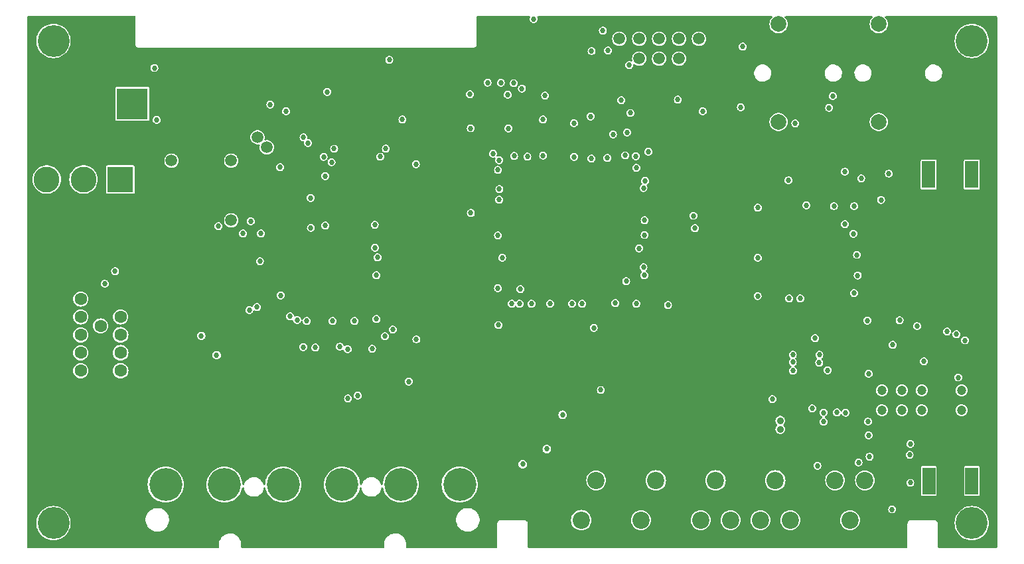
<source format=gbr>
G04 #@! TF.GenerationSoftware,KiCad,Pcbnew,7.0.6+dfsg-1*
G04 #@! TF.CreationDate,2023-08-01T21:26:42+03:00*
G04 #@! TF.ProjectId,ossc_board,6f737363-5f62-46f6-9172-642e6b696361,rev?*
G04 #@! TF.SameCoordinates,Original*
G04 #@! TF.FileFunction,Copper,L2,Inr*
G04 #@! TF.FilePolarity,Positive*
%FSLAX46Y46*%
G04 Gerber Fmt 4.6, Leading zero omitted, Abs format (unit mm)*
G04 Created by KiCad (PCBNEW 7.0.6+dfsg-1) date 2023-08-01 21:26:42*
%MOMM*%
%LPD*%
G01*
G04 APERTURE LIST*
G04 #@! TA.AperFunction,ComponentPad*
%ADD10R,4.000000X4.000000*%
G04 #@! TD*
G04 #@! TA.AperFunction,ComponentPad*
%ADD11C,1.600000*%
G04 #@! TD*
G04 #@! TA.AperFunction,ComponentPad*
%ADD12C,4.500000*%
G04 #@! TD*
G04 #@! TA.AperFunction,ComponentPad*
%ADD13C,1.506220*%
G04 #@! TD*
G04 #@! TA.AperFunction,ComponentPad*
%ADD14C,4.064000*%
G04 #@! TD*
G04 #@! TA.AperFunction,ComponentPad*
%ADD15C,0.690000*%
G04 #@! TD*
G04 #@! TA.AperFunction,ComponentPad*
%ADD16C,2.000000*%
G04 #@! TD*
G04 #@! TA.AperFunction,Conductor*
%ADD17R,6.200000X6.200000*%
G04 #@! TD*
G04 #@! TA.AperFunction,ComponentPad*
%ADD18C,4.200000*%
G04 #@! TD*
G04 #@! TA.AperFunction,ComponentPad*
%ADD19C,4.000000*%
G04 #@! TD*
G04 #@! TA.AperFunction,ComponentPad*
%ADD20C,2.200000*%
G04 #@! TD*
G04 #@! TA.AperFunction,Conductor*
%ADD21R,6.700000X6.700000*%
G04 #@! TD*
G04 #@! TA.AperFunction,ComponentPad*
%ADD22R,3.300000X3.300000*%
G04 #@! TD*
G04 #@! TA.AperFunction,ComponentPad*
%ADD23C,3.300000*%
G04 #@! TD*
G04 #@! TA.AperFunction,ComponentPad*
%ADD24R,1.700000X3.500000*%
G04 #@! TD*
G04 #@! TA.AperFunction,ComponentPad*
%ADD25C,2.700000*%
G04 #@! TD*
G04 #@! TA.AperFunction,ComponentPad*
%ADD26C,0.900000*%
G04 #@! TD*
G04 #@! TA.AperFunction,ComponentPad*
%ADD27C,1.200000*%
G04 #@! TD*
G04 #@! TA.AperFunction,ComponentPad*
%ADD28C,1.500000*%
G04 #@! TD*
G04 #@! TA.AperFunction,ViaPad*
%ADD29C,0.686000*%
G04 #@! TD*
G04 #@! TA.AperFunction,ViaPad*
%ADD30C,1.500000*%
G04 #@! TD*
G04 APERTURE END LIST*
D10*
X21202140Y-28649000D03*
X15202660Y-28649000D03*
X18202400Y-33348000D03*
D11*
X19695500Y-62735400D03*
X19695500Y-60445400D03*
X19695500Y-58155400D03*
X19695500Y-55865400D03*
X19695500Y-53575400D03*
X17155500Y-63875400D03*
X17155500Y-61585400D03*
X17155500Y-59295400D03*
X17155500Y-57005400D03*
D12*
X17155500Y-45915400D03*
D11*
X17155500Y-54715400D03*
D12*
X17155500Y-70915400D03*
D11*
X14615500Y-62735400D03*
X14615500Y-60445400D03*
X14615500Y-58155400D03*
X14615500Y-55865400D03*
X14615500Y-53575400D03*
D13*
X93480000Y-20320000D03*
X93480000Y-22860000D03*
X90940000Y-20320000D03*
X90940000Y-22860000D03*
X88400000Y-20320000D03*
X88400000Y-22860000D03*
X85860000Y-20320000D03*
X85860000Y-22860000D03*
X83320000Y-20320000D03*
X83320000Y-22860000D03*
D14*
X11130000Y-20600000D03*
X11130000Y-82200000D03*
X128300000Y-82200000D03*
X128300000Y-20600000D03*
D15*
X44336000Y-52692000D03*
X45136000Y-52692000D03*
X45936000Y-52692000D03*
X46736000Y-52692000D03*
X47536000Y-52692000D03*
X48336000Y-52692000D03*
X49136000Y-52692000D03*
X44336000Y-51892000D03*
X45136000Y-51892000D03*
X45936000Y-51892000D03*
X46736000Y-51892000D03*
X47536000Y-51892000D03*
X48336000Y-51892000D03*
X49136000Y-51892000D03*
X44336000Y-51092000D03*
X45136000Y-51092000D03*
X48336000Y-51092000D03*
X49136000Y-51092000D03*
X44336000Y-50292000D03*
X45136000Y-50292000D03*
D16*
X46736000Y-50292000D03*
D17*
X46736000Y-50292000D03*
D15*
X48336000Y-50292000D03*
X49136000Y-50292000D03*
X44336000Y-49492000D03*
X45136000Y-49492000D03*
X48336000Y-49492000D03*
X49136000Y-49492000D03*
X44336000Y-48692000D03*
X45136000Y-48692000D03*
X45936000Y-48692000D03*
X46736000Y-48692000D03*
X47536000Y-48692000D03*
X48336000Y-48692000D03*
X49136000Y-48692000D03*
X44336000Y-47892000D03*
X45136000Y-47892000D03*
X45936000Y-47892000D03*
X46736000Y-47892000D03*
X47536000Y-47892000D03*
X48336000Y-47892000D03*
X49136000Y-47892000D03*
D18*
X40446000Y-77276200D03*
X47946000Y-77276200D03*
X55446000Y-77276200D03*
X62946000Y-77276200D03*
X25446000Y-77276200D03*
X32946000Y-77276200D03*
D19*
X29196000Y-81776200D03*
X44196000Y-81776200D03*
X59196000Y-81776200D03*
D15*
X79850000Y-42150000D03*
X79000000Y-42150000D03*
X78150000Y-42150000D03*
X77300000Y-42150000D03*
X76450000Y-42150000D03*
X75600000Y-42150000D03*
X74750000Y-42150000D03*
X79850000Y-43000000D03*
X79000000Y-43000000D03*
X78150000Y-43000000D03*
X77300000Y-43000000D03*
X76450000Y-43000000D03*
X75600000Y-43000000D03*
X74750000Y-43000000D03*
X79850000Y-43850000D03*
X79000000Y-43850000D03*
X75600000Y-43850000D03*
X74750000Y-43850000D03*
X79850000Y-44700000D03*
X79000000Y-44700000D03*
D20*
X77300000Y-44700000D03*
D21*
X77300000Y-44700000D03*
D15*
X75600000Y-44700000D03*
X74750000Y-44700000D03*
X79850000Y-45550000D03*
X79000000Y-45550000D03*
X75600000Y-45550000D03*
X74750000Y-45550000D03*
X79850000Y-46400000D03*
X79000000Y-46400000D03*
X78150000Y-46400000D03*
X77300000Y-46400000D03*
X76450000Y-46400000D03*
X75600000Y-46400000D03*
X74750000Y-46400000D03*
X79850000Y-47250000D03*
X79000000Y-47250000D03*
X78150000Y-47250000D03*
X77300000Y-47250000D03*
X76450000Y-47250000D03*
X75600000Y-47250000D03*
X74750000Y-47250000D03*
D22*
X19666000Y-38298000D03*
D23*
X14966000Y-38298000D03*
X10266000Y-38298000D03*
D16*
X116418000Y-30950000D03*
X116418000Y-18450000D03*
X121418000Y-30950000D03*
X121418000Y-18450000D03*
X103631000Y-30950000D03*
X103631000Y-18450000D03*
X108631000Y-30950000D03*
X108631000Y-18450000D03*
D24*
X130706000Y-74830000D03*
X128306000Y-76830000D03*
X122806000Y-76830000D03*
X130698000Y-35676000D03*
X128298000Y-37676000D03*
X122798000Y-37676000D03*
D25*
X129350000Y-61650000D03*
X124400000Y-61050000D03*
X124400000Y-46550000D03*
X129350000Y-45950000D03*
D26*
X103861000Y-70197000D03*
X103861000Y-69097000D03*
D20*
X114659600Y-76741200D03*
X112754600Y-81821200D03*
X110849600Y-76741200D03*
X108944600Y-81821200D03*
X107039600Y-76741200D03*
X105134600Y-81821200D03*
X103229600Y-76741200D03*
X101324600Y-81821200D03*
X99419600Y-76741200D03*
X97514600Y-81821200D03*
X95609600Y-76741200D03*
X93704600Y-81821200D03*
X91799600Y-76741200D03*
X89894600Y-81821200D03*
X87989600Y-76741200D03*
X86084600Y-81821200D03*
X84179600Y-76741200D03*
X82274600Y-81821200D03*
X80369600Y-76741200D03*
X78464600Y-81821200D03*
X76559600Y-76741200D03*
D27*
X127000000Y-67790000D03*
X127000000Y-65250000D03*
X116840000Y-65250000D03*
X119380000Y-65250000D03*
X121920000Y-65250000D03*
X116840000Y-67790000D03*
X119380000Y-67790000D03*
X121920000Y-67790000D03*
D28*
X26184500Y-35889300D03*
X26184500Y-43509300D03*
X33804500Y-43509300D03*
X33804500Y-35889300D03*
D29*
X84323000Y-32288000D03*
X84732200Y-29806000D03*
X108848000Y-60705000D03*
X105453000Y-60701000D03*
X43617000Y-33642000D03*
X24312000Y-30690000D03*
X43043000Y-32918000D03*
X24000000Y-24050000D03*
X110562000Y-27638000D03*
X45599000Y-35400000D03*
X127430000Y-58850000D03*
X52818000Y-35391000D03*
X117714100Y-37557100D03*
X53534000Y-34370000D03*
X46943000Y-34376000D03*
X110094000Y-29135000D03*
X116710000Y-40910000D03*
X126320000Y-58080000D03*
X69098500Y-27469200D03*
X69847800Y-25996000D03*
X68209500Y-25945200D03*
X66507700Y-25932500D03*
X73848300Y-27570800D03*
X70901900Y-26681800D03*
X81870000Y-21820002D03*
X79665000Y-30246000D03*
X84590000Y-23679000D03*
X79790000Y-21890000D03*
X77541000Y-31105000D03*
X81230000Y-19270000D03*
X83576500Y-28167700D03*
X69596000Y-54152800D03*
X80061000Y-57252000D03*
X85496400Y-54178200D03*
X70700000Y-52300000D03*
X85428000Y-35326000D03*
X84200000Y-51300000D03*
X69187000Y-31768000D03*
X87046000Y-34757000D03*
X67200000Y-35000000D03*
X89535000Y-54356000D03*
X67900000Y-56900000D03*
X85500000Y-36800000D03*
X69900800Y-35306000D03*
X86556000Y-45389000D03*
X82804000Y-54102000D03*
X70586600Y-54178200D03*
X71595000Y-35377000D03*
X67995800Y-35839400D03*
X74498200Y-54152800D03*
X67843400Y-52197000D03*
X86403000Y-39400000D03*
X84087000Y-35223000D03*
X68021200Y-39522400D03*
X86517000Y-50546000D03*
X82516000Y-32537000D03*
X114971000Y-56319000D03*
X54432000Y-57465000D03*
X46736000Y-56388000D03*
X109899000Y-62678000D03*
X102850000Y-66360000D03*
X57440000Y-58720000D03*
X56460000Y-64108000D03*
X111090000Y-68070000D03*
X112100000Y-44000000D03*
X105471000Y-62728000D03*
X40117100Y-53097800D03*
X40050000Y-36740000D03*
X32180000Y-44260000D03*
X36300000Y-43640000D03*
X78587600Y-54178200D03*
X86558000Y-43510000D03*
X46073400Y-27113600D03*
X45811000Y-37856000D03*
X90790100Y-28104200D03*
X45819000Y-44196000D03*
X101000000Y-48300000D03*
X68377000Y-48296000D03*
X99065000Y-21336000D03*
X86407000Y-49511000D03*
X112100000Y-37300000D03*
X73607000Y-35245000D03*
X108306000Y-58560000D03*
X104900000Y-38400000D03*
D30*
X38353000Y-34188000D03*
D29*
X52118600Y-44080800D03*
X67843400Y-45440600D03*
X52486900Y-48246400D03*
X67995800Y-40894000D03*
X86624000Y-38476000D03*
X67843400Y-37084000D03*
X107930000Y-67540000D03*
D30*
X37165000Y-32898000D03*
D29*
X72400500Y-17800000D03*
X85839000Y-47092000D03*
X52324000Y-56134000D03*
X98826000Y-29083000D03*
X72110600Y-54178200D03*
X77553000Y-35406000D03*
X118140000Y-80440000D03*
X115040000Y-69220000D03*
X44543000Y-59767000D03*
X47673600Y-59651000D03*
X119080000Y-56270000D03*
X121310000Y-57030000D03*
X101000000Y-41900000D03*
X110700000Y-41700000D03*
X106400000Y-53500000D03*
X100968000Y-53185000D03*
X105000000Y-53500000D03*
X107200000Y-41600000D03*
X36118800Y-54991000D03*
X37084000Y-54610000D03*
X125140000Y-57710000D03*
X114180000Y-38160000D03*
X48706000Y-66277000D03*
X49957000Y-65908000D03*
X113258600Y-52806600D03*
X43979000Y-44493000D03*
X52324000Y-50546000D03*
X43939800Y-40651800D03*
X52160000Y-47020000D03*
X113184000Y-45236000D03*
X51778039Y-59921961D03*
X53420000Y-58330000D03*
X76100000Y-68370000D03*
X71010000Y-74670000D03*
X74070000Y-72730000D03*
X29982500Y-58279400D03*
X31938300Y-60743200D03*
X20846879Y-68124500D03*
X66530879Y-75738500D03*
X26815000Y-27219000D03*
X121700000Y-48210000D03*
X18308879Y-26670500D03*
X28590000Y-34069000D03*
X129134879Y-40206500D03*
X85288000Y-25471000D03*
X74400000Y-48900000D03*
X104700000Y-41800000D03*
X73450000Y-50800000D03*
X56693000Y-66271000D03*
X67376879Y-66432500D03*
X118982879Y-36822500D03*
X101216879Y-72354500D03*
X13232879Y-18210500D03*
X56378879Y-73200500D03*
X39458879Y-70662500D03*
X26784000Y-29535000D03*
X91064879Y-65586500D03*
X75400000Y-39800000D03*
X77400000Y-39800000D03*
X130826879Y-22440500D03*
X35425000Y-27912000D03*
X22814000Y-50300000D03*
X120674879Y-27516500D03*
X8896000Y-48748000D03*
X63992879Y-69816500D03*
X57390000Y-68854000D03*
X9002879Y-50358500D03*
X36074879Y-75738500D03*
X28460879Y-42744500D03*
X55532879Y-62202500D03*
X70800000Y-38500000D03*
X65048000Y-54521000D03*
X47630000Y-44836000D03*
X72572000Y-35329000D03*
X25076879Y-55434500D03*
X82977000Y-25552000D03*
X94448879Y-74892500D03*
X103600000Y-41800000D03*
X12386879Y-28362500D03*
X80691000Y-35342000D03*
X23912000Y-50307000D03*
X124904879Y-40206500D03*
X76682879Y-22440500D03*
X9002879Y-23286500D03*
X103754879Y-74046500D03*
X80750000Y-50800000D03*
X95294879Y-19902500D03*
X81050000Y-52500000D03*
X70760879Y-46128500D03*
X22538879Y-57126500D03*
X34267000Y-23119000D03*
X124058879Y-18210500D03*
X103600000Y-49400000D03*
X75590400Y-54127400D03*
X32690000Y-46036000D03*
X58994000Y-71803000D03*
X95294879Y-83352500D03*
X9002879Y-54588500D03*
X75700000Y-52500000D03*
X29306879Y-26670500D03*
X33536879Y-68124500D03*
X21692879Y-71508500D03*
X41910000Y-40894000D03*
X94448879Y-56280500D03*
X102062879Y-19902500D03*
X71170800Y-56845200D03*
X9002879Y-79968500D03*
X24230879Y-66432500D03*
X16616879Y-76584500D03*
X105446879Y-47820500D03*
X76901000Y-18600000D03*
X111368879Y-18210500D03*
X29581000Y-34785000D03*
X114996000Y-55321000D03*
X11540879Y-68970500D03*
X40167900Y-51688100D03*
X113881000Y-49400000D03*
X97832879Y-67278500D03*
X45263000Y-74737000D03*
X109700000Y-44000000D03*
X46226879Y-66432500D03*
X61276000Y-31913000D03*
X111700000Y-62840000D03*
X35410000Y-24277000D03*
X102062879Y-79122500D03*
X12386879Y-24132500D03*
X34221000Y-24270000D03*
X42707900Y-45909600D03*
X41628000Y-31593000D03*
X90218879Y-74892500D03*
X99060000Y-65200000D03*
X64947800Y-45643800D03*
X82604879Y-78276500D03*
X117290879Y-22440500D03*
X107980000Y-68440000D03*
X53134600Y-46709700D03*
X69545000Y-51064000D03*
X127442879Y-24132500D03*
X12386879Y-72354500D03*
X59762879Y-76584500D03*
X99524879Y-80814500D03*
X70584400Y-22363800D03*
X16616879Y-80814500D03*
X27973000Y-28354000D03*
X69469000Y-52177000D03*
X32690879Y-62202500D03*
X82900000Y-52500000D03*
X48875000Y-44826000D03*
X35770000Y-37700000D03*
X66385000Y-31608000D03*
X32690879Y-74046500D03*
X118982879Y-18210500D03*
X23384879Y-41898500D03*
X11540879Y-42744500D03*
X43480000Y-35565000D03*
X29306879Y-35976500D03*
X67900000Y-42200000D03*
X11540879Y-64740500D03*
X112200000Y-42700000D03*
X118800000Y-50200000D03*
X59036000Y-75175000D03*
X14078879Y-21594500D03*
X31844879Y-70662500D03*
X104230000Y-67260000D03*
X51054000Y-56388000D03*
X97832879Y-31746500D03*
X44318000Y-38546000D03*
X81584800Y-54102000D03*
X113131600Y-46913800D03*
X105446879Y-18210500D03*
X75700000Y-37500000D03*
X78400000Y-48900000D03*
X113906879Y-28362500D03*
X97050000Y-65190000D03*
X11540879Y-60510500D03*
X20846879Y-31746500D03*
X80193000Y-67788000D03*
X128288879Y-57126500D03*
X97978000Y-53969000D03*
X73400000Y-39800000D03*
X9002879Y-71508500D03*
X101216879Y-32592500D03*
X99110000Y-69830000D03*
X78374879Y-78276500D03*
X19154879Y-74046500D03*
X78374879Y-72354500D03*
X51069000Y-52578000D03*
X67900000Y-43000000D03*
X92329000Y-49098200D03*
X63146879Y-22440500D03*
X41443000Y-45441000D03*
X36074879Y-35130500D03*
X26830000Y-28316000D03*
X126596879Y-30054500D03*
X52227000Y-45659000D03*
X107984879Y-23286500D03*
X65684879Y-79122500D03*
X124904879Y-26670500D03*
X113570000Y-64900000D03*
X83450879Y-72354500D03*
X130826879Y-84198500D03*
X63146879Y-66432500D03*
X31844879Y-58818500D03*
X82400000Y-44800000D03*
X124904879Y-77430500D03*
X25618000Y-28377000D03*
X30152879Y-39360500D03*
X123212879Y-29208500D03*
X83588000Y-62534000D03*
X119828879Y-24132500D03*
X119828879Y-32592500D03*
X104600879Y-43590500D03*
X58070879Y-66432500D03*
X84696000Y-44818000D03*
X121520879Y-21594500D03*
X52324000Y-49276000D03*
X102908879Y-67278500D03*
X69914879Y-72354500D03*
X51458000Y-31486000D03*
X55532879Y-41898500D03*
X40523000Y-38908000D03*
X13232879Y-35976500D03*
X91910879Y-30900500D03*
X100696000Y-62555000D03*
X78816200Y-39801800D03*
X41737000Y-46518000D03*
X94448879Y-79968500D03*
X34138000Y-70744000D03*
X62300879Y-83352500D03*
X41457000Y-34770000D03*
X97960000Y-44900000D03*
X100995000Y-49408000D03*
X74800000Y-52500000D03*
X73533000Y-84475000D03*
X103560000Y-32750000D03*
X112300000Y-41700000D03*
X71606879Y-79122500D03*
X118982879Y-46974500D03*
X68222879Y-69816500D03*
X81950000Y-50850000D03*
X11540879Y-77430500D03*
X19154879Y-78276500D03*
X82400000Y-48600000D03*
X101796000Y-62454000D03*
X67300000Y-34100000D03*
X11540879Y-52050500D03*
X102908879Y-83352500D03*
X29306879Y-72354500D03*
X51979000Y-53167000D03*
X80912879Y-70662500D03*
X25136000Y-61549000D03*
X40930000Y-44242000D03*
X42669800Y-47217700D03*
X32690879Y-80814500D03*
X118136879Y-30054500D03*
X17462879Y-84198500D03*
X24230879Y-32592500D03*
X112214879Y-25824500D03*
X118136879Y-78276500D03*
X36920879Y-62202500D03*
X67871000Y-47130000D03*
X42603000Y-51907000D03*
X117290879Y-34284500D03*
X22538879Y-63894500D03*
X127442879Y-42744500D03*
X86681000Y-44463000D03*
X86591000Y-37404000D03*
X50556500Y-44030000D03*
X27958000Y-27203000D03*
X98678879Y-55434500D03*
X29604000Y-33581000D03*
X72100000Y-42700000D03*
X114752879Y-80814500D03*
X97832879Y-18210500D03*
X89916000Y-56946800D03*
X48764879Y-83352500D03*
X14078879Y-41052500D03*
X79450000Y-50800000D03*
X9002879Y-67278500D03*
X35330000Y-29051000D03*
X28460879Y-75738500D03*
X38612879Y-57972500D03*
X128288879Y-27516500D03*
X58527000Y-63383000D03*
X117290879Y-26670500D03*
X106292879Y-28362500D03*
X45466000Y-56388000D03*
X17462879Y-67278500D03*
X51302879Y-75738500D03*
X51984000Y-54254000D03*
X111368879Y-35130500D03*
X61128000Y-33673000D03*
X72452879Y-69816500D03*
X105800000Y-54300000D03*
X72100000Y-48600000D03*
X65000000Y-34000000D03*
X15770879Y-50358500D03*
X75836879Y-70662500D03*
X60484000Y-59135000D03*
X76500000Y-50800000D03*
X47254000Y-38877000D03*
X80300000Y-48900000D03*
X65684879Y-72354500D03*
X30770000Y-34854000D03*
X14924879Y-25824500D03*
X105900000Y-43800000D03*
X119421000Y-45027000D03*
X60608879Y-72354500D03*
X126596879Y-69816500D03*
X42365000Y-44753900D03*
X22538879Y-77430500D03*
X57226000Y-50018000D03*
X82400000Y-41200000D03*
X9002879Y-75738500D03*
X57328000Y-43404000D03*
X129134879Y-64740500D03*
X38612879Y-79968500D03*
X118510000Y-53040000D03*
X35425000Y-23111000D03*
X82400000Y-42900000D03*
X52324000Y-55118000D03*
X91910879Y-35130500D03*
X35448000Y-26754000D03*
X28460879Y-54588500D03*
X14078879Y-83352500D03*
X67900000Y-43900000D03*
X61468000Y-39690000D03*
X114752879Y-32592500D03*
X45527300Y-40982000D03*
X101900000Y-31120000D03*
X124904879Y-22440500D03*
X37810000Y-74280000D03*
X27614879Y-68124500D03*
X35448000Y-25542000D03*
X111115000Y-54258000D03*
X81000000Y-39800000D03*
X24230879Y-22440500D03*
X80912879Y-59664500D03*
X70760879Y-41898500D03*
X66203000Y-20081000D03*
X81758879Y-74892500D03*
X9002879Y-45282500D03*
X86346000Y-46318000D03*
X116444879Y-75738500D03*
X14078879Y-74892500D03*
X13232879Y-46974500D03*
X63848000Y-54441000D03*
X51333000Y-44831000D03*
X105000000Y-59880000D03*
X72100000Y-44800000D03*
X48997000Y-33658000D03*
X34750000Y-38740000D03*
X92329000Y-50825400D03*
X20846879Y-46974500D03*
X82700000Y-67772000D03*
X73533000Y-54178200D03*
X41996879Y-66432500D03*
X42657000Y-48402000D03*
X91910879Y-70662500D03*
X54686879Y-26670500D03*
X20000879Y-43590500D03*
X93602879Y-67278500D03*
X50135000Y-44811000D03*
X75735000Y-35437000D03*
X68707000Y-40208200D03*
X81481000Y-67780000D03*
X106292879Y-79122500D03*
X11540879Y-56280500D03*
X77038000Y-21199000D03*
X20846879Y-24978500D03*
X100405000Y-55195000D03*
X124904879Y-81660500D03*
X58548000Y-59066000D03*
X86567000Y-41960000D03*
X25634000Y-29451000D03*
X47752000Y-56388000D03*
X104020000Y-37680000D03*
X25611000Y-27249000D03*
X113060879Y-78276500D03*
X82604879Y-65586500D03*
X118550000Y-55450000D03*
X9002879Y-58818500D03*
X36074879Y-41898500D03*
X69947000Y-19116000D03*
X51064000Y-51308000D03*
X113262543Y-70902543D03*
X64947800Y-48691800D03*
X82400000Y-46800000D03*
X128288879Y-52896500D03*
X86500000Y-51500000D03*
X101006000Y-50724000D03*
X43688879Y-68970500D03*
X14078879Y-66432500D03*
X13232879Y-79968500D03*
X72100000Y-50800000D03*
X28404000Y-22974000D03*
X9002879Y-35976500D03*
X103600000Y-46000000D03*
X89372879Y-68970500D03*
X28404000Y-24014000D03*
X109676879Y-20748500D03*
X21692879Y-53742500D03*
X69068879Y-77430500D03*
X71606879Y-66432500D03*
X129980879Y-30900500D03*
X42596000Y-50764000D03*
X27935000Y-29535000D03*
X84673000Y-41214000D03*
X34214000Y-25489000D03*
X95294879Y-69816500D03*
X84296879Y-83352500D03*
X75836879Y-66432500D03*
X31844879Y-49512500D03*
X50456879Y-67278500D03*
X42634000Y-49507000D03*
X121520879Y-55434500D03*
X76400000Y-48900000D03*
X104600879Y-24132500D03*
X88526879Y-83352500D03*
X126596879Y-35976500D03*
X95294879Y-24132500D03*
X120564000Y-43632000D03*
X86479000Y-48360000D03*
X114983600Y-41083600D03*
X74990879Y-80814500D03*
X23384879Y-36822500D03*
X113906879Y-21594500D03*
X101000000Y-47000000D03*
X68300600Y-54178200D03*
X63307000Y-27793000D03*
X77175000Y-62690000D03*
X74950000Y-50800000D03*
X42034800Y-59600200D03*
X12960000Y-48971000D03*
X49610879Y-79968500D03*
X104600879Y-51204500D03*
X9002879Y-18210500D03*
X25922879Y-74046500D03*
X86900000Y-56700000D03*
X90700000Y-62800000D03*
X105800000Y-41600000D03*
X107138879Y-83352500D03*
X97832879Y-71508500D03*
X26768879Y-37668500D03*
X92756879Y-38514500D03*
X100370879Y-27516500D03*
X65263000Y-24216000D03*
X108265000Y-41567000D03*
X116444879Y-83352500D03*
X9002879Y-27516500D03*
X78326000Y-56982000D03*
X19154879Y-64740500D03*
X51979000Y-51887000D03*
X95429000Y-62602000D03*
X88440000Y-32771000D03*
X129980879Y-78276500D03*
X48707000Y-37490000D03*
X86834879Y-65586500D03*
X59762879Y-68970500D03*
X28404000Y-25055000D03*
X62553000Y-61200000D03*
X30053000Y-60371000D03*
X85988879Y-70662500D03*
X113906879Y-58818500D03*
X41996879Y-72354500D03*
X87680879Y-73200500D03*
X26768879Y-64740500D03*
X121520879Y-79968500D03*
X59265000Y-31993000D03*
X100370879Y-65586500D03*
X60190000Y-32781000D03*
X67986000Y-49256000D03*
X129980879Y-68124500D03*
X82000000Y-52500000D03*
X9002879Y-63048500D03*
X85568000Y-32634000D03*
X36074879Y-69816500D03*
X30152879Y-65586500D03*
X59329000Y-64267000D03*
X82612000Y-60590000D03*
X30777000Y-33581000D03*
X65232000Y-25156000D03*
X55532879Y-22440500D03*
X121000002Y-59810000D03*
X126596879Y-74892500D03*
X27757000Y-58278000D03*
X75836879Y-30900500D03*
X53840879Y-80814500D03*
X25076879Y-69816500D03*
X51054000Y-53828000D03*
X72100000Y-40900000D03*
X32690879Y-25824500D03*
X9002879Y-41052500D03*
X97832879Y-22440500D03*
X78895000Y-35237000D03*
X67843400Y-38404800D03*
X124904879Y-66432500D03*
X97832879Y-78276500D03*
X79220879Y-24132500D03*
X96986879Y-57972500D03*
X108830879Y-33438500D03*
X78050000Y-50800000D03*
X92303600Y-52044600D03*
X39811000Y-33296000D03*
X39458879Y-64740500D03*
X99120000Y-67790000D03*
X97738000Y-62591000D03*
X128288879Y-72354500D03*
X128288879Y-48666500D03*
X28651000Y-66081000D03*
X130826879Y-18210500D03*
X36074879Y-65586500D03*
X72100000Y-46700000D03*
X13232879Y-31746500D03*
X43000000Y-59701800D03*
X48664200Y-59981200D03*
X109385000Y-69243000D03*
X109377000Y-68077000D03*
X115120000Y-63120000D03*
X112210000Y-68100000D03*
X115250000Y-73710000D03*
X108600000Y-74860000D03*
X115140000Y-70980000D03*
X113840000Y-74460000D03*
X113645000Y-47926000D03*
X113741200Y-50571400D03*
X55649200Y-30644200D03*
X73590000Y-30644000D03*
X19000000Y-50010000D03*
X17670000Y-51610000D03*
X35306000Y-45212000D03*
X37592000Y-45212000D03*
X40810000Y-29590100D03*
X38796300Y-28713800D03*
X92964000Y-44521000D03*
X105780000Y-31130000D03*
X92774000Y-42931000D03*
X37479000Y-48745000D03*
X49530000Y-56388000D03*
X41330000Y-55790000D03*
X42225300Y-56260100D03*
X43434000Y-56388000D03*
X105456000Y-61628000D03*
X46608000Y-36111000D03*
X80970000Y-65197000D03*
X108833000Y-61692000D03*
X57371000Y-36332000D03*
X53972000Y-23020000D03*
X64262000Y-27402000D03*
X64378000Y-31758000D03*
X64381000Y-42577000D03*
X120450000Y-77050000D03*
X118210000Y-59420000D03*
X122170000Y-61530000D03*
X120360000Y-73470000D03*
X120450000Y-72090000D03*
X126560000Y-63590000D03*
X81788000Y-35557000D03*
X79756000Y-35610800D03*
X77292200Y-54152800D03*
X93965100Y-29590100D03*
X113300000Y-41700000D03*
G04 #@! TA.AperFunction,Conductor*
G36*
X21564421Y-17438502D02*
G01*
X21610914Y-17492158D01*
X21622300Y-17544500D01*
X21622300Y-21014264D01*
X21620749Y-21033974D01*
X21617308Y-21055700D01*
X21622300Y-21087218D01*
X21637154Y-21181005D01*
X21694749Y-21294042D01*
X21784457Y-21383750D01*
X21823099Y-21403438D01*
X21897496Y-21441346D01*
X22022800Y-21461192D01*
X22044526Y-21457750D01*
X22064236Y-21456200D01*
X64637464Y-21456200D01*
X64657173Y-21457750D01*
X64678900Y-21461192D01*
X64804204Y-21441346D01*
X64917242Y-21383750D01*
X65006950Y-21294042D01*
X65064546Y-21181004D01*
X65079400Y-21087219D01*
X65079400Y-21087218D01*
X65084392Y-21055700D01*
X65080950Y-21033969D01*
X65079400Y-21014276D01*
X65079400Y-20320000D01*
X82401358Y-20320000D01*
X82421434Y-20511001D01*
X82480776Y-20693640D01*
X82480780Y-20693647D01*
X82576801Y-20859962D01*
X82576802Y-20859964D01*
X82705306Y-21002682D01*
X82860674Y-21115564D01*
X82860676Y-21115565D01*
X82860679Y-21115567D01*
X83036124Y-21193680D01*
X83223976Y-21233610D01*
X83223980Y-21233610D01*
X83416020Y-21233610D01*
X83416024Y-21233610D01*
X83603876Y-21193680D01*
X83779321Y-21115567D01*
X83934691Y-21002684D01*
X84039045Y-20886788D01*
X84063197Y-20859964D01*
X84063198Y-20859962D01*
X84079053Y-20832500D01*
X84159221Y-20693645D01*
X84171713Y-20655200D01*
X84218565Y-20511001D01*
X84218567Y-20510996D01*
X84238642Y-20320000D01*
X84941358Y-20320000D01*
X84961434Y-20511001D01*
X85020776Y-20693640D01*
X85020780Y-20693647D01*
X85116801Y-20859962D01*
X85116802Y-20859964D01*
X85245306Y-21002682D01*
X85400674Y-21115564D01*
X85400676Y-21115565D01*
X85400679Y-21115567D01*
X85576124Y-21193680D01*
X85763976Y-21233610D01*
X85763980Y-21233610D01*
X85956020Y-21233610D01*
X85956024Y-21233610D01*
X86143876Y-21193680D01*
X86319321Y-21115567D01*
X86474691Y-21002684D01*
X86579045Y-20886788D01*
X86603197Y-20859964D01*
X86603198Y-20859962D01*
X86619053Y-20832500D01*
X86699221Y-20693645D01*
X86711713Y-20655200D01*
X86758565Y-20511001D01*
X86758567Y-20510996D01*
X86778642Y-20320000D01*
X87481358Y-20320000D01*
X87501434Y-20511001D01*
X87560776Y-20693640D01*
X87560780Y-20693647D01*
X87656801Y-20859962D01*
X87656802Y-20859964D01*
X87785306Y-21002682D01*
X87940674Y-21115564D01*
X87940676Y-21115565D01*
X87940679Y-21115567D01*
X88116124Y-21193680D01*
X88303976Y-21233610D01*
X88303980Y-21233610D01*
X88496020Y-21233610D01*
X88496024Y-21233610D01*
X88683876Y-21193680D01*
X88859321Y-21115567D01*
X89014691Y-21002684D01*
X89119045Y-20886788D01*
X89143197Y-20859964D01*
X89143198Y-20859962D01*
X89159053Y-20832500D01*
X89239221Y-20693645D01*
X89251713Y-20655200D01*
X89298565Y-20511001D01*
X89298567Y-20510996D01*
X89318642Y-20320000D01*
X90021358Y-20320000D01*
X90041434Y-20511001D01*
X90100776Y-20693640D01*
X90100780Y-20693647D01*
X90196801Y-20859962D01*
X90196802Y-20859964D01*
X90325306Y-21002682D01*
X90480674Y-21115564D01*
X90480676Y-21115565D01*
X90480679Y-21115567D01*
X90656124Y-21193680D01*
X90843976Y-21233610D01*
X90843980Y-21233610D01*
X91036020Y-21233610D01*
X91036024Y-21233610D01*
X91223876Y-21193680D01*
X91399321Y-21115567D01*
X91554691Y-21002684D01*
X91659045Y-20886788D01*
X91683197Y-20859964D01*
X91683198Y-20859962D01*
X91699053Y-20832500D01*
X91779221Y-20693645D01*
X91791713Y-20655200D01*
X91838565Y-20511001D01*
X91838567Y-20510996D01*
X91858642Y-20320000D01*
X92561358Y-20320000D01*
X92581434Y-20511001D01*
X92640776Y-20693640D01*
X92640780Y-20693647D01*
X92736801Y-20859962D01*
X92736802Y-20859964D01*
X92865306Y-21002682D01*
X93020674Y-21115564D01*
X93020676Y-21115565D01*
X93020679Y-21115567D01*
X93196124Y-21193680D01*
X93383976Y-21233610D01*
X93383980Y-21233610D01*
X93576020Y-21233610D01*
X93576024Y-21233610D01*
X93763876Y-21193680D01*
X93939321Y-21115567D01*
X94094691Y-21002684D01*
X94199045Y-20886788D01*
X94223197Y-20859964D01*
X94223198Y-20859962D01*
X94239053Y-20832500D01*
X94319221Y-20693645D01*
X94331713Y-20655200D01*
X94349647Y-20600003D01*
X126102796Y-20600003D01*
X126121592Y-20886788D01*
X126121594Y-20886802D01*
X126134477Y-20951566D01*
X126167099Y-21115567D01*
X126177664Y-21168676D01*
X126177666Y-21168686D01*
X126270045Y-21440826D01*
X126270048Y-21440834D01*
X126397166Y-21698602D01*
X126397168Y-21698605D01*
X126397169Y-21698607D01*
X126556840Y-21937572D01*
X126556843Y-21937576D01*
X126746341Y-22153658D01*
X126962423Y-22343156D01*
X126962427Y-22343159D01*
X127201398Y-22502834D01*
X127459166Y-22629952D01*
X127731322Y-22722336D01*
X128013207Y-22778407D01*
X128177088Y-22789148D01*
X128299997Y-22797204D01*
X128300000Y-22797204D01*
X128300003Y-22797204D01*
X128407547Y-22790155D01*
X128586793Y-22778407D01*
X128868678Y-22722336D01*
X129140834Y-22629952D01*
X129398602Y-22502834D01*
X129637573Y-22343159D01*
X129853658Y-22153658D01*
X130043159Y-21937573D01*
X130202834Y-21698602D01*
X130329952Y-21440834D01*
X130422336Y-21168678D01*
X130478407Y-20886793D01*
X130497204Y-20600000D01*
X130497028Y-20597321D01*
X130478407Y-20313211D01*
X130478407Y-20313207D01*
X130422336Y-20031322D01*
X130329952Y-19759166D01*
X130202834Y-19501398D01*
X130043159Y-19262427D01*
X130043156Y-19262423D01*
X129853658Y-19046341D01*
X129637576Y-18856843D01*
X129637572Y-18856840D01*
X129398607Y-18697169D01*
X129398605Y-18697168D01*
X129398602Y-18697166D01*
X129140834Y-18570048D01*
X129140826Y-18570045D01*
X128868686Y-18477666D01*
X128868680Y-18477664D01*
X128868678Y-18477664D01*
X128774288Y-18458888D01*
X128586802Y-18421594D01*
X128586788Y-18421592D01*
X128300003Y-18402796D01*
X128299997Y-18402796D01*
X128013211Y-18421592D01*
X128013197Y-18421594D01*
X127778516Y-18468276D01*
X127731322Y-18477664D01*
X127731320Y-18477664D01*
X127731313Y-18477666D01*
X127459173Y-18570045D01*
X127459165Y-18570048D01*
X127201392Y-18697169D01*
X126962427Y-18856840D01*
X126962423Y-18856843D01*
X126746341Y-19046341D01*
X126556843Y-19262423D01*
X126556840Y-19262427D01*
X126397169Y-19501392D01*
X126270048Y-19759165D01*
X126270045Y-19759173D01*
X126177666Y-20031313D01*
X126177664Y-20031323D01*
X126121594Y-20313197D01*
X126121592Y-20313211D01*
X126102796Y-20599996D01*
X126102796Y-20600003D01*
X94349647Y-20600003D01*
X94378565Y-20511001D01*
X94378567Y-20510996D01*
X94398642Y-20320000D01*
X94378567Y-20129004D01*
X94346829Y-20031323D01*
X94319223Y-19946359D01*
X94319219Y-19946352D01*
X94223198Y-19780037D01*
X94223197Y-19780035D01*
X94094693Y-19637317D01*
X93939325Y-19524435D01*
X93763876Y-19446320D01*
X93576024Y-19406390D01*
X93383976Y-19406390D01*
X93233694Y-19438334D01*
X93196123Y-19446320D01*
X93020674Y-19524435D01*
X92865306Y-19637317D01*
X92736802Y-19780035D01*
X92736801Y-19780037D01*
X92640780Y-19946352D01*
X92640776Y-19946359D01*
X92581434Y-20128998D01*
X92561358Y-20320000D01*
X91858642Y-20320000D01*
X91838567Y-20129004D01*
X91806829Y-20031323D01*
X91779223Y-19946359D01*
X91779219Y-19946352D01*
X91683198Y-19780037D01*
X91683197Y-19780035D01*
X91554693Y-19637317D01*
X91399325Y-19524435D01*
X91223876Y-19446320D01*
X91036024Y-19406390D01*
X90843976Y-19406390D01*
X90693694Y-19438334D01*
X90656123Y-19446320D01*
X90480674Y-19524435D01*
X90325306Y-19637317D01*
X90196802Y-19780035D01*
X90196801Y-19780037D01*
X90100780Y-19946352D01*
X90100776Y-19946359D01*
X90041434Y-20128998D01*
X90021358Y-20320000D01*
X89318642Y-20320000D01*
X89298567Y-20129004D01*
X89266829Y-20031323D01*
X89239223Y-19946359D01*
X89239219Y-19946352D01*
X89143198Y-19780037D01*
X89143197Y-19780035D01*
X89014693Y-19637317D01*
X88859325Y-19524435D01*
X88683876Y-19446320D01*
X88496024Y-19406390D01*
X88303976Y-19406390D01*
X88153694Y-19438333D01*
X88116123Y-19446320D01*
X87940674Y-19524435D01*
X87785306Y-19637317D01*
X87656802Y-19780035D01*
X87656801Y-19780037D01*
X87560780Y-19946352D01*
X87560776Y-19946359D01*
X87501434Y-20128998D01*
X87481358Y-20320000D01*
X86778642Y-20320000D01*
X86758567Y-20129004D01*
X86726829Y-20031323D01*
X86699223Y-19946359D01*
X86699219Y-19946352D01*
X86603198Y-19780037D01*
X86603197Y-19780035D01*
X86474693Y-19637317D01*
X86319325Y-19524435D01*
X86143876Y-19446320D01*
X85956024Y-19406390D01*
X85763976Y-19406390D01*
X85613694Y-19438333D01*
X85576123Y-19446320D01*
X85400674Y-19524435D01*
X85245306Y-19637317D01*
X85116802Y-19780035D01*
X85116801Y-19780037D01*
X85020780Y-19946352D01*
X85020776Y-19946359D01*
X84961434Y-20128998D01*
X84941358Y-20320000D01*
X84238642Y-20320000D01*
X84218567Y-20129004D01*
X84186829Y-20031323D01*
X84159223Y-19946359D01*
X84159219Y-19946352D01*
X84063198Y-19780037D01*
X84063197Y-19780035D01*
X83934693Y-19637317D01*
X83779325Y-19524435D01*
X83603876Y-19446320D01*
X83416024Y-19406390D01*
X83223976Y-19406390D01*
X83073694Y-19438333D01*
X83036123Y-19446320D01*
X82860674Y-19524435D01*
X82705306Y-19637317D01*
X82576802Y-19780035D01*
X82576801Y-19780037D01*
X82480780Y-19946352D01*
X82480776Y-19946359D01*
X82421434Y-20128998D01*
X82401358Y-20320000D01*
X65079400Y-20320000D01*
X65079400Y-19270000D01*
X80721322Y-19270000D01*
X80741927Y-19413311D01*
X80802073Y-19545012D01*
X80896887Y-19654433D01*
X81018688Y-19732710D01*
X81157608Y-19773500D01*
X81302392Y-19773500D01*
X81441312Y-19732710D01*
X81563113Y-19654433D01*
X81657927Y-19545012D01*
X81718073Y-19413311D01*
X81738678Y-19270000D01*
X81718073Y-19126689D01*
X81657927Y-18994988D01*
X81563113Y-18885567D01*
X81563112Y-18885566D01*
X81502212Y-18846428D01*
X81441312Y-18807290D01*
X81441311Y-18807289D01*
X81441310Y-18807289D01*
X81302392Y-18766500D01*
X81157608Y-18766500D01*
X81018689Y-18807289D01*
X81018686Y-18807291D01*
X80896887Y-18885566D01*
X80802073Y-18994987D01*
X80770765Y-19063543D01*
X80741927Y-19126689D01*
X80721322Y-19270000D01*
X65079400Y-19270000D01*
X65079400Y-17544500D01*
X65099402Y-17476379D01*
X65153058Y-17429886D01*
X65205400Y-17418500D01*
X71825145Y-17418500D01*
X71893266Y-17438502D01*
X71939759Y-17492158D01*
X71949863Y-17562432D01*
X71939758Y-17596843D01*
X71912428Y-17656685D01*
X71912427Y-17656688D01*
X71891822Y-17800000D01*
X71912427Y-17943311D01*
X71972573Y-18075012D01*
X72067387Y-18184433D01*
X72189188Y-18262710D01*
X72328108Y-18303500D01*
X72472892Y-18303500D01*
X72611812Y-18262710D01*
X72733613Y-18184433D01*
X72828427Y-18075012D01*
X72888573Y-17943311D01*
X72909178Y-17800000D01*
X72888573Y-17656689D01*
X72861241Y-17596842D01*
X72851137Y-17526569D01*
X72880630Y-17461988D01*
X72940356Y-17423604D01*
X72975855Y-17418500D01*
X102714670Y-17418500D01*
X102782791Y-17438502D01*
X102829284Y-17492158D01*
X102839388Y-17562432D01*
X102809894Y-17627012D01*
X102799557Y-17637614D01*
X102769702Y-17664830D01*
X102640097Y-17836456D01*
X102544228Y-18028987D01*
X102485372Y-18235843D01*
X102465528Y-18450000D01*
X102485372Y-18664156D01*
X102544228Y-18871012D01*
X102544229Y-18871014D01*
X102544230Y-18871017D01*
X102640096Y-19063542D01*
X102640097Y-19063543D01*
X102769702Y-19235169D01*
X102928647Y-19380068D01*
X102928649Y-19380069D01*
X103111497Y-19493284D01*
X103111499Y-19493284D01*
X103111504Y-19493288D01*
X103312053Y-19570981D01*
X103523464Y-19610500D01*
X103523466Y-19610500D01*
X103738534Y-19610500D01*
X103738536Y-19610500D01*
X103949947Y-19570981D01*
X104150496Y-19493288D01*
X104333354Y-19380067D01*
X104492294Y-19235173D01*
X104621904Y-19063542D01*
X104717770Y-18871017D01*
X104776628Y-18664155D01*
X104796472Y-18450000D01*
X104776628Y-18235845D01*
X104717770Y-18028983D01*
X104621904Y-17836458D01*
X104570059Y-17767805D01*
X104492297Y-17664830D01*
X104462443Y-17637614D01*
X104425577Y-17576940D01*
X104427367Y-17505966D01*
X104467244Y-17447226D01*
X104532548Y-17419370D01*
X104547330Y-17418500D01*
X115501670Y-17418500D01*
X115569791Y-17438502D01*
X115616284Y-17492158D01*
X115626388Y-17562432D01*
X115596894Y-17627012D01*
X115586557Y-17637614D01*
X115556702Y-17664830D01*
X115427097Y-17836456D01*
X115331228Y-18028987D01*
X115272372Y-18235843D01*
X115252528Y-18450000D01*
X115272372Y-18664156D01*
X115331228Y-18871012D01*
X115331229Y-18871014D01*
X115331230Y-18871017D01*
X115427096Y-19063542D01*
X115427097Y-19063543D01*
X115556702Y-19235169D01*
X115715647Y-19380068D01*
X115715649Y-19380069D01*
X115898497Y-19493284D01*
X115898499Y-19493284D01*
X115898504Y-19493288D01*
X116099053Y-19570981D01*
X116310464Y-19610500D01*
X116310466Y-19610500D01*
X116525534Y-19610500D01*
X116525536Y-19610500D01*
X116736947Y-19570981D01*
X116937496Y-19493288D01*
X117120354Y-19380067D01*
X117279294Y-19235173D01*
X117408904Y-19063542D01*
X117504770Y-18871017D01*
X117563628Y-18664155D01*
X117583472Y-18450000D01*
X117563628Y-18235845D01*
X117504770Y-18028983D01*
X117408904Y-17836458D01*
X117357060Y-17767805D01*
X117279297Y-17664830D01*
X117249443Y-17637614D01*
X117212577Y-17576940D01*
X117214367Y-17505966D01*
X117254244Y-17447226D01*
X117319548Y-17419370D01*
X117334330Y-17418500D01*
X131407500Y-17418500D01*
X131475621Y-17438502D01*
X131522114Y-17492158D01*
X131533500Y-17544500D01*
X131533500Y-85237500D01*
X131513498Y-85305621D01*
X131459842Y-85352114D01*
X131407500Y-85363500D01*
X124076500Y-85363500D01*
X124008379Y-85343498D01*
X123961886Y-85289842D01*
X123950500Y-85237500D01*
X123950500Y-83827140D01*
X123950500Y-82289422D01*
X123952051Y-82269725D01*
X123955492Y-82248000D01*
X123947890Y-82200003D01*
X126102796Y-82200003D01*
X126121592Y-82486788D01*
X126121594Y-82486802D01*
X126157738Y-82668502D01*
X126168808Y-82724158D01*
X126177664Y-82768676D01*
X126177666Y-82768686D01*
X126270045Y-83040826D01*
X126270048Y-83040834D01*
X126397166Y-83298602D01*
X126397168Y-83298605D01*
X126397169Y-83298607D01*
X126556840Y-83537572D01*
X126556843Y-83537576D01*
X126746341Y-83753658D01*
X126962423Y-83943156D01*
X126962427Y-83943159D01*
X127201398Y-84102834D01*
X127459166Y-84229952D01*
X127731322Y-84322336D01*
X128013207Y-84378407D01*
X128177088Y-84389148D01*
X128299997Y-84397204D01*
X128300000Y-84397204D01*
X128300003Y-84397204D01*
X128407547Y-84390155D01*
X128586793Y-84378407D01*
X128868678Y-84322336D01*
X129140834Y-84229952D01*
X129398602Y-84102834D01*
X129637573Y-83943159D01*
X129853658Y-83753658D01*
X130043159Y-83537573D01*
X130202834Y-83298602D01*
X130329952Y-83040834D01*
X130422336Y-82768678D01*
X130478407Y-82486793D01*
X130497204Y-82200000D01*
X130494703Y-82161846D01*
X130484729Y-82009658D01*
X130478407Y-81913207D01*
X130422336Y-81631322D01*
X130329952Y-81359166D01*
X130202834Y-81101398D01*
X130043159Y-80862427D01*
X130043156Y-80862423D01*
X129853658Y-80646341D01*
X129637576Y-80456843D01*
X129637572Y-80456840D01*
X129398607Y-80297169D01*
X129398605Y-80297168D01*
X129398602Y-80297166D01*
X129140834Y-80170048D01*
X129140826Y-80170045D01*
X128868686Y-80077666D01*
X128868680Y-80077664D01*
X128868678Y-80077664D01*
X128757585Y-80055566D01*
X128586802Y-80021594D01*
X128586788Y-80021592D01*
X128300003Y-80002796D01*
X128299997Y-80002796D01*
X128013211Y-80021592D01*
X128013197Y-80021594D01*
X127778516Y-80068276D01*
X127731322Y-80077664D01*
X127731320Y-80077664D01*
X127731313Y-80077666D01*
X127459173Y-80170045D01*
X127459165Y-80170048D01*
X127201392Y-80297169D01*
X126962427Y-80456840D01*
X126962423Y-80456843D01*
X126746341Y-80646341D01*
X126556843Y-80862423D01*
X126556840Y-80862427D01*
X126397169Y-81101392D01*
X126270048Y-81359165D01*
X126270045Y-81359173D01*
X126177666Y-81631313D01*
X126177664Y-81631320D01*
X126177664Y-81631322D01*
X126173578Y-81651865D01*
X126121594Y-81913197D01*
X126121592Y-81913211D01*
X126102796Y-82199996D01*
X126102796Y-82200003D01*
X123947890Y-82200003D01*
X123939307Y-82145814D01*
X123935646Y-82122696D01*
X123880539Y-82014542D01*
X123878050Y-82009657D01*
X123788344Y-81919951D01*
X123788341Y-81919949D01*
X123693084Y-81871413D01*
X123675303Y-81862353D01*
X123581519Y-81847500D01*
X123571726Y-81845949D01*
X123550000Y-81842508D01*
X123549999Y-81842508D01*
X123528274Y-81845949D01*
X123508564Y-81847500D01*
X120532436Y-81847500D01*
X120512726Y-81845949D01*
X120491000Y-81842508D01*
X120459481Y-81847500D01*
X120428219Y-81852451D01*
X120365694Y-81862354D01*
X120252657Y-81919949D01*
X120162949Y-82009657D01*
X120105355Y-82122694D01*
X120105353Y-82122698D01*
X120101693Y-82145814D01*
X120085508Y-82248000D01*
X120088949Y-82269725D01*
X120090500Y-82289435D01*
X120090500Y-85237500D01*
X120070498Y-85305621D01*
X120016842Y-85352114D01*
X119964500Y-85363500D01*
X71770500Y-85363500D01*
X71702379Y-85343498D01*
X71655886Y-85289842D01*
X71644500Y-85237500D01*
X71644500Y-82291436D01*
X71646051Y-82271726D01*
X71646690Y-82267693D01*
X71649492Y-82250000D01*
X71629646Y-82124696D01*
X71586959Y-82040918D01*
X71572050Y-82011657D01*
X71482342Y-81921949D01*
X71369305Y-81864354D01*
X71322411Y-81856926D01*
X71275519Y-81849500D01*
X71244000Y-81844508D01*
X71243999Y-81844508D01*
X71222274Y-81847949D01*
X71202564Y-81849500D01*
X68206436Y-81849500D01*
X68186726Y-81847949D01*
X68165000Y-81844508D01*
X68133481Y-81849500D01*
X68102219Y-81854451D01*
X68039694Y-81864354D01*
X67926657Y-81921949D01*
X67836949Y-82011657D01*
X67789772Y-82104250D01*
X67779354Y-82124696D01*
X67767427Y-82200003D01*
X67759508Y-82250001D01*
X67762949Y-82271726D01*
X67764500Y-82291436D01*
X67764500Y-85237500D01*
X67744498Y-85305621D01*
X67690842Y-85352114D01*
X67638500Y-85363500D01*
X56227780Y-85363500D01*
X56159659Y-85343498D01*
X56113166Y-85289842D01*
X56102801Y-85221496D01*
X56133678Y-84980374D01*
X56133678Y-84980366D01*
X56123560Y-84742187D01*
X56073333Y-84509136D01*
X56020800Y-84378405D01*
X55984444Y-84287930D01*
X55859449Y-84084925D01*
X55701944Y-83905965D01*
X55516460Y-83756197D01*
X55308334Y-83639930D01*
X55308333Y-83639929D01*
X55308332Y-83639929D01*
X55083558Y-83560510D01*
X55030455Y-83551405D01*
X54848580Y-83520220D01*
X54669883Y-83520220D01*
X54491843Y-83535373D01*
X54491841Y-83535373D01*
X54491839Y-83535374D01*
X54329404Y-83577668D01*
X54261134Y-83595444D01*
X54261132Y-83595444D01*
X54261131Y-83595445D01*
X54175567Y-83634122D01*
X54043895Y-83693642D01*
X54043893Y-83693643D01*
X53846378Y-83827140D01*
X53846377Y-83827141D01*
X53674259Y-83992101D01*
X53532499Y-84183774D01*
X53425174Y-84396644D01*
X53425169Y-84396656D01*
X53355363Y-84624598D01*
X53355361Y-84624607D01*
X53325081Y-84861065D01*
X53325081Y-84861073D01*
X53335199Y-85099252D01*
X53359274Y-85210954D01*
X53354073Y-85281760D01*
X53311417Y-85338513D01*
X53244849Y-85363196D01*
X53236102Y-85363500D01*
X35161020Y-85363500D01*
X35092899Y-85343498D01*
X35046406Y-85289842D01*
X35036041Y-85221496D01*
X35066918Y-84980374D01*
X35066918Y-84980366D01*
X35056800Y-84742187D01*
X35006573Y-84509136D01*
X34954040Y-84378405D01*
X34917684Y-84287930D01*
X34792689Y-84084925D01*
X34635184Y-83905965D01*
X34449700Y-83756197D01*
X34241574Y-83639930D01*
X34241573Y-83639929D01*
X34241572Y-83639929D01*
X34016798Y-83560510D01*
X33963695Y-83551405D01*
X33781820Y-83520220D01*
X33603123Y-83520220D01*
X33425083Y-83535373D01*
X33425081Y-83535373D01*
X33425079Y-83535374D01*
X33262644Y-83577668D01*
X33194374Y-83595444D01*
X33194372Y-83595444D01*
X33194371Y-83595445D01*
X33108807Y-83634122D01*
X32977135Y-83693642D01*
X32977133Y-83693643D01*
X32779618Y-83827140D01*
X32779617Y-83827141D01*
X32607499Y-83992101D01*
X32465739Y-84183774D01*
X32358414Y-84396644D01*
X32358409Y-84396656D01*
X32288603Y-84624598D01*
X32288601Y-84624607D01*
X32258321Y-84861065D01*
X32258321Y-84861073D01*
X32268439Y-85099252D01*
X32292514Y-85210954D01*
X32287313Y-85281760D01*
X32244657Y-85338513D01*
X32178089Y-85363196D01*
X32169342Y-85363500D01*
X7894500Y-85363500D01*
X7826379Y-85343498D01*
X7779886Y-85289842D01*
X7768500Y-85237500D01*
X7768500Y-82200003D01*
X8932796Y-82200003D01*
X8951592Y-82486788D01*
X8951594Y-82486802D01*
X8987738Y-82668502D01*
X8998808Y-82724158D01*
X9007664Y-82768676D01*
X9007666Y-82768686D01*
X9100045Y-83040826D01*
X9100048Y-83040834D01*
X9227166Y-83298602D01*
X9227168Y-83298605D01*
X9227169Y-83298607D01*
X9386840Y-83537572D01*
X9386843Y-83537576D01*
X9576341Y-83753658D01*
X9792423Y-83943156D01*
X9792427Y-83943159D01*
X10031398Y-84102834D01*
X10289166Y-84229952D01*
X10561322Y-84322336D01*
X10843207Y-84378407D01*
X11007088Y-84389148D01*
X11129997Y-84397204D01*
X11130000Y-84397204D01*
X11130003Y-84397204D01*
X11237547Y-84390155D01*
X11416793Y-84378407D01*
X11698678Y-84322336D01*
X11970834Y-84229952D01*
X12228602Y-84102834D01*
X12467573Y-83943159D01*
X12683658Y-83753658D01*
X12873159Y-83537573D01*
X13032834Y-83298602D01*
X13159952Y-83040834D01*
X13252336Y-82768678D01*
X13308407Y-82486793D01*
X13327204Y-82200000D01*
X13324703Y-82161846D01*
X13314729Y-82009658D01*
X13308407Y-81913207D01*
X13305886Y-81900535D01*
X22895500Y-81900535D01*
X22918926Y-82040920D01*
X22936428Y-82145809D01*
X22936430Y-82145818D01*
X23017170Y-82381007D01*
X23017171Y-82381009D01*
X23074424Y-82486802D01*
X23135526Y-82599709D01*
X23284015Y-82790488D01*
X23288267Y-82795950D01*
X23471214Y-82964364D01*
X23679393Y-83100373D01*
X23679392Y-83100373D01*
X23739337Y-83126667D01*
X23907119Y-83200263D01*
X23907120Y-83200263D01*
X23907122Y-83200264D01*
X24148171Y-83261306D01*
X24148179Y-83261308D01*
X24313446Y-83275002D01*
X24333931Y-83276700D01*
X24333933Y-83276700D01*
X24458069Y-83276700D01*
X24477483Y-83275091D01*
X24643821Y-83261308D01*
X24884881Y-83200263D01*
X25112607Y-83100373D01*
X25320785Y-82964364D01*
X25334470Y-82951766D01*
X25503732Y-82795950D01*
X25503733Y-82795948D01*
X25503738Y-82795944D01*
X25656474Y-82599709D01*
X25774828Y-82381010D01*
X25855571Y-82145814D01*
X25896500Y-81900535D01*
X25896500Y-81776200D01*
X27980508Y-81776200D01*
X28000354Y-81901504D01*
X28010772Y-81921950D01*
X28057949Y-82014542D01*
X28147657Y-82104250D01*
X28183856Y-82122694D01*
X28260696Y-82161846D01*
X28354481Y-82176700D01*
X28354484Y-82176700D01*
X30037516Y-82176700D01*
X30037519Y-82176700D01*
X30131304Y-82161846D01*
X30244342Y-82104250D01*
X30334050Y-82014542D01*
X30391646Y-81901504D01*
X30411492Y-81776200D01*
X42980508Y-81776200D01*
X43000354Y-81901504D01*
X43010772Y-81921950D01*
X43057949Y-82014542D01*
X43147657Y-82104250D01*
X43183856Y-82122694D01*
X43260696Y-82161846D01*
X43354481Y-82176700D01*
X43354484Y-82176700D01*
X45037516Y-82176700D01*
X45037519Y-82176700D01*
X45131304Y-82161846D01*
X45244342Y-82104250D01*
X45334050Y-82014542D01*
X45391646Y-81901504D01*
X45391799Y-81900535D01*
X62495500Y-81900535D01*
X62518926Y-82040920D01*
X62536428Y-82145809D01*
X62536430Y-82145818D01*
X62617170Y-82381007D01*
X62617171Y-82381009D01*
X62674424Y-82486802D01*
X62735526Y-82599709D01*
X62884015Y-82790488D01*
X62888267Y-82795950D01*
X63071214Y-82964364D01*
X63279393Y-83100373D01*
X63279392Y-83100373D01*
X63339337Y-83126667D01*
X63507119Y-83200263D01*
X63507120Y-83200263D01*
X63507122Y-83200264D01*
X63748171Y-83261306D01*
X63748179Y-83261308D01*
X63913446Y-83275002D01*
X63933931Y-83276700D01*
X63933933Y-83276700D01*
X64058069Y-83276700D01*
X64077483Y-83275091D01*
X64243821Y-83261308D01*
X64484881Y-83200263D01*
X64712607Y-83100373D01*
X64920785Y-82964364D01*
X64934470Y-82951766D01*
X65103732Y-82795950D01*
X65103733Y-82795948D01*
X65103738Y-82795944D01*
X65256474Y-82599709D01*
X65374828Y-82381010D01*
X65455571Y-82145814D01*
X65496500Y-81900535D01*
X65496500Y-81821200D01*
X77159132Y-81821200D01*
X77178965Y-82047895D01*
X77237860Y-82267693D01*
X77237862Y-82267698D01*
X77334033Y-82473937D01*
X77464548Y-82660334D01*
X77464557Y-82660344D01*
X77625455Y-82821242D01*
X77625465Y-82821251D01*
X77811862Y-82951766D01*
X77811861Y-82951766D01*
X77838878Y-82964364D01*
X78018104Y-83047939D01*
X78237908Y-83106835D01*
X78464600Y-83126668D01*
X78691292Y-83106835D01*
X78911096Y-83047939D01*
X79117334Y-82951768D01*
X79117337Y-82951766D01*
X79303734Y-82821251D01*
X79303736Y-82821248D01*
X79303739Y-82821247D01*
X79464647Y-82660339D01*
X79464965Y-82659886D01*
X79595166Y-82473937D01*
X79595166Y-82473936D01*
X79595168Y-82473934D01*
X79691339Y-82267696D01*
X79750235Y-82047892D01*
X79770068Y-81821200D01*
X84819285Y-81821200D01*
X84838508Y-82040920D01*
X84869099Y-82155088D01*
X84895592Y-82253961D01*
X84895594Y-82253966D01*
X84988805Y-82453858D01*
X85115312Y-82634529D01*
X85271271Y-82790488D01*
X85451942Y-82916995D01*
X85651837Y-83010207D01*
X85864880Y-83067292D01*
X86084600Y-83086515D01*
X86304320Y-83067292D01*
X86517363Y-83010207D01*
X86717258Y-82916995D01*
X86897929Y-82790488D01*
X87053888Y-82634529D01*
X87180395Y-82453858D01*
X87273607Y-82253963D01*
X87330692Y-82040920D01*
X87349915Y-81821200D01*
X92439285Y-81821200D01*
X92458508Y-82040920D01*
X92489099Y-82155088D01*
X92515592Y-82253961D01*
X92515594Y-82253966D01*
X92608804Y-82453857D01*
X92608805Y-82453858D01*
X92735312Y-82634529D01*
X92891271Y-82790488D01*
X93071942Y-82916995D01*
X93271837Y-83010207D01*
X93484880Y-83067292D01*
X93704600Y-83086515D01*
X93924320Y-83067292D01*
X94137363Y-83010207D01*
X94337258Y-82916995D01*
X94517929Y-82790488D01*
X94673888Y-82634529D01*
X94800395Y-82453858D01*
X94893607Y-82253963D01*
X94950692Y-82040920D01*
X94969915Y-81821200D01*
X96249285Y-81821200D01*
X96268508Y-82040920D01*
X96299099Y-82155088D01*
X96325592Y-82253961D01*
X96325594Y-82253966D01*
X96418804Y-82453858D01*
X96418805Y-82453858D01*
X96545312Y-82634529D01*
X96701271Y-82790488D01*
X96881942Y-82916995D01*
X97081837Y-83010207D01*
X97294880Y-83067292D01*
X97514600Y-83086515D01*
X97734320Y-83067292D01*
X97947363Y-83010207D01*
X98147258Y-82916995D01*
X98327929Y-82790488D01*
X98483888Y-82634529D01*
X98610395Y-82453858D01*
X98703607Y-82253963D01*
X98760692Y-82040920D01*
X98779915Y-81821200D01*
X100059285Y-81821200D01*
X100078508Y-82040920D01*
X100109099Y-82155088D01*
X100135592Y-82253961D01*
X100135594Y-82253966D01*
X100228804Y-82453857D01*
X100228805Y-82453858D01*
X100355312Y-82634529D01*
X100511271Y-82790488D01*
X100691942Y-82916995D01*
X100891837Y-83010207D01*
X101104880Y-83067292D01*
X101324600Y-83086515D01*
X101544320Y-83067292D01*
X101757363Y-83010207D01*
X101957258Y-82916995D01*
X102137929Y-82790488D01*
X102293888Y-82634529D01*
X102420395Y-82453858D01*
X102513607Y-82253963D01*
X102570692Y-82040920D01*
X102589915Y-81821200D01*
X103869285Y-81821200D01*
X103888508Y-82040920D01*
X103919099Y-82155088D01*
X103945592Y-82253961D01*
X103945594Y-82253966D01*
X104038804Y-82453857D01*
X104038805Y-82453858D01*
X104165312Y-82634529D01*
X104321271Y-82790488D01*
X104501942Y-82916995D01*
X104701837Y-83010207D01*
X104914880Y-83067292D01*
X105134600Y-83086515D01*
X105354320Y-83067292D01*
X105567363Y-83010207D01*
X105767258Y-82916995D01*
X105947929Y-82790488D01*
X106103888Y-82634529D01*
X106230395Y-82453858D01*
X106323607Y-82253963D01*
X106380692Y-82040920D01*
X106399915Y-81821200D01*
X111489285Y-81821200D01*
X111508508Y-82040920D01*
X111539099Y-82155088D01*
X111565592Y-82253961D01*
X111565594Y-82253966D01*
X111658804Y-82453857D01*
X111658805Y-82453858D01*
X111785312Y-82634529D01*
X111941271Y-82790488D01*
X112121942Y-82916995D01*
X112321837Y-83010207D01*
X112534880Y-83067292D01*
X112754600Y-83086515D01*
X112974320Y-83067292D01*
X113187363Y-83010207D01*
X113387258Y-82916995D01*
X113567929Y-82790488D01*
X113723888Y-82634529D01*
X113850395Y-82453858D01*
X113943607Y-82253963D01*
X114000692Y-82040920D01*
X114019915Y-81821200D01*
X114000692Y-81601480D01*
X113943607Y-81388437D01*
X113850395Y-81188543D01*
X113850394Y-81188542D01*
X113850393Y-81188539D01*
X113723892Y-81007875D01*
X113723889Y-81007872D01*
X113659517Y-80943500D01*
X113567929Y-80851912D01*
X113523993Y-80821148D01*
X113387258Y-80725405D01*
X113187366Y-80632194D01*
X113187361Y-80632192D01*
X113088487Y-80605699D01*
X112974320Y-80575108D01*
X112754600Y-80555885D01*
X112754599Y-80555885D01*
X112644740Y-80565496D01*
X112534880Y-80575108D01*
X112486636Y-80588035D01*
X112321838Y-80632192D01*
X112321833Y-80632194D01*
X112121939Y-80725406D01*
X111941275Y-80851907D01*
X111941265Y-80851916D01*
X111785316Y-81007865D01*
X111785307Y-81007875D01*
X111658806Y-81188539D01*
X111565594Y-81388433D01*
X111565592Y-81388438D01*
X111525556Y-81537857D01*
X111508508Y-81601480D01*
X111489285Y-81821200D01*
X106399915Y-81821200D01*
X106380692Y-81601480D01*
X106323607Y-81388437D01*
X106230395Y-81188543D01*
X106230394Y-81188542D01*
X106230393Y-81188539D01*
X106103892Y-81007875D01*
X106103889Y-81007872D01*
X106039517Y-80943500D01*
X105947929Y-80851912D01*
X105903993Y-80821148D01*
X105767258Y-80725405D01*
X105567366Y-80632194D01*
X105567361Y-80632192D01*
X105468488Y-80605699D01*
X105354320Y-80575108D01*
X105134600Y-80555885D01*
X104914880Y-80575108D01*
X104866636Y-80588035D01*
X104701838Y-80632192D01*
X104701833Y-80632194D01*
X104501939Y-80725406D01*
X104321275Y-80851907D01*
X104321265Y-80851916D01*
X104165316Y-81007865D01*
X104165307Y-81007875D01*
X104038806Y-81188539D01*
X103945594Y-81388433D01*
X103945592Y-81388438D01*
X103905556Y-81537857D01*
X103888508Y-81601480D01*
X103869285Y-81821200D01*
X102589915Y-81821200D01*
X102570692Y-81601480D01*
X102513607Y-81388437D01*
X102420395Y-81188543D01*
X102420394Y-81188542D01*
X102420393Y-81188539D01*
X102293892Y-81007875D01*
X102293889Y-81007872D01*
X102229517Y-80943500D01*
X102137929Y-80851912D01*
X102093993Y-80821148D01*
X101957258Y-80725405D01*
X101757366Y-80632194D01*
X101757361Y-80632192D01*
X101658488Y-80605699D01*
X101544320Y-80575108D01*
X101324600Y-80555885D01*
X101324599Y-80555885D01*
X101214740Y-80565496D01*
X101104880Y-80575108D01*
X101056636Y-80588035D01*
X100891838Y-80632192D01*
X100891833Y-80632194D01*
X100691939Y-80725406D01*
X100511275Y-80851907D01*
X100511265Y-80851916D01*
X100355316Y-81007865D01*
X100355307Y-81007875D01*
X100228806Y-81188539D01*
X100135594Y-81388433D01*
X100135592Y-81388438D01*
X100095556Y-81537857D01*
X100078508Y-81601480D01*
X100059285Y-81821200D01*
X98779915Y-81821200D01*
X98760692Y-81601480D01*
X98703607Y-81388437D01*
X98610395Y-81188543D01*
X98610394Y-81188542D01*
X98610393Y-81188539D01*
X98483892Y-81007875D01*
X98483889Y-81007872D01*
X98419517Y-80943500D01*
X98327929Y-80851912D01*
X98283993Y-80821148D01*
X98147258Y-80725405D01*
X97947366Y-80632194D01*
X97947361Y-80632192D01*
X97848488Y-80605699D01*
X97734320Y-80575108D01*
X97514600Y-80555885D01*
X97514599Y-80555885D01*
X97404739Y-80565496D01*
X97294880Y-80575108D01*
X97246636Y-80588035D01*
X97081838Y-80632192D01*
X97081833Y-80632194D01*
X96881939Y-80725406D01*
X96701275Y-80851907D01*
X96701265Y-80851916D01*
X96545316Y-81007865D01*
X96545307Y-81007875D01*
X96418806Y-81188539D01*
X96325594Y-81388433D01*
X96325592Y-81388438D01*
X96285556Y-81537857D01*
X96268508Y-81601480D01*
X96249285Y-81821200D01*
X94969915Y-81821200D01*
X94950692Y-81601480D01*
X94893607Y-81388437D01*
X94800395Y-81188543D01*
X94800394Y-81188542D01*
X94800393Y-81188539D01*
X94673892Y-81007875D01*
X94673889Y-81007872D01*
X94609517Y-80943500D01*
X94517929Y-80851912D01*
X94473993Y-80821148D01*
X94337258Y-80725405D01*
X94137366Y-80632194D01*
X94137361Y-80632192D01*
X94038487Y-80605699D01*
X93924320Y-80575108D01*
X93704600Y-80555885D01*
X93484880Y-80575108D01*
X93436636Y-80588035D01*
X93271838Y-80632192D01*
X93271833Y-80632194D01*
X93071939Y-80725406D01*
X92891275Y-80851907D01*
X92891265Y-80851916D01*
X92735316Y-81007865D01*
X92735307Y-81007875D01*
X92608806Y-81188539D01*
X92515594Y-81388433D01*
X92515592Y-81388438D01*
X92475556Y-81537857D01*
X92458508Y-81601480D01*
X92439285Y-81821200D01*
X87349915Y-81821200D01*
X87330692Y-81601480D01*
X87273607Y-81388437D01*
X87180395Y-81188543D01*
X87180394Y-81188542D01*
X87180393Y-81188539D01*
X87053892Y-81007875D01*
X87053889Y-81007872D01*
X86989517Y-80943500D01*
X86897929Y-80851912D01*
X86853993Y-80821148D01*
X86717258Y-80725405D01*
X86517366Y-80632194D01*
X86517361Y-80632192D01*
X86418487Y-80605699D01*
X86304320Y-80575108D01*
X86084600Y-80555885D01*
X86084599Y-80555885D01*
X85974739Y-80565496D01*
X85864880Y-80575108D01*
X85816636Y-80588035D01*
X85651838Y-80632192D01*
X85651833Y-80632194D01*
X85451939Y-80725406D01*
X85271275Y-80851907D01*
X85271265Y-80851916D01*
X85115316Y-81007865D01*
X85115307Y-81007875D01*
X84988806Y-81188539D01*
X84895594Y-81388433D01*
X84895592Y-81388438D01*
X84855556Y-81537857D01*
X84838508Y-81601480D01*
X84819285Y-81821200D01*
X79770068Y-81821200D01*
X79750235Y-81594508D01*
X79691339Y-81374704D01*
X79595168Y-81168466D01*
X79595167Y-81168465D01*
X79595166Y-81168462D01*
X79464651Y-80982065D01*
X79464642Y-80982055D01*
X79303744Y-80821157D01*
X79303734Y-80821148D01*
X79117337Y-80690633D01*
X79117338Y-80690633D01*
X78911098Y-80594462D01*
X78911093Y-80594460D01*
X78691295Y-80535565D01*
X78521273Y-80520690D01*
X78464600Y-80515732D01*
X78464599Y-80515732D01*
X78237904Y-80535565D01*
X78018106Y-80594460D01*
X78018101Y-80594462D01*
X77811862Y-80690633D01*
X77625465Y-80821148D01*
X77625455Y-80821157D01*
X77464557Y-80982055D01*
X77464548Y-80982065D01*
X77334033Y-81168462D01*
X77237862Y-81374701D01*
X77237860Y-81374706D01*
X77178965Y-81594504D01*
X77159132Y-81821200D01*
X65496500Y-81821200D01*
X65496500Y-81651865D01*
X65455571Y-81406586D01*
X65380717Y-81188543D01*
X65374829Y-81171392D01*
X65374828Y-81171390D01*
X65256474Y-80952691D01*
X65256473Y-80952690D01*
X65217572Y-80902710D01*
X65103738Y-80756456D01*
X65103736Y-80756454D01*
X65103732Y-80756449D01*
X64920785Y-80588035D01*
X64712606Y-80452026D01*
X64712607Y-80452026D01*
X64685190Y-80440000D01*
X117631322Y-80440000D01*
X117651927Y-80583311D01*
X117712073Y-80715012D01*
X117806887Y-80824433D01*
X117928688Y-80902710D01*
X118067608Y-80943500D01*
X118212392Y-80943500D01*
X118351312Y-80902710D01*
X118473113Y-80824433D01*
X118567927Y-80715012D01*
X118628073Y-80583311D01*
X118648678Y-80440000D01*
X118628073Y-80296689D01*
X118567927Y-80164988D01*
X118473113Y-80055567D01*
X118473112Y-80055566D01*
X118391000Y-80002796D01*
X118351312Y-79977290D01*
X118351311Y-79977289D01*
X118351310Y-79977289D01*
X118212392Y-79936500D01*
X118067608Y-79936500D01*
X117928689Y-79977289D01*
X117928686Y-79977291D01*
X117806887Y-80055566D01*
X117712073Y-80164987D01*
X117654483Y-80291093D01*
X117651927Y-80296689D01*
X117631322Y-80440000D01*
X64685190Y-80440000D01*
X64484884Y-80352138D01*
X64484877Y-80352135D01*
X64243828Y-80291093D01*
X64243823Y-80291092D01*
X64243821Y-80291092D01*
X64110630Y-80280055D01*
X64058069Y-80275700D01*
X64058067Y-80275700D01*
X63933933Y-80275700D01*
X63933931Y-80275700D01*
X63872707Y-80280773D01*
X63748179Y-80291092D01*
X63748177Y-80291092D01*
X63748171Y-80291093D01*
X63507122Y-80352135D01*
X63507115Y-80352138D01*
X63279393Y-80452026D01*
X63071214Y-80588035D01*
X62888267Y-80756449D01*
X62735526Y-80952690D01*
X62735525Y-80952691D01*
X62617171Y-81171390D01*
X62617170Y-81171392D01*
X62536430Y-81406581D01*
X62536428Y-81406590D01*
X62529493Y-81448150D01*
X62495500Y-81651865D01*
X62495500Y-81900535D01*
X45391799Y-81900535D01*
X45411492Y-81776200D01*
X45391646Y-81650896D01*
X45353738Y-81576499D01*
X45334050Y-81537857D01*
X45244342Y-81448149D01*
X45162768Y-81406586D01*
X45131304Y-81390554D01*
X45037519Y-81375700D01*
X43354481Y-81375700D01*
X43260696Y-81390554D01*
X43260694Y-81390554D01*
X43260694Y-81390555D01*
X43147657Y-81448149D01*
X43057949Y-81537857D01*
X43025532Y-81601481D01*
X43000354Y-81650896D01*
X42980508Y-81776200D01*
X30411492Y-81776200D01*
X30391646Y-81650896D01*
X30353738Y-81576499D01*
X30334050Y-81537857D01*
X30244342Y-81448149D01*
X30162768Y-81406586D01*
X30131304Y-81390554D01*
X30037519Y-81375700D01*
X28354481Y-81375700D01*
X28260696Y-81390554D01*
X28260694Y-81390554D01*
X28260694Y-81390555D01*
X28147657Y-81448149D01*
X28057949Y-81537857D01*
X28025532Y-81601481D01*
X28000354Y-81650896D01*
X27980508Y-81776200D01*
X25896500Y-81776200D01*
X25896500Y-81651865D01*
X25855571Y-81406586D01*
X25780717Y-81188543D01*
X25774829Y-81171392D01*
X25774828Y-81171390D01*
X25656474Y-80952691D01*
X25656473Y-80952690D01*
X25617572Y-80902710D01*
X25503738Y-80756456D01*
X25503736Y-80756454D01*
X25503732Y-80756449D01*
X25320785Y-80588035D01*
X25112606Y-80452026D01*
X25112607Y-80452026D01*
X24884884Y-80352138D01*
X24884877Y-80352135D01*
X24643828Y-80291093D01*
X24643823Y-80291092D01*
X24643821Y-80291092D01*
X24510630Y-80280055D01*
X24458069Y-80275700D01*
X24458067Y-80275700D01*
X24333933Y-80275700D01*
X24333931Y-80275700D01*
X24272707Y-80280773D01*
X24148179Y-80291092D01*
X24148177Y-80291092D01*
X24148171Y-80291093D01*
X23907122Y-80352135D01*
X23907115Y-80352138D01*
X23679393Y-80452026D01*
X23471214Y-80588035D01*
X23288267Y-80756449D01*
X23135526Y-80952690D01*
X23135525Y-80952691D01*
X23017171Y-81171390D01*
X23017170Y-81171392D01*
X22936430Y-81406581D01*
X22936428Y-81406590D01*
X22929493Y-81448150D01*
X22895500Y-81651865D01*
X22895500Y-81900535D01*
X13305886Y-81900535D01*
X13252336Y-81631322D01*
X13159952Y-81359166D01*
X13032834Y-81101398D01*
X12873159Y-80862427D01*
X12873156Y-80862423D01*
X12683658Y-80646341D01*
X12467576Y-80456843D01*
X12467572Y-80456840D01*
X12228607Y-80297169D01*
X12228605Y-80297168D01*
X12228602Y-80297166D01*
X11970834Y-80170048D01*
X11970826Y-80170045D01*
X11698686Y-80077666D01*
X11698680Y-80077664D01*
X11698678Y-80077664D01*
X11587585Y-80055566D01*
X11416802Y-80021594D01*
X11416788Y-80021592D01*
X11130003Y-80002796D01*
X11129997Y-80002796D01*
X10843211Y-80021592D01*
X10843197Y-80021594D01*
X10608516Y-80068276D01*
X10561322Y-80077664D01*
X10561320Y-80077664D01*
X10561313Y-80077666D01*
X10289173Y-80170045D01*
X10289165Y-80170048D01*
X10031392Y-80297169D01*
X9792427Y-80456840D01*
X9792423Y-80456843D01*
X9576341Y-80646341D01*
X9386843Y-80862423D01*
X9386840Y-80862427D01*
X9227169Y-81101392D01*
X9100048Y-81359165D01*
X9100045Y-81359173D01*
X9007666Y-81631313D01*
X9007664Y-81631320D01*
X9007664Y-81631322D01*
X9003578Y-81651865D01*
X8951594Y-81913197D01*
X8951592Y-81913211D01*
X8932796Y-82199996D01*
X8932796Y-82200003D01*
X7768500Y-82200003D01*
X7768500Y-77276203D01*
X23140564Y-77276203D01*
X23160286Y-77577115D01*
X23160288Y-77577129D01*
X23219120Y-77872892D01*
X23219121Y-77872896D01*
X23257954Y-77987292D01*
X23316055Y-78158452D01*
X23316058Y-78158458D01*
X23449432Y-78428915D01*
X23616969Y-78679654D01*
X23616974Y-78679660D01*
X23616975Y-78679661D01*
X23815811Y-78906389D01*
X24042539Y-79105225D01*
X24042545Y-79105230D01*
X24229742Y-79230310D01*
X24293282Y-79272766D01*
X24563748Y-79406145D01*
X24849309Y-79503080D01*
X25145080Y-79561913D01*
X25317034Y-79573183D01*
X25445997Y-79581636D01*
X25446000Y-79581636D01*
X25446003Y-79581636D01*
X25558844Y-79574239D01*
X25746920Y-79561913D01*
X26042691Y-79503080D01*
X26328252Y-79406145D01*
X26598718Y-79272766D01*
X26849461Y-79105225D01*
X27076189Y-78906389D01*
X27275025Y-78679661D01*
X27292151Y-78654031D01*
X27331058Y-78595801D01*
X27442566Y-78428918D01*
X27575945Y-78158452D01*
X27672880Y-77872891D01*
X27731713Y-77577120D01*
X27751436Y-77276203D01*
X30640564Y-77276203D01*
X30660286Y-77577115D01*
X30660288Y-77577129D01*
X30719120Y-77872892D01*
X30719121Y-77872896D01*
X30757954Y-77987292D01*
X30816055Y-78158452D01*
X30816058Y-78158458D01*
X30949432Y-78428915D01*
X31116969Y-78679654D01*
X31116974Y-78679660D01*
X31116975Y-78679661D01*
X31315811Y-78906389D01*
X31542539Y-79105225D01*
X31542545Y-79105230D01*
X31729742Y-79230310D01*
X31793282Y-79272766D01*
X32063748Y-79406145D01*
X32349309Y-79503080D01*
X32645080Y-79561913D01*
X32817034Y-79573183D01*
X32945997Y-79581636D01*
X32946000Y-79581636D01*
X32946003Y-79581636D01*
X33058844Y-79574239D01*
X33246920Y-79561913D01*
X33542691Y-79503080D01*
X33828252Y-79406145D01*
X34098718Y-79272766D01*
X34349461Y-79105225D01*
X34576189Y-78906389D01*
X34775025Y-78679661D01*
X34792151Y-78654031D01*
X34831058Y-78595801D01*
X34942566Y-78428918D01*
X35075945Y-78158452D01*
X35172880Y-77872891D01*
X35204997Y-77711425D01*
X35237904Y-77648517D01*
X35299599Y-77613385D01*
X35370494Y-77617185D01*
X35428080Y-77658711D01*
X35453436Y-77719094D01*
X35471925Y-77855590D01*
X35541484Y-78069667D01*
X35648144Y-78267875D01*
X35648148Y-78267882D01*
X35720833Y-78359025D01*
X35788492Y-78443866D01*
X35958004Y-78591965D01*
X36151236Y-78707415D01*
X36361976Y-78786507D01*
X36361978Y-78786507D01*
X36361980Y-78786508D01*
X36495229Y-78810689D01*
X36583453Y-78826700D01*
X36583454Y-78826700D01*
X36752149Y-78826700D01*
X36752155Y-78826700D01*
X36909759Y-78812515D01*
X36920189Y-78811577D01*
X36920189Y-78811576D01*
X37095507Y-78763191D01*
X37137167Y-78751694D01*
X37137167Y-78751693D01*
X37137170Y-78751693D01*
X37339973Y-78654029D01*
X37522078Y-78521722D01*
X37677632Y-78359025D01*
X37801635Y-78171168D01*
X37890103Y-77964188D01*
X37940191Y-77744737D01*
X37940231Y-77743837D01*
X37940365Y-77743446D01*
X37940950Y-77739132D01*
X37941805Y-77739247D01*
X37963264Y-77676686D01*
X38018948Y-77632643D01*
X38089604Y-77625697D01*
X38152799Y-77658053D01*
X38188469Y-77719439D01*
X38189683Y-77724904D01*
X38219120Y-77872892D01*
X38219121Y-77872896D01*
X38257954Y-77987292D01*
X38316055Y-78158452D01*
X38316058Y-78158458D01*
X38449432Y-78428915D01*
X38616969Y-78679654D01*
X38616974Y-78679660D01*
X38616975Y-78679661D01*
X38815811Y-78906389D01*
X39042539Y-79105225D01*
X39042545Y-79105230D01*
X39229742Y-79230310D01*
X39293282Y-79272766D01*
X39563748Y-79406145D01*
X39849309Y-79503080D01*
X40145080Y-79561913D01*
X40317034Y-79573183D01*
X40445997Y-79581636D01*
X40446000Y-79581636D01*
X40446003Y-79581636D01*
X40558845Y-79574239D01*
X40746920Y-79561913D01*
X41042691Y-79503080D01*
X41328252Y-79406145D01*
X41598718Y-79272766D01*
X41849461Y-79105225D01*
X42076189Y-78906389D01*
X42275025Y-78679661D01*
X42292151Y-78654031D01*
X42331058Y-78595801D01*
X42442566Y-78428918D01*
X42575945Y-78158452D01*
X42672880Y-77872891D01*
X42731713Y-77577120D01*
X42751436Y-77276203D01*
X45640564Y-77276203D01*
X45660286Y-77577115D01*
X45660288Y-77577129D01*
X45719120Y-77872892D01*
X45719121Y-77872896D01*
X45757954Y-77987292D01*
X45816055Y-78158452D01*
X45816058Y-78158458D01*
X45949432Y-78428915D01*
X46116969Y-78679654D01*
X46116974Y-78679660D01*
X46116975Y-78679661D01*
X46315811Y-78906389D01*
X46542539Y-79105225D01*
X46542545Y-79105230D01*
X46729742Y-79230310D01*
X46793282Y-79272766D01*
X47063748Y-79406145D01*
X47349309Y-79503080D01*
X47645080Y-79561913D01*
X47817034Y-79573183D01*
X47945997Y-79581636D01*
X47946000Y-79581636D01*
X47946003Y-79581636D01*
X48058845Y-79574239D01*
X48246920Y-79561913D01*
X48542691Y-79503080D01*
X48828252Y-79406145D01*
X49098718Y-79272766D01*
X49349461Y-79105225D01*
X49576189Y-78906389D01*
X49775025Y-78679661D01*
X49792151Y-78654031D01*
X49831058Y-78595801D01*
X49942566Y-78428918D01*
X50075945Y-78158452D01*
X50172880Y-77872891D01*
X50204997Y-77711425D01*
X50237904Y-77648517D01*
X50299599Y-77613385D01*
X50370494Y-77617185D01*
X50428080Y-77658711D01*
X50453436Y-77719094D01*
X50471925Y-77855590D01*
X50541484Y-78069667D01*
X50648144Y-78267875D01*
X50648148Y-78267882D01*
X50720833Y-78359025D01*
X50788492Y-78443866D01*
X50958004Y-78591965D01*
X51151236Y-78707415D01*
X51361976Y-78786507D01*
X51361978Y-78786507D01*
X51361980Y-78786508D01*
X51495229Y-78810689D01*
X51583453Y-78826700D01*
X51583454Y-78826700D01*
X51752149Y-78826700D01*
X51752155Y-78826700D01*
X51909759Y-78812515D01*
X51920189Y-78811577D01*
X51920189Y-78811576D01*
X52095507Y-78763191D01*
X52137167Y-78751694D01*
X52137167Y-78751693D01*
X52137170Y-78751693D01*
X52339973Y-78654029D01*
X52522078Y-78521722D01*
X52677632Y-78359025D01*
X52801635Y-78171168D01*
X52890103Y-77964188D01*
X52940191Y-77744737D01*
X52940231Y-77743837D01*
X52940365Y-77743446D01*
X52940950Y-77739132D01*
X52941805Y-77739247D01*
X52963264Y-77676686D01*
X53018948Y-77632643D01*
X53089604Y-77625697D01*
X53152799Y-77658053D01*
X53188469Y-77719439D01*
X53189683Y-77724904D01*
X53219120Y-77872892D01*
X53219121Y-77872896D01*
X53257954Y-77987292D01*
X53316055Y-78158452D01*
X53316058Y-78158458D01*
X53449432Y-78428915D01*
X53616969Y-78679654D01*
X53616974Y-78679660D01*
X53616975Y-78679661D01*
X53815811Y-78906389D01*
X54042539Y-79105225D01*
X54042545Y-79105230D01*
X54229742Y-79230310D01*
X54293282Y-79272766D01*
X54563748Y-79406145D01*
X54849309Y-79503080D01*
X55145080Y-79561913D01*
X55317034Y-79573183D01*
X55445997Y-79581636D01*
X55446000Y-79581636D01*
X55446003Y-79581636D01*
X55558844Y-79574239D01*
X55746920Y-79561913D01*
X56042691Y-79503080D01*
X56328252Y-79406145D01*
X56598718Y-79272766D01*
X56849461Y-79105225D01*
X57076189Y-78906389D01*
X57275025Y-78679661D01*
X57292151Y-78654031D01*
X57331058Y-78595801D01*
X57442566Y-78428918D01*
X57575945Y-78158452D01*
X57672880Y-77872891D01*
X57731713Y-77577120D01*
X57751436Y-77276203D01*
X60640564Y-77276203D01*
X60660286Y-77577115D01*
X60660288Y-77577129D01*
X60719120Y-77872892D01*
X60719121Y-77872896D01*
X60757954Y-77987292D01*
X60816055Y-78158452D01*
X60816058Y-78158458D01*
X60949432Y-78428915D01*
X61116969Y-78679654D01*
X61116974Y-78679660D01*
X61116975Y-78679661D01*
X61315811Y-78906389D01*
X61542539Y-79105225D01*
X61542545Y-79105230D01*
X61729742Y-79230310D01*
X61793282Y-79272766D01*
X62063748Y-79406145D01*
X62349309Y-79503080D01*
X62645080Y-79561913D01*
X62817034Y-79573183D01*
X62945997Y-79581636D01*
X62946000Y-79581636D01*
X62946003Y-79581636D01*
X63058844Y-79574239D01*
X63246920Y-79561913D01*
X63542691Y-79503080D01*
X63828252Y-79406145D01*
X64098718Y-79272766D01*
X64349461Y-79105225D01*
X64576189Y-78906389D01*
X64775025Y-78679661D01*
X64792151Y-78654031D01*
X64831055Y-78595806D01*
X121795500Y-78595806D01*
X121804812Y-78642623D01*
X121804813Y-78642624D01*
X121840286Y-78695714D01*
X121893376Y-78731187D01*
X121940194Y-78740500D01*
X121940199Y-78740500D01*
X123671801Y-78740500D01*
X123671806Y-78740500D01*
X123718624Y-78731187D01*
X123771714Y-78695714D01*
X123807187Y-78642624D01*
X123816500Y-78595806D01*
X127295500Y-78595806D01*
X127304812Y-78642623D01*
X127304813Y-78642624D01*
X127340286Y-78695714D01*
X127393376Y-78731187D01*
X127440194Y-78740500D01*
X127440199Y-78740500D01*
X129171801Y-78740500D01*
X129171806Y-78740500D01*
X129218624Y-78731187D01*
X129271714Y-78695714D01*
X129307187Y-78642624D01*
X129316500Y-78595806D01*
X129316500Y-75064194D01*
X129307187Y-75017376D01*
X129271714Y-74964286D01*
X129218624Y-74928813D01*
X129218623Y-74928812D01*
X129171806Y-74919500D01*
X127440194Y-74919500D01*
X127440193Y-74919500D01*
X127393376Y-74928812D01*
X127340286Y-74964286D01*
X127304812Y-75017376D01*
X127295500Y-75064193D01*
X127295500Y-78595806D01*
X123816500Y-78595806D01*
X123816500Y-75064194D01*
X123807187Y-75017376D01*
X123771714Y-74964286D01*
X123718624Y-74928813D01*
X123718623Y-74928812D01*
X123671806Y-74919500D01*
X121940194Y-74919500D01*
X121940193Y-74919500D01*
X121893376Y-74928812D01*
X121840286Y-74964286D01*
X121804812Y-75017376D01*
X121795500Y-75064193D01*
X121795500Y-78595806D01*
X64831055Y-78595806D01*
X64831058Y-78595801D01*
X64942566Y-78428918D01*
X65075945Y-78158452D01*
X65172880Y-77872891D01*
X65231713Y-77577120D01*
X65251436Y-77276200D01*
X65250710Y-77265128D01*
X65231713Y-76975284D01*
X65231713Y-76975283D01*
X65231713Y-76975280D01*
X65185151Y-76741200D01*
X79104285Y-76741200D01*
X79123508Y-76960920D01*
X79147377Y-77049999D01*
X79180592Y-77173961D01*
X79180594Y-77173966D01*
X79273805Y-77373858D01*
X79376043Y-77519870D01*
X79400312Y-77554529D01*
X79556271Y-77710488D01*
X79736942Y-77836995D01*
X79936837Y-77930207D01*
X80149880Y-77987292D01*
X80369600Y-78006515D01*
X80589320Y-77987292D01*
X80802363Y-77930207D01*
X81002258Y-77836995D01*
X81182929Y-77710488D01*
X81338888Y-77554529D01*
X81465395Y-77373858D01*
X81558607Y-77173963D01*
X81615692Y-76960920D01*
X81634915Y-76741200D01*
X81634915Y-76741199D01*
X86684132Y-76741199D01*
X86703965Y-76967895D01*
X86762860Y-77187693D01*
X86762862Y-77187698D01*
X86859033Y-77393937D01*
X86989548Y-77580334D01*
X86989557Y-77580344D01*
X87150455Y-77741242D01*
X87150465Y-77741251D01*
X87336862Y-77871766D01*
X87336861Y-77871766D01*
X87410180Y-77905955D01*
X87543104Y-77967939D01*
X87762908Y-78026835D01*
X87989600Y-78046668D01*
X88216292Y-78026835D01*
X88436096Y-77967939D01*
X88642334Y-77871768D01*
X88665443Y-77855587D01*
X88828734Y-77741251D01*
X88828736Y-77741248D01*
X88828739Y-77741247D01*
X88989647Y-77580339D01*
X88991905Y-77577115D01*
X89120166Y-77393937D01*
X89120166Y-77393936D01*
X89120168Y-77393934D01*
X89216339Y-77187696D01*
X89275235Y-76967892D01*
X89295068Y-76741200D01*
X94304132Y-76741200D01*
X94323965Y-76967895D01*
X94382860Y-77187693D01*
X94382862Y-77187698D01*
X94479033Y-77393937D01*
X94609548Y-77580334D01*
X94609557Y-77580344D01*
X94770455Y-77741242D01*
X94770465Y-77741251D01*
X94956862Y-77871766D01*
X94956861Y-77871766D01*
X95030180Y-77905955D01*
X95163104Y-77967939D01*
X95382908Y-78026835D01*
X95609600Y-78046668D01*
X95836292Y-78026835D01*
X96056096Y-77967939D01*
X96262334Y-77871768D01*
X96285443Y-77855587D01*
X96448734Y-77741251D01*
X96448736Y-77741248D01*
X96448739Y-77741247D01*
X96609647Y-77580339D01*
X96611905Y-77577115D01*
X96740166Y-77393937D01*
X96740166Y-77393936D01*
X96740168Y-77393934D01*
X96836339Y-77187696D01*
X96895235Y-76967892D01*
X96915068Y-76741200D01*
X101924132Y-76741200D01*
X101943965Y-76967895D01*
X102002860Y-77187693D01*
X102002862Y-77187698D01*
X102099033Y-77393937D01*
X102229548Y-77580334D01*
X102229557Y-77580344D01*
X102390455Y-77741242D01*
X102390465Y-77741251D01*
X102576862Y-77871766D01*
X102576861Y-77871766D01*
X102650180Y-77905955D01*
X102783104Y-77967939D01*
X103002908Y-78026835D01*
X103229600Y-78046668D01*
X103456292Y-78026835D01*
X103676096Y-77967939D01*
X103882334Y-77871768D01*
X103905443Y-77855587D01*
X104068734Y-77741251D01*
X104068736Y-77741248D01*
X104068739Y-77741247D01*
X104229647Y-77580339D01*
X104231905Y-77577115D01*
X104360166Y-77393937D01*
X104360166Y-77393936D01*
X104360168Y-77393934D01*
X104456339Y-77187696D01*
X104515235Y-76967892D01*
X104535068Y-76741200D01*
X109584285Y-76741200D01*
X109603508Y-76960920D01*
X109627377Y-77049999D01*
X109660592Y-77173961D01*
X109660594Y-77173966D01*
X109753805Y-77373858D01*
X109856043Y-77519870D01*
X109880312Y-77554529D01*
X110036271Y-77710488D01*
X110216942Y-77836995D01*
X110416837Y-77930207D01*
X110629880Y-77987292D01*
X110849600Y-78006515D01*
X111069320Y-77987292D01*
X111282363Y-77930207D01*
X111482258Y-77836995D01*
X111662929Y-77710488D01*
X111818888Y-77554529D01*
X111945395Y-77373858D01*
X112038607Y-77173963D01*
X112095692Y-76960920D01*
X112114915Y-76741200D01*
X113394285Y-76741200D01*
X113413508Y-76960920D01*
X113437377Y-77049999D01*
X113470592Y-77173961D01*
X113470594Y-77173966D01*
X113563805Y-77373858D01*
X113666043Y-77519870D01*
X113690312Y-77554529D01*
X113846271Y-77710488D01*
X114026942Y-77836995D01*
X114226837Y-77930207D01*
X114439880Y-77987292D01*
X114659600Y-78006515D01*
X114879320Y-77987292D01*
X115092363Y-77930207D01*
X115292258Y-77836995D01*
X115472929Y-77710488D01*
X115628888Y-77554529D01*
X115755395Y-77373858D01*
X115848607Y-77173963D01*
X115881823Y-77050000D01*
X119941322Y-77050000D01*
X119961927Y-77193311D01*
X120022073Y-77325012D01*
X120116887Y-77434433D01*
X120238688Y-77512710D01*
X120377608Y-77553500D01*
X120522392Y-77553500D01*
X120661312Y-77512710D01*
X120783113Y-77434433D01*
X120877927Y-77325012D01*
X120938073Y-77193311D01*
X120958678Y-77050000D01*
X120938073Y-76906689D01*
X120877927Y-76774988D01*
X120783113Y-76665567D01*
X120783112Y-76665566D01*
X120722212Y-76626428D01*
X120661312Y-76587290D01*
X120661311Y-76587289D01*
X120661310Y-76587289D01*
X120522392Y-76546500D01*
X120377608Y-76546500D01*
X120238689Y-76587289D01*
X120238686Y-76587291D01*
X120116887Y-76665566D01*
X120022073Y-76774987D01*
X119961927Y-76906688D01*
X119952065Y-76975284D01*
X119941322Y-77050000D01*
X115881823Y-77050000D01*
X115905692Y-76960920D01*
X115924915Y-76741200D01*
X115905692Y-76521480D01*
X115848607Y-76308437D01*
X115755395Y-76108543D01*
X115755394Y-76108542D01*
X115755393Y-76108539D01*
X115628892Y-75927875D01*
X115628889Y-75927872D01*
X115573756Y-75872739D01*
X115472929Y-75771912D01*
X115428993Y-75741148D01*
X115292258Y-75645405D01*
X115092366Y-75552194D01*
X115092361Y-75552192D01*
X114993488Y-75525699D01*
X114879320Y-75495108D01*
X114659600Y-75475885D01*
X114659599Y-75475885D01*
X114549739Y-75485496D01*
X114439880Y-75495108D01*
X114382795Y-75510403D01*
X114226838Y-75552192D01*
X114226833Y-75552194D01*
X114026939Y-75645406D01*
X113846275Y-75771907D01*
X113846265Y-75771916D01*
X113690316Y-75927865D01*
X113690307Y-75927875D01*
X113563806Y-76108539D01*
X113470594Y-76308433D01*
X113470592Y-76308438D01*
X113445869Y-76400707D01*
X113413508Y-76521480D01*
X113394285Y-76741200D01*
X112114915Y-76741200D01*
X112095692Y-76521480D01*
X112038607Y-76308437D01*
X111945395Y-76108543D01*
X111945394Y-76108542D01*
X111945393Y-76108539D01*
X111818892Y-75927875D01*
X111818889Y-75927872D01*
X111763756Y-75872739D01*
X111662929Y-75771912D01*
X111618993Y-75741148D01*
X111482258Y-75645405D01*
X111282366Y-75552194D01*
X111282361Y-75552192D01*
X111183487Y-75525699D01*
X111069320Y-75495108D01*
X110849600Y-75475885D01*
X110629880Y-75495108D01*
X110572796Y-75510403D01*
X110416838Y-75552192D01*
X110416833Y-75552194D01*
X110216939Y-75645406D01*
X110036275Y-75771907D01*
X110036265Y-75771916D01*
X109880316Y-75927865D01*
X109880307Y-75927875D01*
X109753806Y-76108539D01*
X109660594Y-76308433D01*
X109660592Y-76308438D01*
X109635869Y-76400707D01*
X109603508Y-76521480D01*
X109584285Y-76741200D01*
X104535068Y-76741200D01*
X104515235Y-76514508D01*
X104456339Y-76294704D01*
X104360168Y-76088466D01*
X104360167Y-76088465D01*
X104360166Y-76088462D01*
X104229651Y-75902065D01*
X104229642Y-75902055D01*
X104068744Y-75741157D01*
X104068734Y-75741148D01*
X103882337Y-75610633D01*
X103882338Y-75610633D01*
X103676098Y-75514462D01*
X103676093Y-75514460D01*
X103456295Y-75455565D01*
X103229600Y-75435732D01*
X103002904Y-75455565D01*
X102783106Y-75514460D01*
X102783101Y-75514462D01*
X102576862Y-75610633D01*
X102390465Y-75741148D01*
X102390455Y-75741157D01*
X102229557Y-75902055D01*
X102229548Y-75902065D01*
X102099033Y-76088462D01*
X102002862Y-76294701D01*
X102002860Y-76294706D01*
X101943965Y-76514504D01*
X101924132Y-76741200D01*
X96915068Y-76741200D01*
X96895235Y-76514508D01*
X96836339Y-76294704D01*
X96740168Y-76088466D01*
X96740167Y-76088465D01*
X96740166Y-76088462D01*
X96609651Y-75902065D01*
X96609642Y-75902055D01*
X96448744Y-75741157D01*
X96448734Y-75741148D01*
X96262337Y-75610633D01*
X96262338Y-75610633D01*
X96056098Y-75514462D01*
X96056093Y-75514460D01*
X95836295Y-75455565D01*
X95609600Y-75435732D01*
X95382904Y-75455565D01*
X95163106Y-75514460D01*
X95163101Y-75514462D01*
X94956862Y-75610633D01*
X94770465Y-75741148D01*
X94770455Y-75741157D01*
X94609557Y-75902055D01*
X94609548Y-75902065D01*
X94479033Y-76088462D01*
X94382862Y-76294701D01*
X94382860Y-76294706D01*
X94323965Y-76514504D01*
X94304132Y-76741200D01*
X89295068Y-76741200D01*
X89275235Y-76514508D01*
X89216339Y-76294704D01*
X89120168Y-76088466D01*
X89120167Y-76088465D01*
X89120166Y-76088462D01*
X88989651Y-75902065D01*
X88989642Y-75902055D01*
X88828744Y-75741157D01*
X88828734Y-75741148D01*
X88642337Y-75610633D01*
X88642338Y-75610633D01*
X88436098Y-75514462D01*
X88436093Y-75514460D01*
X88216295Y-75455565D01*
X87989600Y-75435732D01*
X87762904Y-75455565D01*
X87543106Y-75514460D01*
X87543101Y-75514462D01*
X87336862Y-75610633D01*
X87150465Y-75741148D01*
X87150455Y-75741157D01*
X86989557Y-75902055D01*
X86989548Y-75902065D01*
X86859033Y-76088462D01*
X86762862Y-76294701D01*
X86762860Y-76294706D01*
X86703965Y-76514504D01*
X86684132Y-76741199D01*
X81634915Y-76741199D01*
X81615692Y-76521480D01*
X81558607Y-76308437D01*
X81465395Y-76108543D01*
X81465394Y-76108542D01*
X81465393Y-76108539D01*
X81338892Y-75927875D01*
X81338889Y-75927872D01*
X81283756Y-75872739D01*
X81182929Y-75771912D01*
X81138993Y-75741148D01*
X81002258Y-75645405D01*
X80802366Y-75552194D01*
X80802361Y-75552192D01*
X80703488Y-75525699D01*
X80589320Y-75495108D01*
X80369600Y-75475885D01*
X80369599Y-75475885D01*
X80259739Y-75485496D01*
X80149880Y-75495108D01*
X80092795Y-75510403D01*
X79936838Y-75552192D01*
X79936833Y-75552194D01*
X79736939Y-75645406D01*
X79556275Y-75771907D01*
X79556265Y-75771916D01*
X79400316Y-75927865D01*
X79400307Y-75927875D01*
X79273806Y-76108539D01*
X79180594Y-76308433D01*
X79180592Y-76308438D01*
X79155869Y-76400707D01*
X79123508Y-76521480D01*
X79104285Y-76741200D01*
X65185151Y-76741200D01*
X65172880Y-76679509D01*
X65075945Y-76393948D01*
X64942566Y-76123482D01*
X64811864Y-75927872D01*
X64775030Y-75872745D01*
X64686605Y-75771916D01*
X64576189Y-75646011D01*
X64349461Y-75447175D01*
X64349460Y-75447174D01*
X64349454Y-75447169D01*
X64098715Y-75279632D01*
X63828258Y-75146258D01*
X63828252Y-75146255D01*
X63731407Y-75113380D01*
X63542696Y-75049321D01*
X63542692Y-75049320D01*
X63246929Y-74990488D01*
X63246915Y-74990486D01*
X62946003Y-74970764D01*
X62945997Y-74970764D01*
X62645084Y-74990486D01*
X62645070Y-74990488D01*
X62349307Y-75049320D01*
X62349303Y-75049321D01*
X62068721Y-75144566D01*
X62063748Y-75146255D01*
X62063745Y-75146256D01*
X62063741Y-75146258D01*
X61793284Y-75279632D01*
X61542545Y-75447169D01*
X61315811Y-75646011D01*
X61116969Y-75872745D01*
X60949432Y-76123484D01*
X60816058Y-76393941D01*
X60816054Y-76393951D01*
X60719121Y-76679503D01*
X60719120Y-76679507D01*
X60660288Y-76975270D01*
X60660286Y-76975284D01*
X60640564Y-77276196D01*
X60640564Y-77276203D01*
X57751436Y-77276203D01*
X57751436Y-77276200D01*
X57750710Y-77265128D01*
X57731713Y-76975284D01*
X57731713Y-76975283D01*
X57731713Y-76975280D01*
X57672880Y-76679509D01*
X57575945Y-76393948D01*
X57442566Y-76123482D01*
X57311864Y-75927872D01*
X57275030Y-75872745D01*
X57186605Y-75771916D01*
X57076189Y-75646011D01*
X56849461Y-75447175D01*
X56849460Y-75447174D01*
X56849454Y-75447169D01*
X56598715Y-75279632D01*
X56328258Y-75146258D01*
X56328252Y-75146255D01*
X56231407Y-75113380D01*
X56042696Y-75049321D01*
X56042692Y-75049320D01*
X55746929Y-74990488D01*
X55746915Y-74990486D01*
X55446003Y-74970764D01*
X55445997Y-74970764D01*
X55145084Y-74990486D01*
X55145070Y-74990488D01*
X54849307Y-75049320D01*
X54849303Y-75049321D01*
X54568721Y-75144566D01*
X54563748Y-75146255D01*
X54563745Y-75146256D01*
X54563741Y-75146258D01*
X54293284Y-75279632D01*
X54042545Y-75447169D01*
X53815811Y-75646011D01*
X53616969Y-75872745D01*
X53449432Y-76123484D01*
X53316058Y-76393941D01*
X53316054Y-76393951D01*
X53219121Y-76679503D01*
X53219120Y-76679507D01*
X53160288Y-76975270D01*
X53160286Y-76975284D01*
X53145322Y-77203593D01*
X53120907Y-77270260D01*
X53064326Y-77313144D01*
X52993541Y-77318630D01*
X52931028Y-77284976D01*
X52899759Y-77234288D01*
X52894692Y-77218692D01*
X52850517Y-77082736D01*
X52832901Y-77050000D01*
X52743855Y-76884524D01*
X52743851Y-76884517D01*
X52629558Y-76741200D01*
X52603508Y-76708534D01*
X52570286Y-76679509D01*
X52433998Y-76560437D01*
X52433996Y-76560435D01*
X52240764Y-76444985D01*
X52122780Y-76400705D01*
X52030019Y-76365891D01*
X51840091Y-76331424D01*
X51808547Y-76325700D01*
X51639845Y-76325700D01*
X51608558Y-76328515D01*
X51471810Y-76340822D01*
X51471810Y-76340823D01*
X51254832Y-76400705D01*
X51052031Y-76498368D01*
X51052023Y-76498373D01*
X50869921Y-76630678D01*
X50869920Y-76630679D01*
X50714369Y-76793372D01*
X50590367Y-76981227D01*
X50590363Y-76981235D01*
X50501897Y-77188210D01*
X50494940Y-77218692D01*
X50460280Y-77280653D01*
X50397624Y-77314041D01*
X50326863Y-77308253D01*
X50270465Y-77265128D01*
X50246369Y-77198894D01*
X50238756Y-77082736D01*
X50231713Y-76975280D01*
X50172880Y-76679509D01*
X50075945Y-76393948D01*
X49942566Y-76123482D01*
X49811864Y-75927872D01*
X49775030Y-75872745D01*
X49686605Y-75771916D01*
X49576189Y-75646011D01*
X49349461Y-75447175D01*
X49349460Y-75447174D01*
X49349454Y-75447169D01*
X49098715Y-75279632D01*
X48828258Y-75146258D01*
X48828252Y-75146255D01*
X48731407Y-75113380D01*
X48542696Y-75049321D01*
X48542692Y-75049320D01*
X48246929Y-74990488D01*
X48246915Y-74990486D01*
X47946003Y-74970764D01*
X47945997Y-74970764D01*
X47645084Y-74990486D01*
X47645070Y-74990488D01*
X47349307Y-75049320D01*
X47349303Y-75049321D01*
X47068721Y-75144566D01*
X47063748Y-75146255D01*
X47063745Y-75146256D01*
X47063741Y-75146258D01*
X46793284Y-75279632D01*
X46542545Y-75447169D01*
X46315811Y-75646011D01*
X46116969Y-75872745D01*
X45949432Y-76123484D01*
X45816058Y-76393941D01*
X45816054Y-76393951D01*
X45719121Y-76679503D01*
X45719120Y-76679507D01*
X45660288Y-76975270D01*
X45660286Y-76975284D01*
X45640564Y-77276196D01*
X45640564Y-77276203D01*
X42751436Y-77276203D01*
X42751436Y-77276200D01*
X42750710Y-77265128D01*
X42731713Y-76975284D01*
X42731713Y-76975283D01*
X42731713Y-76975280D01*
X42672880Y-76679509D01*
X42575945Y-76393948D01*
X42442566Y-76123482D01*
X42311864Y-75927872D01*
X42275030Y-75872745D01*
X42186605Y-75771916D01*
X42076189Y-75646011D01*
X41849461Y-75447175D01*
X41849460Y-75447174D01*
X41849454Y-75447169D01*
X41598715Y-75279632D01*
X41328258Y-75146258D01*
X41328252Y-75146255D01*
X41231407Y-75113380D01*
X41042696Y-75049321D01*
X41042692Y-75049320D01*
X40746929Y-74990488D01*
X40746915Y-74990486D01*
X40446003Y-74970764D01*
X40445997Y-74970764D01*
X40145084Y-74990486D01*
X40145070Y-74990488D01*
X39849307Y-75049320D01*
X39849303Y-75049321D01*
X39568721Y-75144566D01*
X39563748Y-75146255D01*
X39563745Y-75146256D01*
X39563741Y-75146258D01*
X39293284Y-75279632D01*
X39042545Y-75447169D01*
X38815811Y-75646011D01*
X38616969Y-75872745D01*
X38449432Y-76123484D01*
X38316058Y-76393941D01*
X38316054Y-76393951D01*
X38219121Y-76679503D01*
X38219120Y-76679507D01*
X38160288Y-76975270D01*
X38160286Y-76975284D01*
X38145322Y-77203593D01*
X38120907Y-77270260D01*
X38064326Y-77313144D01*
X37993541Y-77318630D01*
X37931028Y-77284976D01*
X37899759Y-77234288D01*
X37894692Y-77218692D01*
X37850517Y-77082736D01*
X37832901Y-77050000D01*
X37743855Y-76884524D01*
X37743851Y-76884517D01*
X37629558Y-76741200D01*
X37603508Y-76708534D01*
X37570286Y-76679509D01*
X37433998Y-76560437D01*
X37433996Y-76560435D01*
X37240764Y-76444985D01*
X37122780Y-76400705D01*
X37030019Y-76365891D01*
X36840091Y-76331424D01*
X36808547Y-76325700D01*
X36639845Y-76325700D01*
X36608558Y-76328515D01*
X36471810Y-76340822D01*
X36471810Y-76340823D01*
X36254832Y-76400705D01*
X36052031Y-76498368D01*
X36052023Y-76498373D01*
X35869921Y-76630678D01*
X35869920Y-76630679D01*
X35714369Y-76793372D01*
X35590367Y-76981227D01*
X35590363Y-76981235D01*
X35501897Y-77188210D01*
X35494940Y-77218692D01*
X35460280Y-77280653D01*
X35397624Y-77314041D01*
X35326863Y-77308253D01*
X35270465Y-77265128D01*
X35246369Y-77198894D01*
X35238756Y-77082736D01*
X35231713Y-76975280D01*
X35172880Y-76679509D01*
X35075945Y-76393948D01*
X34942566Y-76123482D01*
X34811864Y-75927872D01*
X34775030Y-75872745D01*
X34686605Y-75771916D01*
X34576189Y-75646011D01*
X34349461Y-75447175D01*
X34349460Y-75447174D01*
X34349454Y-75447169D01*
X34098715Y-75279632D01*
X33828258Y-75146258D01*
X33828252Y-75146255D01*
X33731407Y-75113380D01*
X33542696Y-75049321D01*
X33542692Y-75049320D01*
X33246929Y-74990488D01*
X33246915Y-74990486D01*
X32946003Y-74970764D01*
X32945997Y-74970764D01*
X32645084Y-74990486D01*
X32645070Y-74990488D01*
X32349307Y-75049320D01*
X32349303Y-75049321D01*
X32068721Y-75144566D01*
X32063748Y-75146255D01*
X32063745Y-75146256D01*
X32063741Y-75146258D01*
X31793284Y-75279632D01*
X31542545Y-75447169D01*
X31315811Y-75646011D01*
X31116969Y-75872745D01*
X30949432Y-76123484D01*
X30816058Y-76393941D01*
X30816054Y-76393951D01*
X30719121Y-76679503D01*
X30719120Y-76679507D01*
X30660288Y-76975270D01*
X30660286Y-76975284D01*
X30640564Y-77276196D01*
X30640564Y-77276203D01*
X27751436Y-77276203D01*
X27751436Y-77276200D01*
X27750710Y-77265128D01*
X27731713Y-76975284D01*
X27731713Y-76975283D01*
X27731713Y-76975280D01*
X27672880Y-76679509D01*
X27575945Y-76393948D01*
X27442566Y-76123482D01*
X27311864Y-75927872D01*
X27275030Y-75872745D01*
X27186605Y-75771916D01*
X27076189Y-75646011D01*
X26849461Y-75447175D01*
X26849460Y-75447174D01*
X26849454Y-75447169D01*
X26598715Y-75279632D01*
X26328258Y-75146258D01*
X26328252Y-75146255D01*
X26231407Y-75113380D01*
X26042696Y-75049321D01*
X26042692Y-75049320D01*
X25746929Y-74990488D01*
X25746915Y-74990486D01*
X25446003Y-74970764D01*
X25445997Y-74970764D01*
X25145084Y-74990486D01*
X25145070Y-74990488D01*
X24849307Y-75049320D01*
X24849303Y-75049321D01*
X24568721Y-75144566D01*
X24563748Y-75146255D01*
X24563745Y-75146256D01*
X24563741Y-75146258D01*
X24293284Y-75279632D01*
X24042545Y-75447169D01*
X23815811Y-75646011D01*
X23616969Y-75872745D01*
X23449432Y-76123484D01*
X23316058Y-76393941D01*
X23316054Y-76393951D01*
X23219121Y-76679503D01*
X23219120Y-76679507D01*
X23160288Y-76975270D01*
X23160286Y-76975284D01*
X23140564Y-77276196D01*
X23140564Y-77276203D01*
X7768500Y-77276203D01*
X7768500Y-74670000D01*
X70461810Y-74670000D01*
X70480488Y-74811880D01*
X70480489Y-74811882D01*
X70535254Y-74944095D01*
X70622371Y-75057629D01*
X70735905Y-75144746D01*
X70868118Y-75199511D01*
X71009999Y-75218190D01*
X71009999Y-75218189D01*
X71010000Y-75218190D01*
X71151882Y-75199511D01*
X71284095Y-75144746D01*
X71397629Y-75057629D01*
X71484746Y-74944095D01*
X71519580Y-74860000D01*
X108091322Y-74860000D01*
X108111927Y-75003311D01*
X108172073Y-75135012D01*
X108266887Y-75244433D01*
X108388688Y-75322710D01*
X108527608Y-75363500D01*
X108672392Y-75363500D01*
X108811312Y-75322710D01*
X108933113Y-75244433D01*
X109027927Y-75135012D01*
X109088073Y-75003311D01*
X109108678Y-74860000D01*
X109088073Y-74716689D01*
X109027927Y-74584988D01*
X108933113Y-74475567D01*
X108933112Y-74475566D01*
X108908891Y-74460000D01*
X113331322Y-74460000D01*
X113351927Y-74603311D01*
X113412073Y-74735012D01*
X113506887Y-74844433D01*
X113628688Y-74922710D01*
X113767608Y-74963500D01*
X113912392Y-74963500D01*
X114051312Y-74922710D01*
X114173113Y-74844433D01*
X114267927Y-74735012D01*
X114328073Y-74603311D01*
X114348678Y-74460000D01*
X114328073Y-74316689D01*
X114267927Y-74184988D01*
X114173113Y-74075567D01*
X114173112Y-74075566D01*
X114112212Y-74036428D01*
X114051312Y-73997290D01*
X114051311Y-73997289D01*
X114051310Y-73997289D01*
X113912392Y-73956500D01*
X113767608Y-73956500D01*
X113628689Y-73997289D01*
X113628686Y-73997291D01*
X113506887Y-74075566D01*
X113412073Y-74184987D01*
X113367600Y-74282371D01*
X113351927Y-74316689D01*
X113331322Y-74460000D01*
X108908891Y-74460000D01*
X108872212Y-74436428D01*
X108811312Y-74397290D01*
X108811311Y-74397289D01*
X108811310Y-74397289D01*
X108672392Y-74356500D01*
X108527608Y-74356500D01*
X108388689Y-74397289D01*
X108388686Y-74397291D01*
X108266887Y-74475566D01*
X108172073Y-74584987D01*
X108111927Y-74716688D01*
X108098241Y-74811880D01*
X108091322Y-74860000D01*
X71519580Y-74860000D01*
X71539511Y-74811882D01*
X71558190Y-74670000D01*
X71539511Y-74528118D01*
X71484746Y-74395905D01*
X71397629Y-74282371D01*
X71284095Y-74195254D01*
X71151882Y-74140489D01*
X71151881Y-74140488D01*
X71010000Y-74121810D01*
X70868119Y-74140488D01*
X70802011Y-74167871D01*
X70735905Y-74195254D01*
X70735904Y-74195255D01*
X70735903Y-74195255D01*
X70622371Y-74282371D01*
X70535255Y-74395903D01*
X70535254Y-74395905D01*
X70534680Y-74397291D01*
X70480488Y-74528119D01*
X70461810Y-74669999D01*
X70461810Y-74670000D01*
X7768500Y-74670000D01*
X7768500Y-73710000D01*
X114741322Y-73710000D01*
X114761927Y-73853311D01*
X114822073Y-73985012D01*
X114916887Y-74094433D01*
X115038688Y-74172710D01*
X115177608Y-74213500D01*
X115322392Y-74213500D01*
X115461312Y-74172710D01*
X115583113Y-74094433D01*
X115677927Y-73985012D01*
X115738073Y-73853311D01*
X115758678Y-73710000D01*
X115738073Y-73566689D01*
X115693916Y-73470000D01*
X119851322Y-73470000D01*
X119871927Y-73613311D01*
X119932073Y-73745012D01*
X120026887Y-73854433D01*
X120148688Y-73932710D01*
X120287608Y-73973500D01*
X120432392Y-73973500D01*
X120571312Y-73932710D01*
X120693113Y-73854433D01*
X120787927Y-73745012D01*
X120848073Y-73613311D01*
X120868678Y-73470000D01*
X120848073Y-73326689D01*
X120787927Y-73194988D01*
X120693113Y-73085567D01*
X120693112Y-73085566D01*
X120632212Y-73046428D01*
X120571312Y-73007290D01*
X120571311Y-73007289D01*
X120571310Y-73007289D01*
X120432392Y-72966500D01*
X120287608Y-72966500D01*
X120148689Y-73007289D01*
X120148686Y-73007291D01*
X120026887Y-73085566D01*
X119932073Y-73194987D01*
X119872440Y-73325566D01*
X119871927Y-73326689D01*
X119851322Y-73470000D01*
X115693916Y-73470000D01*
X115677927Y-73434988D01*
X115583113Y-73325567D01*
X115583112Y-73325566D01*
X115480328Y-73259511D01*
X115461312Y-73247290D01*
X115461311Y-73247289D01*
X115461310Y-73247289D01*
X115322392Y-73206500D01*
X115177608Y-73206500D01*
X115038689Y-73247289D01*
X115038686Y-73247291D01*
X114916887Y-73325566D01*
X114822073Y-73434987D01*
X114806084Y-73470000D01*
X114761927Y-73566689D01*
X114741322Y-73710000D01*
X7768500Y-73710000D01*
X7768500Y-72730000D01*
X73521810Y-72730000D01*
X73540488Y-72871880D01*
X73540489Y-72871882D01*
X73595254Y-73004095D01*
X73682371Y-73117629D01*
X73795905Y-73204746D01*
X73928118Y-73259511D01*
X74070000Y-73278190D01*
X74211882Y-73259511D01*
X74344095Y-73204746D01*
X74457629Y-73117629D01*
X74544746Y-73004095D01*
X74599511Y-72871882D01*
X74618190Y-72730000D01*
X74599511Y-72588118D01*
X74544746Y-72455905D01*
X74457629Y-72342371D01*
X74344095Y-72255254D01*
X74211882Y-72200489D01*
X74211881Y-72200488D01*
X74070000Y-72181810D01*
X73928119Y-72200488D01*
X73862011Y-72227871D01*
X73795905Y-72255254D01*
X73795904Y-72255255D01*
X73795903Y-72255255D01*
X73682371Y-72342371D01*
X73595255Y-72455903D01*
X73595254Y-72455905D01*
X73567871Y-72522011D01*
X73540488Y-72588119D01*
X73521810Y-72729999D01*
X73521810Y-72730000D01*
X7768500Y-72730000D01*
X7768500Y-72090000D01*
X119941322Y-72090000D01*
X119961927Y-72233311D01*
X120022073Y-72365012D01*
X120116887Y-72474433D01*
X120238688Y-72552710D01*
X120377608Y-72593500D01*
X120522392Y-72593500D01*
X120661312Y-72552710D01*
X120783113Y-72474433D01*
X120877927Y-72365012D01*
X120938073Y-72233311D01*
X120958678Y-72090000D01*
X120938073Y-71946689D01*
X120877927Y-71814988D01*
X120783113Y-71705567D01*
X120783112Y-71705566D01*
X120722212Y-71666428D01*
X120661312Y-71627290D01*
X120661311Y-71627289D01*
X120661310Y-71627289D01*
X120522392Y-71586500D01*
X120377608Y-71586500D01*
X120238689Y-71627289D01*
X120238686Y-71627291D01*
X120116887Y-71705566D01*
X120022073Y-71814987D01*
X120022073Y-71814988D01*
X119961927Y-71946689D01*
X119941322Y-72090000D01*
X7768500Y-72090000D01*
X7768500Y-70980000D01*
X114631322Y-70980000D01*
X114651927Y-71123311D01*
X114712073Y-71255012D01*
X114806887Y-71364433D01*
X114928688Y-71442710D01*
X115067608Y-71483500D01*
X115212392Y-71483500D01*
X115351312Y-71442710D01*
X115473113Y-71364433D01*
X115567927Y-71255012D01*
X115628073Y-71123311D01*
X115648678Y-70980000D01*
X115628073Y-70836689D01*
X115567927Y-70704988D01*
X115473113Y-70595567D01*
X115473112Y-70595566D01*
X115412212Y-70556428D01*
X115351312Y-70517290D01*
X115351311Y-70517289D01*
X115351310Y-70517289D01*
X115212392Y-70476500D01*
X115067608Y-70476500D01*
X114928689Y-70517289D01*
X114928686Y-70517291D01*
X114806887Y-70595566D01*
X114712073Y-70704987D01*
X114665258Y-70807499D01*
X114651927Y-70836689D01*
X114631322Y-70980000D01*
X7768500Y-70980000D01*
X7768500Y-70197002D01*
X103246016Y-70197002D01*
X103263884Y-70344172D01*
X103316460Y-70482800D01*
X103340268Y-70517291D01*
X103400678Y-70604810D01*
X103511649Y-70703122D01*
X103642924Y-70772020D01*
X103786872Y-70807500D01*
X103786873Y-70807500D01*
X103935127Y-70807500D01*
X103935128Y-70807500D01*
X104079076Y-70772020D01*
X104210351Y-70703122D01*
X104321322Y-70604810D01*
X104405541Y-70482797D01*
X104458114Y-70344175D01*
X104458114Y-70344174D01*
X104458115Y-70344172D01*
X104475984Y-70197002D01*
X104475984Y-70196997D01*
X104458115Y-70049827D01*
X104405539Y-69911199D01*
X104321323Y-69789192D01*
X104321322Y-69789190D01*
X104267278Y-69741311D01*
X104229553Y-69681168D01*
X104230333Y-69610176D01*
X104267279Y-69552688D01*
X104321322Y-69504810D01*
X104400320Y-69390360D01*
X104405539Y-69382800D01*
X104405539Y-69382799D01*
X104405541Y-69382797D01*
X104458114Y-69244175D01*
X104458114Y-69244174D01*
X104458115Y-69244172D01*
X104475984Y-69097002D01*
X104475984Y-69096997D01*
X104458115Y-68949827D01*
X104423504Y-68858567D01*
X104405541Y-68811203D01*
X104405539Y-68811201D01*
X104405539Y-68811199D01*
X104349394Y-68729860D01*
X104321322Y-68689190D01*
X104210351Y-68590878D01*
X104210350Y-68590877D01*
X104210346Y-68590875D01*
X104079074Y-68521979D01*
X103935129Y-68486500D01*
X103935128Y-68486500D01*
X103786872Y-68486500D01*
X103786870Y-68486500D01*
X103642925Y-68521979D01*
X103511653Y-68590875D01*
X103511649Y-68590877D01*
X103400676Y-68689192D01*
X103316460Y-68811199D01*
X103263884Y-68949827D01*
X103246016Y-69096997D01*
X103246016Y-69097002D01*
X103263884Y-69244172D01*
X103316460Y-69382800D01*
X103393915Y-69495012D01*
X103400678Y-69504810D01*
X103454721Y-69552688D01*
X103492446Y-69612833D01*
X103491666Y-69683825D01*
X103454721Y-69741311D01*
X103400681Y-69789188D01*
X103400676Y-69789192D01*
X103316460Y-69911199D01*
X103263884Y-70049827D01*
X103246016Y-70196997D01*
X103246016Y-70197002D01*
X7768500Y-70197002D01*
X7768500Y-68370000D01*
X75551810Y-68370000D01*
X75570488Y-68511880D01*
X75570489Y-68511882D01*
X75625254Y-68644095D01*
X75712371Y-68757629D01*
X75825905Y-68844746D01*
X75958118Y-68899511D01*
X76100000Y-68918190D01*
X76241882Y-68899511D01*
X76374095Y-68844746D01*
X76487629Y-68757629D01*
X76574746Y-68644095D01*
X76629511Y-68511882D01*
X76648190Y-68370000D01*
X76629511Y-68228118D01*
X76574746Y-68095905D01*
X76560240Y-68077000D01*
X108868322Y-68077000D01*
X108888927Y-68220311D01*
X108949073Y-68352012D01*
X109043887Y-68461433D01*
X109165688Y-68539710D01*
X109167623Y-68540278D01*
X109169318Y-68541367D01*
X109173883Y-68543452D01*
X109173583Y-68544108D01*
X109227347Y-68578658D01*
X109256843Y-68643237D01*
X109246742Y-68713512D01*
X109200251Y-68767169D01*
X109181509Y-68775730D01*
X109181883Y-68776548D01*
X109173686Y-68780291D01*
X109051887Y-68858566D01*
X108957073Y-68967987D01*
X108907431Y-69076689D01*
X108896927Y-69099689D01*
X108876322Y-69243000D01*
X108896927Y-69386311D01*
X108957073Y-69518012D01*
X109051887Y-69627433D01*
X109173688Y-69705710D01*
X109312608Y-69746500D01*
X109457392Y-69746500D01*
X109596312Y-69705710D01*
X109718113Y-69627433D01*
X109812927Y-69518012D01*
X109873073Y-69386311D01*
X109893678Y-69243000D01*
X109890371Y-69220000D01*
X114531322Y-69220000D01*
X114551927Y-69363311D01*
X114612073Y-69495012D01*
X114706887Y-69604433D01*
X114828688Y-69682710D01*
X114967608Y-69723500D01*
X115112392Y-69723500D01*
X115251312Y-69682710D01*
X115373113Y-69604433D01*
X115467927Y-69495012D01*
X115528073Y-69363311D01*
X115548678Y-69220000D01*
X115528073Y-69076689D01*
X115467927Y-68944988D01*
X115373113Y-68835567D01*
X115373112Y-68835566D01*
X115287102Y-68780291D01*
X115251312Y-68757290D01*
X115251311Y-68757289D01*
X115251310Y-68757289D01*
X115112392Y-68716500D01*
X114967608Y-68716500D01*
X114828689Y-68757289D01*
X114828686Y-68757291D01*
X114706887Y-68835566D01*
X114612073Y-68944987D01*
X114601570Y-68967987D01*
X114551927Y-69076689D01*
X114531322Y-69220000D01*
X109890371Y-69220000D01*
X109873073Y-69099689D01*
X109812927Y-68967988D01*
X109718113Y-68858567D01*
X109718112Y-68858566D01*
X109644407Y-68811199D01*
X109596312Y-68780290D01*
X109596309Y-68780289D01*
X109596307Y-68780288D01*
X109594372Y-68779720D01*
X109592675Y-68778629D01*
X109588117Y-68776548D01*
X109588416Y-68775892D01*
X109534647Y-68741335D01*
X109505155Y-68676754D01*
X109515261Y-68606480D01*
X109561755Y-68552826D01*
X109580491Y-68544272D01*
X109580117Y-68543452D01*
X109588302Y-68539712D01*
X109588312Y-68539710D01*
X109710113Y-68461433D01*
X109804927Y-68352012D01*
X109865073Y-68220311D01*
X109885678Y-68077000D01*
X109884672Y-68070000D01*
X110581322Y-68070000D01*
X110601927Y-68213311D01*
X110662073Y-68345012D01*
X110756887Y-68454433D01*
X110878688Y-68532710D01*
X111017608Y-68573500D01*
X111162392Y-68573500D01*
X111301312Y-68532710D01*
X111423113Y-68454433D01*
X111517927Y-68345012D01*
X111528537Y-68321780D01*
X111575025Y-68268127D01*
X111643145Y-68248123D01*
X111711267Y-68268123D01*
X111757761Y-68321777D01*
X111757762Y-68321780D01*
X111782071Y-68375009D01*
X111782073Y-68375012D01*
X111876887Y-68484433D01*
X111998688Y-68562710D01*
X112137608Y-68603500D01*
X112282392Y-68603500D01*
X112421312Y-68562710D01*
X112543113Y-68484433D01*
X112637927Y-68375012D01*
X112698073Y-68243311D01*
X112718678Y-68100000D01*
X112698073Y-67956689D01*
X112637927Y-67824988D01*
X112607610Y-67790000D01*
X116074688Y-67790000D01*
X116093876Y-67960298D01*
X116093877Y-67960300D01*
X116150478Y-68122056D01*
X116150479Y-68122059D01*
X116241654Y-68267164D01*
X116362835Y-68388345D01*
X116507940Y-68479520D01*
X116507941Y-68479520D01*
X116507944Y-68479522D01*
X116669702Y-68536124D01*
X116840000Y-68555312D01*
X117010298Y-68536124D01*
X117172056Y-68479522D01*
X117317164Y-68388345D01*
X117438345Y-68267164D01*
X117529522Y-68122056D01*
X117586124Y-67960298D01*
X117605312Y-67790000D01*
X118614688Y-67790000D01*
X118633876Y-67960298D01*
X118633877Y-67960300D01*
X118690478Y-68122056D01*
X118690479Y-68122059D01*
X118781654Y-68267164D01*
X118902835Y-68388345D01*
X119047940Y-68479520D01*
X119047941Y-68479520D01*
X119047944Y-68479522D01*
X119209702Y-68536124D01*
X119380000Y-68555312D01*
X119550298Y-68536124D01*
X119712056Y-68479522D01*
X119857164Y-68388345D01*
X119978345Y-68267164D01*
X120069522Y-68122056D01*
X120126124Y-67960298D01*
X120145312Y-67790000D01*
X121154688Y-67790000D01*
X121173876Y-67960298D01*
X121173877Y-67960300D01*
X121230478Y-68122056D01*
X121230479Y-68122059D01*
X121321654Y-68267164D01*
X121442835Y-68388345D01*
X121587940Y-68479520D01*
X121587941Y-68479520D01*
X121587944Y-68479522D01*
X121749702Y-68536124D01*
X121920000Y-68555312D01*
X122090298Y-68536124D01*
X122252056Y-68479522D01*
X122397164Y-68388345D01*
X122518345Y-68267164D01*
X122609522Y-68122056D01*
X122666124Y-67960298D01*
X122685312Y-67790000D01*
X126234688Y-67790000D01*
X126253876Y-67960298D01*
X126253877Y-67960300D01*
X126310478Y-68122056D01*
X126310479Y-68122059D01*
X126401654Y-68267164D01*
X126522835Y-68388345D01*
X126667940Y-68479520D01*
X126667941Y-68479520D01*
X126667944Y-68479522D01*
X126829702Y-68536124D01*
X127000000Y-68555312D01*
X127170298Y-68536124D01*
X127332056Y-68479522D01*
X127477164Y-68388345D01*
X127598345Y-68267164D01*
X127689522Y-68122056D01*
X127746124Y-67960298D01*
X127765312Y-67790000D01*
X127746124Y-67619702D01*
X127689522Y-67457944D01*
X127689520Y-67457941D01*
X127689520Y-67457940D01*
X127598345Y-67312835D01*
X127477164Y-67191654D01*
X127332059Y-67100479D01*
X127332056Y-67100478D01*
X127265786Y-67077289D01*
X127170298Y-67043876D01*
X127000000Y-67024688D01*
X126999999Y-67024688D01*
X126975228Y-67027479D01*
X126829702Y-67043876D01*
X126829699Y-67043876D01*
X126829699Y-67043877D01*
X126667943Y-67100478D01*
X126667940Y-67100479D01*
X126522835Y-67191654D01*
X126401654Y-67312835D01*
X126310479Y-67457940D01*
X126310478Y-67457943D01*
X126258219Y-67607290D01*
X126253876Y-67619702D01*
X126234688Y-67790000D01*
X122685312Y-67790000D01*
X122666124Y-67619702D01*
X122609522Y-67457944D01*
X122609520Y-67457941D01*
X122609520Y-67457940D01*
X122518345Y-67312835D01*
X122397164Y-67191654D01*
X122252059Y-67100479D01*
X122252056Y-67100478D01*
X122185786Y-67077289D01*
X122090298Y-67043876D01*
X121920000Y-67024688D01*
X121749702Y-67043876D01*
X121749699Y-67043876D01*
X121749699Y-67043877D01*
X121587943Y-67100478D01*
X121587940Y-67100479D01*
X121442835Y-67191654D01*
X121321654Y-67312835D01*
X121230479Y-67457940D01*
X121230478Y-67457943D01*
X121178219Y-67607290D01*
X121173876Y-67619702D01*
X121154688Y-67790000D01*
X120145312Y-67790000D01*
X120126124Y-67619702D01*
X120069522Y-67457944D01*
X120069520Y-67457941D01*
X120069520Y-67457940D01*
X119978345Y-67312835D01*
X119857164Y-67191654D01*
X119712059Y-67100479D01*
X119712056Y-67100478D01*
X119645786Y-67077289D01*
X119550298Y-67043876D01*
X119380000Y-67024688D01*
X119209702Y-67043876D01*
X119209699Y-67043876D01*
X119209699Y-67043877D01*
X119047943Y-67100478D01*
X119047940Y-67100479D01*
X118902835Y-67191654D01*
X118781654Y-67312835D01*
X118690479Y-67457940D01*
X118690478Y-67457943D01*
X118638219Y-67607290D01*
X118633876Y-67619702D01*
X118614688Y-67790000D01*
X117605312Y-67790000D01*
X117586124Y-67619702D01*
X117529522Y-67457944D01*
X117529520Y-67457941D01*
X117529520Y-67457940D01*
X117438345Y-67312835D01*
X117317164Y-67191654D01*
X117172059Y-67100479D01*
X117172056Y-67100478D01*
X117105786Y-67077289D01*
X117010298Y-67043876D01*
X116840000Y-67024688D01*
X116839999Y-67024688D01*
X116815228Y-67027479D01*
X116669702Y-67043876D01*
X116669699Y-67043876D01*
X116669699Y-67043877D01*
X116507943Y-67100478D01*
X116507940Y-67100479D01*
X116362835Y-67191654D01*
X116241654Y-67312835D01*
X116150479Y-67457940D01*
X116150478Y-67457943D01*
X116098219Y-67607290D01*
X116093876Y-67619702D01*
X116074688Y-67790000D01*
X112607610Y-67790000D01*
X112543113Y-67715567D01*
X112543112Y-67715566D01*
X112482212Y-67676428D01*
X112421312Y-67637290D01*
X112421311Y-67637289D01*
X112421310Y-67637289D01*
X112282392Y-67596500D01*
X112137608Y-67596500D01*
X111998689Y-67637289D01*
X111998686Y-67637291D01*
X111876887Y-67715566D01*
X111782073Y-67824987D01*
X111782071Y-67824990D01*
X111771463Y-67848219D01*
X111724970Y-67901875D01*
X111656849Y-67921876D01*
X111588728Y-67901873D01*
X111542236Y-67848218D01*
X111517927Y-67794988D01*
X111423113Y-67685567D01*
X111423112Y-67685566D01*
X111320625Y-67619702D01*
X111301312Y-67607290D01*
X111301311Y-67607289D01*
X111301310Y-67607289D01*
X111162392Y-67566500D01*
X111017608Y-67566500D01*
X110878689Y-67607289D01*
X110878686Y-67607291D01*
X110756887Y-67685566D01*
X110662073Y-67794987D01*
X110601927Y-67926688D01*
X110600921Y-67933689D01*
X110581322Y-68070000D01*
X109884672Y-68070000D01*
X109865073Y-67933689D01*
X109804927Y-67801988D01*
X109710113Y-67692567D01*
X109710112Y-67692566D01*
X109624102Y-67637291D01*
X109588312Y-67614290D01*
X109588311Y-67614289D01*
X109588310Y-67614289D01*
X109449392Y-67573500D01*
X109304608Y-67573500D01*
X109165689Y-67614289D01*
X109165686Y-67614291D01*
X109043887Y-67692566D01*
X108949073Y-67801987D01*
X108888927Y-67933688D01*
X108869329Y-68069999D01*
X108868322Y-68077000D01*
X76560240Y-68077000D01*
X76487629Y-67982371D01*
X76374095Y-67895254D01*
X76241882Y-67840489D01*
X76241881Y-67840488D01*
X76100000Y-67821810D01*
X75958119Y-67840488D01*
X75892011Y-67867871D01*
X75825905Y-67895254D01*
X75825904Y-67895255D01*
X75825903Y-67895255D01*
X75712371Y-67982371D01*
X75625255Y-68095903D01*
X75625254Y-68095905D01*
X75623558Y-68100000D01*
X75570488Y-68228119D01*
X75551810Y-68369999D01*
X75551810Y-68370000D01*
X7768500Y-68370000D01*
X7768500Y-67540000D01*
X107421322Y-67540000D01*
X107441927Y-67683311D01*
X107502073Y-67815012D01*
X107596887Y-67924433D01*
X107718688Y-68002710D01*
X107857608Y-68043500D01*
X108002392Y-68043500D01*
X108141312Y-68002710D01*
X108263113Y-67924433D01*
X108357927Y-67815012D01*
X108418073Y-67683311D01*
X108438678Y-67540000D01*
X108418073Y-67396689D01*
X108357927Y-67264988D01*
X108263113Y-67155567D01*
X108263112Y-67155566D01*
X108202212Y-67116428D01*
X108141312Y-67077290D01*
X108141311Y-67077289D01*
X108141310Y-67077289D01*
X108002392Y-67036500D01*
X107857608Y-67036500D01*
X107718689Y-67077289D01*
X107718686Y-67077291D01*
X107596887Y-67155566D01*
X107502073Y-67264987D01*
X107480222Y-67312835D01*
X107441927Y-67396689D01*
X107421322Y-67540000D01*
X7768500Y-67540000D01*
X7768500Y-66277000D01*
X48197322Y-66277000D01*
X48217927Y-66420311D01*
X48278073Y-66552012D01*
X48372887Y-66661433D01*
X48494688Y-66739710D01*
X48633608Y-66780500D01*
X48778392Y-66780500D01*
X48917312Y-66739710D01*
X49039113Y-66661433D01*
X49133927Y-66552012D01*
X49194073Y-66420311D01*
X49214678Y-66277000D01*
X49194073Y-66133689D01*
X49133927Y-66001988D01*
X49052486Y-65908000D01*
X49448322Y-65908000D01*
X49468927Y-66051311D01*
X49529073Y-66183012D01*
X49623887Y-66292433D01*
X49745688Y-66370710D01*
X49884608Y-66411500D01*
X50029392Y-66411500D01*
X50168312Y-66370710D01*
X50184977Y-66360000D01*
X102341322Y-66360000D01*
X102361927Y-66503311D01*
X102422073Y-66635012D01*
X102516887Y-66744433D01*
X102638688Y-66822710D01*
X102777608Y-66863500D01*
X102922392Y-66863500D01*
X103061312Y-66822710D01*
X103183113Y-66744433D01*
X103277927Y-66635012D01*
X103338073Y-66503311D01*
X103358678Y-66360000D01*
X103338073Y-66216689D01*
X103277927Y-66084988D01*
X103183113Y-65975567D01*
X103183112Y-65975566D01*
X103077977Y-65908000D01*
X103061312Y-65897290D01*
X103061311Y-65897289D01*
X103061310Y-65897289D01*
X102922392Y-65856500D01*
X102777608Y-65856500D01*
X102638689Y-65897289D01*
X102638686Y-65897291D01*
X102516887Y-65975566D01*
X102422073Y-66084987D01*
X102361927Y-66216688D01*
X102353256Y-66277000D01*
X102341322Y-66360000D01*
X50184977Y-66360000D01*
X50290113Y-66292433D01*
X50384927Y-66183012D01*
X50445073Y-66051311D01*
X50465678Y-65908000D01*
X50445073Y-65764689D01*
X50384927Y-65632988D01*
X50290113Y-65523567D01*
X50290112Y-65523566D01*
X50209892Y-65472012D01*
X50168312Y-65445290D01*
X50168311Y-65445289D01*
X50168310Y-65445289D01*
X50029392Y-65404500D01*
X49884608Y-65404500D01*
X49745689Y-65445289D01*
X49745686Y-65445291D01*
X49623887Y-65523566D01*
X49529073Y-65632987D01*
X49529073Y-65632988D01*
X49468927Y-65764689D01*
X49448322Y-65908000D01*
X49052486Y-65908000D01*
X49039113Y-65892567D01*
X49039112Y-65892566D01*
X48970302Y-65848345D01*
X48917312Y-65814290D01*
X48917311Y-65814289D01*
X48917310Y-65814289D01*
X48778392Y-65773500D01*
X48633608Y-65773500D01*
X48494689Y-65814289D01*
X48494686Y-65814291D01*
X48372887Y-65892566D01*
X48278073Y-66001987D01*
X48217927Y-66133688D01*
X48205993Y-66216689D01*
X48197322Y-66277000D01*
X7768500Y-66277000D01*
X7768500Y-65197000D01*
X80461322Y-65197000D01*
X80481927Y-65340311D01*
X80542073Y-65472012D01*
X80636887Y-65581433D01*
X80758688Y-65659710D01*
X80897608Y-65700500D01*
X81042392Y-65700500D01*
X81181312Y-65659710D01*
X81303113Y-65581433D01*
X81397927Y-65472012D01*
X81458073Y-65340311D01*
X81471058Y-65250000D01*
X116074688Y-65250000D01*
X116093876Y-65420298D01*
X116111972Y-65472012D01*
X116150478Y-65582056D01*
X116150479Y-65582059D01*
X116241654Y-65727164D01*
X116362835Y-65848345D01*
X116507940Y-65939520D01*
X116507941Y-65939520D01*
X116507944Y-65939522D01*
X116669702Y-65996124D01*
X116840000Y-66015312D01*
X117010298Y-65996124D01*
X117172056Y-65939522D01*
X117317164Y-65848345D01*
X117438345Y-65727164D01*
X117529522Y-65582056D01*
X117586124Y-65420298D01*
X117605312Y-65250000D01*
X118614688Y-65250000D01*
X118633876Y-65420298D01*
X118651972Y-65472012D01*
X118690478Y-65582056D01*
X118690479Y-65582059D01*
X118781654Y-65727164D01*
X118902835Y-65848345D01*
X119047940Y-65939520D01*
X119047941Y-65939520D01*
X119047944Y-65939522D01*
X119209702Y-65996124D01*
X119380000Y-66015312D01*
X119550298Y-65996124D01*
X119712056Y-65939522D01*
X119857164Y-65848345D01*
X119978345Y-65727164D01*
X120069522Y-65582056D01*
X120126124Y-65420298D01*
X120145312Y-65250000D01*
X121154688Y-65250000D01*
X121173876Y-65420298D01*
X121191972Y-65472012D01*
X121230478Y-65582056D01*
X121230479Y-65582059D01*
X121321654Y-65727164D01*
X121442835Y-65848345D01*
X121587940Y-65939520D01*
X121587941Y-65939520D01*
X121587944Y-65939522D01*
X121749702Y-65996124D01*
X121920000Y-66015312D01*
X122090298Y-65996124D01*
X122252056Y-65939522D01*
X122397164Y-65848345D01*
X122518345Y-65727164D01*
X122609522Y-65582056D01*
X122666124Y-65420298D01*
X122685312Y-65250000D01*
X126234688Y-65250000D01*
X126253876Y-65420298D01*
X126271972Y-65472012D01*
X126310478Y-65582056D01*
X126310479Y-65582059D01*
X126401654Y-65727164D01*
X126522835Y-65848345D01*
X126667940Y-65939520D01*
X126667941Y-65939520D01*
X126667944Y-65939522D01*
X126829702Y-65996124D01*
X127000000Y-66015312D01*
X127170298Y-65996124D01*
X127332056Y-65939522D01*
X127477164Y-65848345D01*
X127598345Y-65727164D01*
X127689522Y-65582056D01*
X127746124Y-65420298D01*
X127765312Y-65250000D01*
X127746124Y-65079702D01*
X127689522Y-64917944D01*
X127689520Y-64917941D01*
X127689520Y-64917940D01*
X127598345Y-64772835D01*
X127477164Y-64651654D01*
X127332059Y-64560479D01*
X127332056Y-64560478D01*
X127332055Y-64560477D01*
X127170298Y-64503876D01*
X127000000Y-64484688D01*
X126999999Y-64484688D01*
X126975228Y-64487479D01*
X126829702Y-64503876D01*
X126829699Y-64503876D01*
X126829699Y-64503877D01*
X126667943Y-64560478D01*
X126667940Y-64560479D01*
X126522835Y-64651654D01*
X126401654Y-64772835D01*
X126310479Y-64917940D01*
X126310478Y-64917943D01*
X126310478Y-64917944D01*
X126253876Y-65079702D01*
X126234688Y-65250000D01*
X122685312Y-65250000D01*
X122666124Y-65079702D01*
X122609522Y-64917944D01*
X122609520Y-64917941D01*
X122609520Y-64917940D01*
X122518345Y-64772835D01*
X122397164Y-64651654D01*
X122252059Y-64560479D01*
X122252056Y-64560478D01*
X122252055Y-64560477D01*
X122090298Y-64503876D01*
X121920000Y-64484688D01*
X121749702Y-64503876D01*
X121749699Y-64503876D01*
X121749699Y-64503877D01*
X121587943Y-64560478D01*
X121587940Y-64560479D01*
X121442835Y-64651654D01*
X121321654Y-64772835D01*
X121230479Y-64917940D01*
X121230478Y-64917943D01*
X121230478Y-64917944D01*
X121173876Y-65079702D01*
X121154688Y-65250000D01*
X120145312Y-65250000D01*
X120126124Y-65079702D01*
X120069522Y-64917944D01*
X120069520Y-64917941D01*
X120069520Y-64917940D01*
X119978345Y-64772835D01*
X119857164Y-64651654D01*
X119712059Y-64560479D01*
X119712056Y-64560478D01*
X119712056Y-64560477D01*
X119550298Y-64503876D01*
X119380000Y-64484688D01*
X119209702Y-64503876D01*
X119209699Y-64503876D01*
X119209699Y-64503877D01*
X119047943Y-64560478D01*
X119047940Y-64560479D01*
X118902835Y-64651654D01*
X118781654Y-64772835D01*
X118690479Y-64917940D01*
X118690478Y-64917943D01*
X118690478Y-64917944D01*
X118633876Y-65079702D01*
X118614688Y-65250000D01*
X117605312Y-65250000D01*
X117586124Y-65079702D01*
X117529522Y-64917944D01*
X117529520Y-64917941D01*
X117529520Y-64917940D01*
X117438345Y-64772835D01*
X117317164Y-64651654D01*
X117172059Y-64560479D01*
X117172056Y-64560478D01*
X117172056Y-64560477D01*
X117010298Y-64503876D01*
X116840000Y-64484688D01*
X116669702Y-64503876D01*
X116669699Y-64503876D01*
X116669699Y-64503877D01*
X116507943Y-64560478D01*
X116507940Y-64560479D01*
X116362835Y-64651654D01*
X116241654Y-64772835D01*
X116150479Y-64917940D01*
X116150478Y-64917943D01*
X116150478Y-64917944D01*
X116093876Y-65079702D01*
X116074688Y-65250000D01*
X81471058Y-65250000D01*
X81478678Y-65197000D01*
X81458073Y-65053689D01*
X81397927Y-64921988D01*
X81303113Y-64812567D01*
X81303112Y-64812566D01*
X81241289Y-64772835D01*
X81181312Y-64734290D01*
X81181311Y-64734289D01*
X81181310Y-64734289D01*
X81042392Y-64693500D01*
X80897608Y-64693500D01*
X80758689Y-64734289D01*
X80758686Y-64734291D01*
X80636887Y-64812566D01*
X80542073Y-64921987D01*
X80542073Y-64921988D01*
X80481927Y-65053689D01*
X80461322Y-65197000D01*
X7768500Y-65197000D01*
X7768500Y-64108000D01*
X55951322Y-64108000D01*
X55971927Y-64251311D01*
X56032073Y-64383012D01*
X56126887Y-64492433D01*
X56248688Y-64570710D01*
X56387608Y-64611500D01*
X56532392Y-64611500D01*
X56671312Y-64570710D01*
X56793113Y-64492433D01*
X56887927Y-64383012D01*
X56948073Y-64251311D01*
X56968678Y-64108000D01*
X56948073Y-63964689D01*
X56887927Y-63832988D01*
X56793113Y-63723567D01*
X56793112Y-63723566D01*
X56700758Y-63664214D01*
X56671312Y-63645290D01*
X56671311Y-63645289D01*
X56671310Y-63645289D01*
X56532392Y-63604500D01*
X56387608Y-63604500D01*
X56248689Y-63645289D01*
X56248686Y-63645291D01*
X56126887Y-63723566D01*
X56032073Y-63832987D01*
X56032073Y-63832988D01*
X55971927Y-63964689D01*
X55951322Y-64108000D01*
X7768500Y-64108000D01*
X7768500Y-62735403D01*
X13650353Y-62735403D01*
X13668896Y-62923684D01*
X13723819Y-63104744D01*
X13813013Y-63271612D01*
X13933037Y-63417862D01*
X14079287Y-63537886D01*
X14079290Y-63537887D01*
X14079293Y-63537890D01*
X14246154Y-63627080D01*
X14427209Y-63682002D01*
X14427213Y-63682002D01*
X14427215Y-63682003D01*
X14615497Y-63700547D01*
X14615500Y-63700547D01*
X14615503Y-63700547D01*
X14803784Y-63682003D01*
X14803785Y-63682002D01*
X14803791Y-63682002D01*
X14984846Y-63627080D01*
X15151707Y-63537890D01*
X15297962Y-63417862D01*
X15382389Y-63314987D01*
X15417986Y-63271612D01*
X15417986Y-63271611D01*
X15417990Y-63271607D01*
X15507180Y-63104746D01*
X15562102Y-62923691D01*
X15580647Y-62735403D01*
X18690159Y-62735403D01*
X18709474Y-62931524D01*
X18709474Y-62931526D01*
X18766686Y-63120128D01*
X18847654Y-63271607D01*
X18859590Y-63293938D01*
X18984617Y-63446283D01*
X19136962Y-63571310D01*
X19310773Y-63664214D01*
X19499368Y-63721424D01*
X19499372Y-63721424D01*
X19499374Y-63721425D01*
X19695497Y-63740741D01*
X19695500Y-63740741D01*
X19695503Y-63740741D01*
X19891624Y-63721425D01*
X19891626Y-63721425D01*
X19891627Y-63721424D01*
X19891632Y-63721424D01*
X20080227Y-63664214D01*
X20254038Y-63571310D01*
X20406383Y-63446283D01*
X20531410Y-63293938D01*
X20624314Y-63120127D01*
X20681524Y-62931532D01*
X20700841Y-62735400D01*
X20700112Y-62728000D01*
X20681525Y-62539275D01*
X20681525Y-62539273D01*
X20681524Y-62539270D01*
X20681524Y-62539268D01*
X20624314Y-62350673D01*
X20531410Y-62176862D01*
X20406383Y-62024517D01*
X20254038Y-61899490D01*
X20133968Y-61835311D01*
X20080228Y-61806586D01*
X19891625Y-61749374D01*
X19695503Y-61730059D01*
X19695497Y-61730059D01*
X19499375Y-61749374D01*
X19499373Y-61749374D01*
X19310771Y-61806586D01*
X19136961Y-61899490D01*
X18984617Y-62024517D01*
X18859590Y-62176861D01*
X18766686Y-62350671D01*
X18709474Y-62539273D01*
X18709474Y-62539275D01*
X18690159Y-62735396D01*
X18690159Y-62735403D01*
X15580647Y-62735403D01*
X15580647Y-62735400D01*
X15580647Y-62735396D01*
X15562103Y-62547115D01*
X15562102Y-62547113D01*
X15562102Y-62547109D01*
X15507180Y-62366054D01*
X15417990Y-62199193D01*
X15417987Y-62199190D01*
X15417986Y-62199187D01*
X15297962Y-62052937D01*
X15151712Y-61932913D01*
X15151708Y-61932910D01*
X15151707Y-61932910D01*
X14984846Y-61843720D01*
X14984845Y-61843719D01*
X14984844Y-61843719D01*
X14803784Y-61788796D01*
X14615503Y-61770253D01*
X14615497Y-61770253D01*
X14427215Y-61788796D01*
X14246155Y-61843719D01*
X14079287Y-61932913D01*
X13933037Y-62052937D01*
X13813013Y-62199187D01*
X13723819Y-62366055D01*
X13668896Y-62547115D01*
X13650353Y-62735396D01*
X13650353Y-62735403D01*
X7768500Y-62735403D01*
X7768500Y-60445403D01*
X13650353Y-60445403D01*
X13668896Y-60633684D01*
X13702116Y-60743199D01*
X13723820Y-60814746D01*
X13812157Y-60980012D01*
X13813013Y-60981612D01*
X13933037Y-61127862D01*
X14079287Y-61247886D01*
X14079290Y-61247887D01*
X14079293Y-61247890D01*
X14246154Y-61337080D01*
X14427209Y-61392002D01*
X14427213Y-61392002D01*
X14427215Y-61392003D01*
X14615497Y-61410547D01*
X14615500Y-61410547D01*
X14615503Y-61410547D01*
X14803784Y-61392003D01*
X14803785Y-61392002D01*
X14803791Y-61392002D01*
X14984846Y-61337080D01*
X15151707Y-61247890D01*
X15188197Y-61217944D01*
X15297962Y-61127862D01*
X15417986Y-60981612D01*
X15417986Y-60981611D01*
X15417990Y-60981607D01*
X15507180Y-60814746D01*
X15562102Y-60633691D01*
X15565291Y-60601319D01*
X15580647Y-60445403D01*
X18690159Y-60445403D01*
X18709474Y-60641524D01*
X18709474Y-60641526D01*
X18766686Y-60830128D01*
X18796059Y-60885080D01*
X18859590Y-61003938D01*
X18984617Y-61156283D01*
X19136962Y-61281310D01*
X19310773Y-61374214D01*
X19499368Y-61431424D01*
X19499372Y-61431424D01*
X19499374Y-61431425D01*
X19695497Y-61450741D01*
X19695500Y-61450741D01*
X19695503Y-61450741D01*
X19891624Y-61431425D01*
X19891626Y-61431425D01*
X19891627Y-61431424D01*
X19891632Y-61431424D01*
X20080227Y-61374214D01*
X20254038Y-61281310D01*
X20406383Y-61156283D01*
X20531410Y-61003938D01*
X20624314Y-60830127D01*
X20650683Y-60743200D01*
X31390110Y-60743200D01*
X31408788Y-60885080D01*
X31408789Y-60885082D01*
X31463554Y-61017295D01*
X31550671Y-61130829D01*
X31664205Y-61217946D01*
X31796418Y-61272711D01*
X31938300Y-61291390D01*
X32080182Y-61272711D01*
X32212395Y-61217946D01*
X32325929Y-61130829D01*
X32413046Y-61017295D01*
X32467811Y-60885082D01*
X32486490Y-60743200D01*
X32480934Y-60701000D01*
X104944322Y-60701000D01*
X104964927Y-60844311D01*
X105025073Y-60976012D01*
X105118401Y-61083718D01*
X105147894Y-61148299D01*
X105137791Y-61218573D01*
X105118401Y-61248744D01*
X105028073Y-61352987D01*
X104983431Y-61450741D01*
X104967927Y-61484689D01*
X104947322Y-61628000D01*
X104967927Y-61771311D01*
X105028073Y-61903012D01*
X105122887Y-62012433D01*
X105223077Y-62076821D01*
X105269570Y-62130477D01*
X105279674Y-62200750D01*
X105250181Y-62265331D01*
X105223078Y-62288816D01*
X105137888Y-62343565D01*
X105137887Y-62343565D01*
X105043073Y-62452987D01*
X104982927Y-62584688D01*
X104972488Y-62657291D01*
X104962322Y-62728000D01*
X104982927Y-62871311D01*
X105043073Y-63003012D01*
X105137887Y-63112433D01*
X105259688Y-63190710D01*
X105398608Y-63231500D01*
X105543392Y-63231500D01*
X105682312Y-63190710D01*
X105804113Y-63112433D01*
X105898927Y-63003012D01*
X105959073Y-62871311D01*
X105979678Y-62728000D01*
X105972489Y-62678000D01*
X109390322Y-62678000D01*
X109410927Y-62821311D01*
X109471073Y-62953012D01*
X109565887Y-63062433D01*
X109687688Y-63140710D01*
X109826608Y-63181500D01*
X109971392Y-63181500D01*
X110110312Y-63140710D01*
X110142537Y-63120000D01*
X114611322Y-63120000D01*
X114631927Y-63263311D01*
X114692073Y-63395012D01*
X114786887Y-63504433D01*
X114908688Y-63582710D01*
X115047608Y-63623500D01*
X115192392Y-63623500D01*
X115306484Y-63590000D01*
X126051322Y-63590000D01*
X126071927Y-63733311D01*
X126132073Y-63865012D01*
X126226887Y-63974433D01*
X126348688Y-64052710D01*
X126487608Y-64093500D01*
X126632392Y-64093500D01*
X126771312Y-64052710D01*
X126893113Y-63974433D01*
X126987927Y-63865012D01*
X127048073Y-63733311D01*
X127068678Y-63590000D01*
X127048073Y-63446689D01*
X126987927Y-63314988D01*
X126893113Y-63205567D01*
X126893112Y-63205566D01*
X126832212Y-63166428D01*
X126771312Y-63127290D01*
X126771311Y-63127289D01*
X126771310Y-63127289D01*
X126632392Y-63086500D01*
X126487608Y-63086500D01*
X126348689Y-63127289D01*
X126348686Y-63127291D01*
X126226887Y-63205566D01*
X126132073Y-63314987D01*
X126072113Y-63446282D01*
X126071927Y-63446689D01*
X126051322Y-63590000D01*
X115306484Y-63590000D01*
X115331312Y-63582710D01*
X115453113Y-63504433D01*
X115547927Y-63395012D01*
X115608073Y-63263311D01*
X115628678Y-63120000D01*
X115608073Y-62976689D01*
X115547927Y-62844988D01*
X115453113Y-62735567D01*
X115453112Y-62735566D01*
X115363537Y-62678000D01*
X115331312Y-62657290D01*
X115331311Y-62657289D01*
X115331310Y-62657289D01*
X115192392Y-62616500D01*
X115047608Y-62616500D01*
X114908689Y-62657289D01*
X114908686Y-62657291D01*
X114786887Y-62735566D01*
X114692073Y-62844987D01*
X114642740Y-62953012D01*
X114631927Y-62976689D01*
X114611322Y-63120000D01*
X110142537Y-63120000D01*
X110232113Y-63062433D01*
X110326927Y-62953012D01*
X110387073Y-62821311D01*
X110407678Y-62678000D01*
X110387073Y-62534689D01*
X110326927Y-62402988D01*
X110232113Y-62293567D01*
X110232112Y-62293566D01*
X110124643Y-62224500D01*
X110110312Y-62215290D01*
X110110311Y-62215289D01*
X110110310Y-62215289D01*
X109971392Y-62174500D01*
X109826608Y-62174500D01*
X109687689Y-62215289D01*
X109687686Y-62215291D01*
X109565887Y-62293566D01*
X109471073Y-62402987D01*
X109410927Y-62534688D01*
X109393300Y-62657291D01*
X109390322Y-62678000D01*
X105972489Y-62678000D01*
X105959073Y-62584689D01*
X105898927Y-62452988D01*
X105804113Y-62343567D01*
X105804112Y-62343566D01*
X105703922Y-62279178D01*
X105657429Y-62225522D01*
X105647326Y-62155248D01*
X105676819Y-62090667D01*
X105703922Y-62067182D01*
X105726086Y-62052938D01*
X105789113Y-62012433D01*
X105883927Y-61903012D01*
X105944073Y-61771311D01*
X105955476Y-61692000D01*
X108324322Y-61692000D01*
X108344927Y-61835311D01*
X108405073Y-61967012D01*
X108499887Y-62076433D01*
X108621688Y-62154710D01*
X108760608Y-62195500D01*
X108905392Y-62195500D01*
X109044312Y-62154710D01*
X109166113Y-62076433D01*
X109260927Y-61967012D01*
X109321073Y-61835311D01*
X109341678Y-61692000D01*
X109321073Y-61548689D01*
X109312538Y-61530000D01*
X121661322Y-61530000D01*
X121681927Y-61673311D01*
X121742073Y-61805012D01*
X121836887Y-61914433D01*
X121958688Y-61992710D01*
X122097608Y-62033500D01*
X122242392Y-62033500D01*
X122381312Y-61992710D01*
X122503113Y-61914433D01*
X122597927Y-61805012D01*
X122658073Y-61673311D01*
X122678678Y-61530000D01*
X122658073Y-61386689D01*
X122597927Y-61254988D01*
X122503113Y-61145567D01*
X122503112Y-61145566D01*
X122428036Y-61097318D01*
X122381312Y-61067290D01*
X122381311Y-61067289D01*
X122381310Y-61067289D01*
X122242392Y-61026500D01*
X122097608Y-61026500D01*
X121958689Y-61067289D01*
X121958686Y-61067291D01*
X121836887Y-61145566D01*
X121742073Y-61254987D01*
X121687625Y-61374213D01*
X121681927Y-61386689D01*
X121661322Y-61530000D01*
X109312538Y-61530000D01*
X109260927Y-61416988D01*
X109239277Y-61392003D01*
X109166112Y-61307565D01*
X109159301Y-61301664D01*
X109160752Y-61299989D01*
X109122340Y-61255651D01*
X109112242Y-61185377D01*
X109141741Y-61120798D01*
X109168837Y-61097322D01*
X109181113Y-61089433D01*
X109275927Y-60980012D01*
X109336073Y-60848311D01*
X109356678Y-60705000D01*
X109336073Y-60561689D01*
X109275927Y-60429988D01*
X109181113Y-60320567D01*
X109181112Y-60320566D01*
X109082380Y-60257115D01*
X109059312Y-60242290D01*
X109059311Y-60242289D01*
X109059310Y-60242289D01*
X108920392Y-60201500D01*
X108775608Y-60201500D01*
X108636689Y-60242289D01*
X108636686Y-60242291D01*
X108514887Y-60320566D01*
X108420073Y-60429987D01*
X108359927Y-60561688D01*
X108339322Y-60704999D01*
X108359927Y-60848311D01*
X108420073Y-60980012D01*
X108514887Y-61089434D01*
X108521699Y-61095336D01*
X108520246Y-61097011D01*
X108558656Y-61141342D01*
X108568758Y-61211616D01*
X108539263Y-61276196D01*
X108512163Y-61299677D01*
X108499888Y-61307565D01*
X108499887Y-61307565D01*
X108405073Y-61416987D01*
X108374155Y-61484689D01*
X108344927Y-61548689D01*
X108324322Y-61692000D01*
X105955476Y-61692000D01*
X105964678Y-61628000D01*
X105944073Y-61484689D01*
X105883927Y-61352988D01*
X105790597Y-61245280D01*
X105761105Y-61180700D01*
X105771208Y-61110426D01*
X105790590Y-61080265D01*
X105880927Y-60976012D01*
X105941073Y-60844311D01*
X105961678Y-60701000D01*
X105941073Y-60557689D01*
X105880927Y-60425988D01*
X105786113Y-60316567D01*
X105786112Y-60316566D01*
X105725212Y-60277428D01*
X105664312Y-60238290D01*
X105664311Y-60238289D01*
X105664310Y-60238289D01*
X105525392Y-60197500D01*
X105380608Y-60197500D01*
X105241689Y-60238289D01*
X105241686Y-60238291D01*
X105119887Y-60316566D01*
X105025073Y-60425987D01*
X104964927Y-60557688D01*
X104944322Y-60701000D01*
X32480934Y-60701000D01*
X32467811Y-60601318D01*
X32413046Y-60469105D01*
X32325929Y-60355571D01*
X32212395Y-60268454D01*
X32080182Y-60213689D01*
X32080181Y-60213688D01*
X31938300Y-60195010D01*
X31796419Y-60213688D01*
X31737024Y-60238291D01*
X31664205Y-60268454D01*
X31664204Y-60268455D01*
X31664203Y-60268455D01*
X31550671Y-60355571D01*
X31463555Y-60469103D01*
X31463554Y-60469105D01*
X31436171Y-60535211D01*
X31408788Y-60601319D01*
X31390110Y-60743199D01*
X31390110Y-60743200D01*
X20650683Y-60743200D01*
X20681524Y-60641532D01*
X20689782Y-60557688D01*
X20700841Y-60445403D01*
X20700841Y-60445396D01*
X20681525Y-60249275D01*
X20681525Y-60249273D01*
X20681524Y-60249270D01*
X20681524Y-60249268D01*
X20624314Y-60060673D01*
X20618064Y-60048981D01*
X20550993Y-59923500D01*
X20531410Y-59886862D01*
X20406383Y-59734517D01*
X20366517Y-59701800D01*
X42491322Y-59701800D01*
X42511927Y-59845111D01*
X42572073Y-59976812D01*
X42666887Y-60086233D01*
X42788688Y-60164510D01*
X42927608Y-60205300D01*
X43072392Y-60205300D01*
X43211312Y-60164510D01*
X43333113Y-60086233D01*
X43427927Y-59976812D01*
X43488073Y-59845111D01*
X43499304Y-59767000D01*
X44034322Y-59767000D01*
X44054927Y-59910311D01*
X44115073Y-60042012D01*
X44209887Y-60151433D01*
X44331688Y-60229710D01*
X44470608Y-60270500D01*
X44615392Y-60270500D01*
X44754312Y-60229710D01*
X44876113Y-60151433D01*
X44970927Y-60042012D01*
X45031073Y-59910311D01*
X45051678Y-59767000D01*
X45035000Y-59651000D01*
X47164922Y-59651000D01*
X47185527Y-59794311D01*
X47245673Y-59926012D01*
X47340487Y-60035433D01*
X47462288Y-60113710D01*
X47601208Y-60154500D01*
X47745992Y-60154500D01*
X47884912Y-60113710D01*
X47985632Y-60048980D01*
X48053752Y-60028978D01*
X48121873Y-60048980D01*
X48168366Y-60102635D01*
X48174647Y-60119473D01*
X48176125Y-60124505D01*
X48176126Y-60124508D01*
X48176127Y-60124511D01*
X48236273Y-60256212D01*
X48331087Y-60365633D01*
X48452888Y-60443910D01*
X48591808Y-60484700D01*
X48736592Y-60484700D01*
X48875512Y-60443910D01*
X48997313Y-60365633D01*
X49092127Y-60256212D01*
X49152273Y-60124511D01*
X49172878Y-59981200D01*
X49164361Y-59921961D01*
X51269361Y-59921961D01*
X51289966Y-60065272D01*
X51350112Y-60196973D01*
X51444926Y-60306394D01*
X51566727Y-60384671D01*
X51705647Y-60425461D01*
X51850431Y-60425461D01*
X51989351Y-60384671D01*
X52111152Y-60306394D01*
X52205966Y-60196973D01*
X52266112Y-60065272D01*
X52286717Y-59921961D01*
X52266112Y-59778650D01*
X52205966Y-59646949D01*
X52111152Y-59537528D01*
X52111151Y-59537527D01*
X52040289Y-59491987D01*
X51989351Y-59459251D01*
X51989350Y-59459250D01*
X51989349Y-59459250D01*
X51855672Y-59420000D01*
X117701322Y-59420000D01*
X117721927Y-59563311D01*
X117782073Y-59695012D01*
X117876887Y-59804433D01*
X117998688Y-59882710D01*
X118137608Y-59923500D01*
X118282392Y-59923500D01*
X118421312Y-59882710D01*
X118543113Y-59804433D01*
X118637927Y-59695012D01*
X118698073Y-59563311D01*
X118718678Y-59420000D01*
X118698073Y-59276689D01*
X118637927Y-59144988D01*
X118543113Y-59035567D01*
X118543112Y-59035566D01*
X118474246Y-58991309D01*
X118421312Y-58957290D01*
X118421311Y-58957289D01*
X118421310Y-58957289D01*
X118282392Y-58916500D01*
X118137608Y-58916500D01*
X117998689Y-58957289D01*
X117998686Y-58957291D01*
X117876887Y-59035566D01*
X117782073Y-59144987D01*
X117721927Y-59276688D01*
X117716078Y-59317367D01*
X117701322Y-59420000D01*
X51855672Y-59420000D01*
X51850431Y-59418461D01*
X51705647Y-59418461D01*
X51566728Y-59459250D01*
X51566725Y-59459252D01*
X51444926Y-59537527D01*
X51350112Y-59646948D01*
X51289966Y-59778649D01*
X51271198Y-59909187D01*
X51269361Y-59921961D01*
X49164361Y-59921961D01*
X49152273Y-59837889D01*
X49092127Y-59706188D01*
X48997313Y-59596767D01*
X48997312Y-59596766D01*
X48930329Y-59553719D01*
X48875512Y-59518490D01*
X48875511Y-59518489D01*
X48875510Y-59518489D01*
X48736592Y-59477700D01*
X48591808Y-59477700D01*
X48452889Y-59518489D01*
X48452882Y-59518492D01*
X48352166Y-59583219D01*
X48284046Y-59603221D01*
X48215925Y-59583219D01*
X48169432Y-59529563D01*
X48163150Y-59512720D01*
X48161673Y-59507690D01*
X48161673Y-59507689D01*
X48101527Y-59375988D01*
X48006713Y-59266567D01*
X48006712Y-59266566D01*
X47939700Y-59223500D01*
X47884912Y-59188290D01*
X47884911Y-59188289D01*
X47884910Y-59188289D01*
X47745992Y-59147500D01*
X47601208Y-59147500D01*
X47462289Y-59188289D01*
X47462286Y-59188291D01*
X47340487Y-59266566D01*
X47245673Y-59375987D01*
X47185527Y-59507688D01*
X47171792Y-59603221D01*
X47164922Y-59651000D01*
X45035000Y-59651000D01*
X45031073Y-59623689D01*
X44970927Y-59491988D01*
X44876113Y-59382567D01*
X44876112Y-59382566D01*
X44774660Y-59317367D01*
X44754312Y-59304290D01*
X44754311Y-59304289D01*
X44754310Y-59304289D01*
X44615392Y-59263500D01*
X44470608Y-59263500D01*
X44331689Y-59304289D01*
X44331686Y-59304291D01*
X44209887Y-59382566D01*
X44115073Y-59491987D01*
X44067222Y-59596767D01*
X44054927Y-59623689D01*
X44034322Y-59767000D01*
X43499304Y-59767000D01*
X43508678Y-59701800D01*
X43488073Y-59558489D01*
X43427927Y-59426788D01*
X43333113Y-59317367D01*
X43333112Y-59317366D01*
X43254065Y-59266566D01*
X43211312Y-59239090D01*
X43211311Y-59239089D01*
X43211310Y-59239089D01*
X43072392Y-59198300D01*
X42927608Y-59198300D01*
X42788689Y-59239089D01*
X42788686Y-59239091D01*
X42666887Y-59317366D01*
X42572073Y-59426787D01*
X42511927Y-59558488D01*
X42499208Y-59646949D01*
X42491322Y-59701800D01*
X20366517Y-59701800D01*
X20254038Y-59609490D01*
X20230233Y-59596766D01*
X20080228Y-59516586D01*
X19891625Y-59459374D01*
X19695503Y-59440059D01*
X19695497Y-59440059D01*
X19499375Y-59459374D01*
X19499373Y-59459374D01*
X19310771Y-59516586D01*
X19136961Y-59609490D01*
X18984617Y-59734517D01*
X18859590Y-59886861D01*
X18766686Y-60060671D01*
X18709474Y-60249273D01*
X18709474Y-60249275D01*
X18690159Y-60445396D01*
X18690159Y-60445403D01*
X15580647Y-60445403D01*
X15580647Y-60445396D01*
X15562103Y-60257115D01*
X15562102Y-60257113D01*
X15562102Y-60257109D01*
X15507180Y-60076054D01*
X15417990Y-59909193D01*
X15417987Y-59909190D01*
X15417986Y-59909187D01*
X15297962Y-59762937D01*
X15151712Y-59642913D01*
X15151708Y-59642910D01*
X15151707Y-59642910D01*
X14984846Y-59553720D01*
X14984845Y-59553719D01*
X14984844Y-59553719D01*
X14803784Y-59498796D01*
X14615503Y-59480253D01*
X14615497Y-59480253D01*
X14427215Y-59498796D01*
X14246155Y-59553719D01*
X14079287Y-59642913D01*
X13933037Y-59762937D01*
X13813013Y-59909187D01*
X13723819Y-60076055D01*
X13668896Y-60257115D01*
X13650353Y-60445396D01*
X13650353Y-60445403D01*
X7768500Y-60445403D01*
X7768500Y-58155403D01*
X13650353Y-58155403D01*
X13668896Y-58343684D01*
X13699625Y-58444987D01*
X13723820Y-58524746D01*
X13751584Y-58576689D01*
X13813013Y-58691612D01*
X13933037Y-58837862D01*
X14079287Y-58957886D01*
X14079290Y-58957887D01*
X14079293Y-58957890D01*
X14246154Y-59047080D01*
X14427209Y-59102002D01*
X14427213Y-59102002D01*
X14427215Y-59102003D01*
X14615497Y-59120547D01*
X14615500Y-59120547D01*
X14615503Y-59120547D01*
X14803784Y-59102003D01*
X14803785Y-59102002D01*
X14803791Y-59102002D01*
X14984846Y-59047080D01*
X15151707Y-58957890D01*
X15168105Y-58944433D01*
X15297962Y-58837862D01*
X15417986Y-58691612D01*
X15417986Y-58691611D01*
X15417990Y-58691607D01*
X15507180Y-58524746D01*
X15562102Y-58343691D01*
X15562903Y-58335566D01*
X15580647Y-58155403D01*
X18690159Y-58155403D01*
X18709474Y-58351524D01*
X18709474Y-58351526D01*
X18766686Y-58540128D01*
X18847654Y-58691607D01*
X18859590Y-58713938D01*
X18984617Y-58866283D01*
X19136962Y-58991310D01*
X19310773Y-59084214D01*
X19499368Y-59141424D01*
X19499372Y-59141424D01*
X19499374Y-59141425D01*
X19695497Y-59160741D01*
X19695500Y-59160741D01*
X19695503Y-59160741D01*
X19891624Y-59141425D01*
X19891626Y-59141425D01*
X19891627Y-59141424D01*
X19891632Y-59141424D01*
X20080227Y-59084214D01*
X20254038Y-58991310D01*
X20406383Y-58866283D01*
X20531410Y-58713938D01*
X20624314Y-58540127D01*
X20681524Y-58351532D01*
X20682297Y-58343684D01*
X20688628Y-58279400D01*
X29434310Y-58279400D01*
X29452988Y-58421280D01*
X29452989Y-58421282D01*
X29507754Y-58553495D01*
X29594871Y-58667029D01*
X29708405Y-58754146D01*
X29840618Y-58808911D01*
X29982499Y-58827590D01*
X29982499Y-58827589D01*
X29982500Y-58827590D01*
X30124382Y-58808911D01*
X30256595Y-58754146D01*
X30370129Y-58667029D01*
X30457246Y-58553495D01*
X30512011Y-58421282D01*
X30524028Y-58330000D01*
X52911322Y-58330000D01*
X52931927Y-58473311D01*
X52992073Y-58605012D01*
X53086887Y-58714433D01*
X53208688Y-58792710D01*
X53347608Y-58833500D01*
X53492392Y-58833500D01*
X53631312Y-58792710D01*
X53744451Y-58720000D01*
X56931322Y-58720000D01*
X56951927Y-58863311D01*
X57012073Y-58995012D01*
X57106887Y-59104433D01*
X57228688Y-59182710D01*
X57367608Y-59223500D01*
X57512392Y-59223500D01*
X57651312Y-59182710D01*
X57773113Y-59104433D01*
X57867927Y-58995012D01*
X57928073Y-58863311D01*
X57948678Y-58720000D01*
X57928073Y-58576689D01*
X57920451Y-58560000D01*
X107797322Y-58560000D01*
X107817927Y-58703311D01*
X107878073Y-58835012D01*
X107972887Y-58944433D01*
X108094688Y-59022710D01*
X108233608Y-59063500D01*
X108378392Y-59063500D01*
X108517312Y-59022710D01*
X108639113Y-58944433D01*
X108720940Y-58850000D01*
X126921322Y-58850000D01*
X126941927Y-58993311D01*
X127002073Y-59125012D01*
X127096887Y-59234433D01*
X127218688Y-59312710D01*
X127357608Y-59353500D01*
X127502392Y-59353500D01*
X127641312Y-59312710D01*
X127763113Y-59234433D01*
X127857927Y-59125012D01*
X127918073Y-58993311D01*
X127938678Y-58850000D01*
X127918073Y-58706689D01*
X127857927Y-58574988D01*
X127763113Y-58465567D01*
X127763112Y-58465566D01*
X127694201Y-58421280D01*
X127641312Y-58387290D01*
X127641311Y-58387289D01*
X127641310Y-58387289D01*
X127502392Y-58346500D01*
X127357608Y-58346500D01*
X127218689Y-58387289D01*
X127218686Y-58387291D01*
X127096887Y-58465566D01*
X127002073Y-58574987D01*
X126941927Y-58706688D01*
X126940814Y-58714433D01*
X126921322Y-58850000D01*
X108720940Y-58850000D01*
X108733927Y-58835012D01*
X108794073Y-58703311D01*
X108814678Y-58560000D01*
X108794073Y-58416689D01*
X108733927Y-58284988D01*
X108639113Y-58175567D01*
X108639112Y-58175566D01*
X108578212Y-58136428D01*
X108517312Y-58097290D01*
X108517311Y-58097289D01*
X108517310Y-58097289D01*
X108378392Y-58056500D01*
X108233608Y-58056500D01*
X108094689Y-58097289D01*
X108094686Y-58097291D01*
X107972887Y-58175566D01*
X107878073Y-58284987D01*
X107817927Y-58416688D01*
X107810899Y-58465567D01*
X107797322Y-58560000D01*
X57920451Y-58560000D01*
X57867927Y-58444988D01*
X57773113Y-58335567D01*
X57773112Y-58335566D01*
X57694409Y-58284987D01*
X57651312Y-58257290D01*
X57651311Y-58257289D01*
X57651310Y-58257289D01*
X57512392Y-58216500D01*
X57367608Y-58216500D01*
X57228689Y-58257289D01*
X57228686Y-58257291D01*
X57106887Y-58335566D01*
X57012073Y-58444987D01*
X56951927Y-58576688D01*
X56933236Y-58706688D01*
X56931322Y-58720000D01*
X53744451Y-58720000D01*
X53753113Y-58714433D01*
X53847927Y-58605012D01*
X53908073Y-58473311D01*
X53928678Y-58330000D01*
X53908073Y-58186689D01*
X53847927Y-58054988D01*
X53753113Y-57945567D01*
X53753112Y-57945566D01*
X53655737Y-57882987D01*
X53631312Y-57867290D01*
X53631311Y-57867289D01*
X53631310Y-57867289D01*
X53492392Y-57826500D01*
X53347608Y-57826500D01*
X53208689Y-57867289D01*
X53208686Y-57867291D01*
X53086887Y-57945566D01*
X52992073Y-58054987D01*
X52931927Y-58186688D01*
X52921776Y-58257289D01*
X52911322Y-58330000D01*
X30524028Y-58330000D01*
X30530690Y-58279400D01*
X30512011Y-58137518D01*
X30457246Y-58005305D01*
X30370129Y-57891771D01*
X30256595Y-57804654D01*
X30124382Y-57749889D01*
X30124381Y-57749888D01*
X29982500Y-57731210D01*
X29840619Y-57749888D01*
X29774511Y-57777271D01*
X29708405Y-57804654D01*
X29708404Y-57804655D01*
X29708403Y-57804655D01*
X29594871Y-57891771D01*
X29507755Y-58005303D01*
X29507754Y-58005305D01*
X29486548Y-58056500D01*
X29452988Y-58137519D01*
X29434310Y-58279399D01*
X29434310Y-58279400D01*
X20688628Y-58279400D01*
X20700841Y-58155403D01*
X20700841Y-58155396D01*
X20681525Y-57959275D01*
X20681525Y-57959273D01*
X20681524Y-57959270D01*
X20681524Y-57959268D01*
X20624314Y-57770673D01*
X20531410Y-57596862D01*
X20423193Y-57465000D01*
X53923322Y-57465000D01*
X53943927Y-57608311D01*
X54004073Y-57740012D01*
X54098887Y-57849433D01*
X54220688Y-57927710D01*
X54359608Y-57968500D01*
X54504392Y-57968500D01*
X54643312Y-57927710D01*
X54765113Y-57849433D01*
X54859927Y-57740012D01*
X54920073Y-57608311D01*
X54940678Y-57465000D01*
X54920073Y-57321689D01*
X54859927Y-57189988D01*
X54765113Y-57080567D01*
X54765112Y-57080566D01*
X54686428Y-57029999D01*
X54643312Y-57002290D01*
X54643311Y-57002289D01*
X54643310Y-57002289D01*
X54504392Y-56961500D01*
X54359608Y-56961500D01*
X54220689Y-57002289D01*
X54220686Y-57002291D01*
X54098887Y-57080566D01*
X54004073Y-57189987D01*
X53943927Y-57321688D01*
X53936299Y-57374746D01*
X53923322Y-57465000D01*
X20423193Y-57465000D01*
X20406383Y-57444517D01*
X20254038Y-57319490D01*
X20149698Y-57263719D01*
X20080228Y-57226586D01*
X19891625Y-57169374D01*
X19695503Y-57150059D01*
X19695497Y-57150059D01*
X19499375Y-57169374D01*
X19499373Y-57169374D01*
X19310771Y-57226586D01*
X19136961Y-57319490D01*
X18984617Y-57444517D01*
X18859590Y-57596861D01*
X18766686Y-57770671D01*
X18709474Y-57959273D01*
X18709474Y-57959275D01*
X18690159Y-58155396D01*
X18690159Y-58155403D01*
X15580647Y-58155403D01*
X15580647Y-58155396D01*
X15562103Y-57967115D01*
X15562102Y-57967113D01*
X15562102Y-57967109D01*
X15507180Y-57786054D01*
X15417990Y-57619193D01*
X15417987Y-57619190D01*
X15417986Y-57619187D01*
X15297962Y-57472937D01*
X15151712Y-57352913D01*
X15151708Y-57352910D01*
X15151707Y-57352910D01*
X14984846Y-57263720D01*
X14984845Y-57263719D01*
X14984844Y-57263719D01*
X14803784Y-57208796D01*
X14615503Y-57190253D01*
X14615497Y-57190253D01*
X14427215Y-57208796D01*
X14246155Y-57263719D01*
X14079287Y-57352913D01*
X13933037Y-57472937D01*
X13813013Y-57619187D01*
X13723819Y-57786055D01*
X13668896Y-57967115D01*
X13650353Y-58155396D01*
X13650353Y-58155403D01*
X7768500Y-58155403D01*
X7768500Y-57005403D01*
X16190353Y-57005403D01*
X16208896Y-57193684D01*
X16248901Y-57325566D01*
X16263820Y-57374746D01*
X16296020Y-57434988D01*
X16353013Y-57541612D01*
X16473037Y-57687862D01*
X16619287Y-57807886D01*
X16619290Y-57807887D01*
X16619293Y-57807890D01*
X16786154Y-57897080D01*
X16967209Y-57952002D01*
X16967213Y-57952002D01*
X16967215Y-57952003D01*
X17155497Y-57970547D01*
X17155500Y-57970547D01*
X17155503Y-57970547D01*
X17343784Y-57952003D01*
X17343785Y-57952002D01*
X17343791Y-57952002D01*
X17524846Y-57897080D01*
X17691707Y-57807890D01*
X17837962Y-57687862D01*
X17957990Y-57541607D01*
X18047180Y-57374746D01*
X18102102Y-57193691D01*
X18104110Y-57173311D01*
X18120647Y-57005403D01*
X18120647Y-57005396D01*
X18110266Y-56900000D01*
X67391322Y-56900000D01*
X67411927Y-57043311D01*
X67472073Y-57175012D01*
X67566887Y-57284433D01*
X67688688Y-57362710D01*
X67827608Y-57403500D01*
X67972392Y-57403500D01*
X68111312Y-57362710D01*
X68233113Y-57284433D01*
X68261216Y-57252000D01*
X79552322Y-57252000D01*
X79572927Y-57395311D01*
X79633073Y-57527012D01*
X79727887Y-57636433D01*
X79849688Y-57714710D01*
X79988608Y-57755500D01*
X80133392Y-57755500D01*
X80272312Y-57714710D01*
X80279641Y-57710000D01*
X124631322Y-57710000D01*
X124651927Y-57853311D01*
X124712073Y-57985012D01*
X124806887Y-58094433D01*
X124928688Y-58172710D01*
X125067608Y-58213500D01*
X125212392Y-58213500D01*
X125351312Y-58172710D01*
X125473113Y-58094433D01*
X125567927Y-57985012D01*
X125579043Y-57960670D01*
X125625534Y-57907015D01*
X125693654Y-57887011D01*
X125761775Y-57907011D01*
X125808269Y-57960666D01*
X125818375Y-58030940D01*
X125818375Y-58030941D01*
X125811322Y-58079998D01*
X125811322Y-58080000D01*
X125831927Y-58223311D01*
X125892073Y-58355012D01*
X125986887Y-58464433D01*
X126108688Y-58542710D01*
X126247608Y-58583500D01*
X126392392Y-58583500D01*
X126531312Y-58542710D01*
X126653113Y-58464433D01*
X126747927Y-58355012D01*
X126808073Y-58223311D01*
X126828678Y-58080000D01*
X126808073Y-57936689D01*
X126747927Y-57804988D01*
X126653113Y-57695567D01*
X126653112Y-57695566D01*
X126534273Y-57619193D01*
X126531312Y-57617290D01*
X126531311Y-57617289D01*
X126531310Y-57617289D01*
X126392392Y-57576500D01*
X126247608Y-57576500D01*
X126108689Y-57617289D01*
X126108686Y-57617291D01*
X125986887Y-57695566D01*
X125892073Y-57804987D01*
X125892072Y-57804988D01*
X125880955Y-57829332D01*
X125834461Y-57882987D01*
X125766340Y-57902988D01*
X125698220Y-57882985D01*
X125651728Y-57829329D01*
X125641625Y-57759056D01*
X125648678Y-57710003D01*
X125648678Y-57710000D01*
X125628073Y-57566689D01*
X125567927Y-57434988D01*
X125473113Y-57325567D01*
X125473112Y-57325566D01*
X125376876Y-57263719D01*
X125351312Y-57247290D01*
X125351311Y-57247289D01*
X125351310Y-57247289D01*
X125212392Y-57206500D01*
X125067608Y-57206500D01*
X124928689Y-57247289D01*
X124928686Y-57247291D01*
X124806887Y-57325566D01*
X124712073Y-57434987D01*
X124651927Y-57566688D01*
X124644379Y-57619187D01*
X124631322Y-57710000D01*
X80279641Y-57710000D01*
X80394113Y-57636433D01*
X80488927Y-57527012D01*
X80549073Y-57395311D01*
X80569678Y-57252000D01*
X80549073Y-57108689D01*
X80513137Y-57030000D01*
X120801322Y-57030000D01*
X120821927Y-57173311D01*
X120882073Y-57305012D01*
X120976887Y-57414433D01*
X121098688Y-57492710D01*
X121237608Y-57533500D01*
X121382392Y-57533500D01*
X121521312Y-57492710D01*
X121643113Y-57414433D01*
X121737927Y-57305012D01*
X121798073Y-57173311D01*
X121818678Y-57030000D01*
X121798073Y-56886689D01*
X121737927Y-56754988D01*
X121643113Y-56645567D01*
X121643112Y-56645566D01*
X121562892Y-56594012D01*
X121521312Y-56567290D01*
X121521311Y-56567289D01*
X121521310Y-56567289D01*
X121382392Y-56526500D01*
X121237608Y-56526500D01*
X121098689Y-56567289D01*
X121098686Y-56567291D01*
X120976887Y-56645566D01*
X120882073Y-56754987D01*
X120821927Y-56886688D01*
X120804859Y-57005403D01*
X120801322Y-57030000D01*
X80513137Y-57030000D01*
X80488927Y-56976988D01*
X80394113Y-56867567D01*
X80394112Y-56867566D01*
X80307652Y-56812002D01*
X80272312Y-56789290D01*
X80272311Y-56789289D01*
X80272310Y-56789289D01*
X80133392Y-56748500D01*
X79988608Y-56748500D01*
X79849689Y-56789289D01*
X79849686Y-56789291D01*
X79727887Y-56867566D01*
X79633073Y-56976987D01*
X79572927Y-57108688D01*
X79558534Y-57208798D01*
X79552322Y-57252000D01*
X68261216Y-57252000D01*
X68327927Y-57175012D01*
X68388073Y-57043311D01*
X68408678Y-56900000D01*
X68388073Y-56756689D01*
X68327927Y-56624988D01*
X68233113Y-56515567D01*
X68233112Y-56515566D01*
X68160954Y-56469193D01*
X68111312Y-56437290D01*
X68111311Y-56437289D01*
X68111310Y-56437289D01*
X67972392Y-56396500D01*
X67827608Y-56396500D01*
X67688689Y-56437289D01*
X67688686Y-56437291D01*
X67566887Y-56515566D01*
X67472073Y-56624987D01*
X67411927Y-56756688D01*
X67407240Y-56789291D01*
X67391322Y-56900000D01*
X18110266Y-56900000D01*
X18102103Y-56817115D01*
X18102102Y-56817113D01*
X18102102Y-56817109D01*
X18047180Y-56636054D01*
X17957990Y-56469193D01*
X17957987Y-56469190D01*
X17957986Y-56469187D01*
X17837962Y-56322937D01*
X17691712Y-56202913D01*
X17691708Y-56202910D01*
X17691707Y-56202910D01*
X17524846Y-56113720D01*
X17524845Y-56113719D01*
X17524844Y-56113719D01*
X17343784Y-56058796D01*
X17155503Y-56040253D01*
X17155497Y-56040253D01*
X16967215Y-56058796D01*
X16786155Y-56113719D01*
X16619287Y-56202913D01*
X16473037Y-56322937D01*
X16353013Y-56469187D01*
X16263819Y-56636055D01*
X16208896Y-56817115D01*
X16190353Y-57005396D01*
X16190353Y-57005403D01*
X7768500Y-57005403D01*
X7768500Y-55865403D01*
X13650353Y-55865403D01*
X13668896Y-56053684D01*
X13714163Y-56202913D01*
X13723820Y-56234746D01*
X13810280Y-56396500D01*
X13813013Y-56401612D01*
X13933037Y-56547862D01*
X14079287Y-56667886D01*
X14079290Y-56667887D01*
X14079293Y-56667890D01*
X14246154Y-56757080D01*
X14427209Y-56812002D01*
X14427213Y-56812002D01*
X14427215Y-56812003D01*
X14615497Y-56830547D01*
X14615500Y-56830547D01*
X14615503Y-56830547D01*
X14803784Y-56812003D01*
X14803785Y-56812002D01*
X14803791Y-56812002D01*
X14984846Y-56757080D01*
X15151707Y-56667890D01*
X15168105Y-56654433D01*
X15297962Y-56547862D01*
X15417986Y-56401612D01*
X15417986Y-56401611D01*
X15417990Y-56401607D01*
X15507180Y-56234746D01*
X15562102Y-56053691D01*
X15568308Y-55990688D01*
X15580647Y-55865403D01*
X18730353Y-55865403D01*
X18748896Y-56053684D01*
X18794163Y-56202913D01*
X18803820Y-56234746D01*
X18890280Y-56396500D01*
X18893013Y-56401612D01*
X19013037Y-56547862D01*
X19159287Y-56667886D01*
X19159290Y-56667887D01*
X19159293Y-56667890D01*
X19326154Y-56757080D01*
X19507209Y-56812002D01*
X19507213Y-56812002D01*
X19507215Y-56812003D01*
X19695497Y-56830547D01*
X19695500Y-56830547D01*
X19695503Y-56830547D01*
X19883784Y-56812003D01*
X19883785Y-56812002D01*
X19883791Y-56812002D01*
X20064846Y-56757080D01*
X20231707Y-56667890D01*
X20248105Y-56654433D01*
X20377962Y-56547862D01*
X20497986Y-56401612D01*
X20497986Y-56401611D01*
X20497990Y-56401607D01*
X20587180Y-56234746D01*
X20642102Y-56053691D01*
X20648308Y-55990688D01*
X20660647Y-55865403D01*
X20660647Y-55865396D01*
X20653221Y-55790000D01*
X40821322Y-55790000D01*
X40841927Y-55933311D01*
X40902073Y-56065012D01*
X40996887Y-56174433D01*
X41118688Y-56252710D01*
X41257608Y-56293500D01*
X41402392Y-56293500D01*
X41541312Y-56252710D01*
X41541316Y-56252706D01*
X41549512Y-56248965D01*
X41550814Y-56251816D01*
X41603990Y-56236196D01*
X41672114Y-56256190D01*
X41718613Y-56309840D01*
X41728722Y-56344264D01*
X41737225Y-56403404D01*
X41737227Y-56403411D01*
X41797373Y-56535112D01*
X41892187Y-56644533D01*
X42013988Y-56722810D01*
X42152908Y-56763600D01*
X42297692Y-56763600D01*
X42436612Y-56722810D01*
X42558413Y-56644533D01*
X42653227Y-56535112D01*
X42697995Y-56437081D01*
X42744488Y-56383427D01*
X42812609Y-56363425D01*
X42880730Y-56383427D01*
X42927223Y-56437082D01*
X42937325Y-56471489D01*
X42945927Y-56531311D01*
X43006073Y-56663012D01*
X43100887Y-56772433D01*
X43222688Y-56850710D01*
X43361608Y-56891500D01*
X43506392Y-56891500D01*
X43645312Y-56850710D01*
X43767113Y-56772433D01*
X43861927Y-56663012D01*
X43922073Y-56531311D01*
X43942678Y-56388000D01*
X46227322Y-56388000D01*
X46247927Y-56531311D01*
X46308073Y-56663012D01*
X46402887Y-56772433D01*
X46524688Y-56850710D01*
X46663608Y-56891500D01*
X46808392Y-56891500D01*
X46947312Y-56850710D01*
X47069113Y-56772433D01*
X47163927Y-56663012D01*
X47224073Y-56531311D01*
X47244678Y-56388000D01*
X49021322Y-56388000D01*
X49041927Y-56531311D01*
X49102073Y-56663012D01*
X49196887Y-56772433D01*
X49318688Y-56850710D01*
X49457608Y-56891500D01*
X49602392Y-56891500D01*
X49741312Y-56850710D01*
X49863113Y-56772433D01*
X49957927Y-56663012D01*
X50018073Y-56531311D01*
X50038678Y-56388000D01*
X50018073Y-56244689D01*
X49967523Y-56134000D01*
X51815322Y-56134000D01*
X51835927Y-56277311D01*
X51896073Y-56409012D01*
X51990887Y-56518433D01*
X52112688Y-56596710D01*
X52251608Y-56637500D01*
X52396392Y-56637500D01*
X52535312Y-56596710D01*
X52657113Y-56518433D01*
X52751927Y-56409012D01*
X52793034Y-56319000D01*
X114462322Y-56319000D01*
X114482927Y-56462311D01*
X114543073Y-56594012D01*
X114637887Y-56703433D01*
X114759688Y-56781710D01*
X114898608Y-56822500D01*
X115043392Y-56822500D01*
X115182312Y-56781710D01*
X115304113Y-56703433D01*
X115398927Y-56594012D01*
X115459073Y-56462311D01*
X115479678Y-56319000D01*
X115472633Y-56270000D01*
X118571322Y-56270000D01*
X118591927Y-56413311D01*
X118652073Y-56545012D01*
X118746887Y-56654433D01*
X118868688Y-56732710D01*
X119007608Y-56773500D01*
X119152392Y-56773500D01*
X119291312Y-56732710D01*
X119413113Y-56654433D01*
X119507927Y-56545012D01*
X119568073Y-56413311D01*
X119588678Y-56270000D01*
X119568073Y-56126689D01*
X119507927Y-55994988D01*
X119413113Y-55885567D01*
X119413112Y-55885566D01*
X119301602Y-55813903D01*
X119291312Y-55807290D01*
X119291311Y-55807289D01*
X119291310Y-55807289D01*
X119152392Y-55766500D01*
X119007608Y-55766500D01*
X118868689Y-55807289D01*
X118868686Y-55807291D01*
X118746887Y-55885566D01*
X118652073Y-55994987D01*
X118596449Y-56116788D01*
X118591927Y-56126689D01*
X118571322Y-56270000D01*
X115472633Y-56270000D01*
X115459073Y-56175689D01*
X115398927Y-56043988D01*
X115304113Y-55934567D01*
X115304112Y-55934566D01*
X115212463Y-55875667D01*
X115182312Y-55856290D01*
X115182311Y-55856289D01*
X115182310Y-55856289D01*
X115043392Y-55815500D01*
X114898608Y-55815500D01*
X114759689Y-55856289D01*
X114759686Y-55856291D01*
X114637887Y-55934566D01*
X114543073Y-56043987D01*
X114482927Y-56175688D01*
X114470133Y-56264671D01*
X114462322Y-56319000D01*
X52793034Y-56319000D01*
X52812073Y-56277311D01*
X52832678Y-56134000D01*
X52812073Y-55990689D01*
X52751927Y-55858988D01*
X52657113Y-55749567D01*
X52657112Y-55749566D01*
X52589063Y-55705834D01*
X52535312Y-55671290D01*
X52535311Y-55671289D01*
X52535310Y-55671289D01*
X52396392Y-55630500D01*
X52251608Y-55630500D01*
X52112689Y-55671289D01*
X52112686Y-55671291D01*
X51990887Y-55749566D01*
X51896073Y-55858987D01*
X51835927Y-55990688D01*
X51817797Y-56116789D01*
X51815322Y-56134000D01*
X49967523Y-56134000D01*
X49957927Y-56112988D01*
X49863113Y-56003567D01*
X49863112Y-56003566D01*
X49755747Y-55934567D01*
X49741312Y-55925290D01*
X49741311Y-55925289D01*
X49741310Y-55925289D01*
X49602392Y-55884500D01*
X49457608Y-55884500D01*
X49318689Y-55925289D01*
X49318686Y-55925291D01*
X49196887Y-56003566D01*
X49102073Y-56112987D01*
X49045806Y-56236196D01*
X49041927Y-56244689D01*
X49021322Y-56388000D01*
X47244678Y-56388000D01*
X47224073Y-56244689D01*
X47163927Y-56112988D01*
X47069113Y-56003567D01*
X47069112Y-56003566D01*
X46961747Y-55934567D01*
X46947312Y-55925290D01*
X46947311Y-55925289D01*
X46947310Y-55925289D01*
X46808392Y-55884500D01*
X46663608Y-55884500D01*
X46524689Y-55925289D01*
X46524686Y-55925291D01*
X46402887Y-56003566D01*
X46308073Y-56112987D01*
X46251806Y-56236196D01*
X46247927Y-56244689D01*
X46227322Y-56388000D01*
X43942678Y-56388000D01*
X43922073Y-56244689D01*
X43861927Y-56112988D01*
X43767113Y-56003567D01*
X43767112Y-56003566D01*
X43659747Y-55934567D01*
X43645312Y-55925290D01*
X43645311Y-55925289D01*
X43645310Y-55925289D01*
X43506392Y-55884500D01*
X43361608Y-55884500D01*
X43222689Y-55925289D01*
X43222686Y-55925291D01*
X43100887Y-56003566D01*
X43006073Y-56112987D01*
X43006071Y-56112990D01*
X42961303Y-56211017D01*
X42914810Y-56264673D01*
X42846689Y-56284674D01*
X42778568Y-56264671D01*
X42732076Y-56211015D01*
X42721974Y-56176611D01*
X42713373Y-56116789D01*
X42653227Y-55985088D01*
X42558413Y-55875667D01*
X42558412Y-55875666D01*
X42497512Y-55836528D01*
X42436612Y-55797390D01*
X42436611Y-55797389D01*
X42436610Y-55797389D01*
X42297692Y-55756600D01*
X42152908Y-55756600D01*
X42013989Y-55797389D01*
X42005788Y-55801135D01*
X42004489Y-55798292D01*
X41951241Y-55813903D01*
X41883128Y-55793872D01*
X41836658Y-55740197D01*
X41826577Y-55705839D01*
X41818073Y-55646689D01*
X41757927Y-55514988D01*
X41663113Y-55405567D01*
X41663112Y-55405566D01*
X41544273Y-55329193D01*
X41541312Y-55327290D01*
X41541311Y-55327289D01*
X41541310Y-55327289D01*
X41402392Y-55286500D01*
X41257608Y-55286500D01*
X41118689Y-55327289D01*
X41118686Y-55327291D01*
X40996887Y-55405566D01*
X40902073Y-55514987D01*
X40841927Y-55646688D01*
X40827136Y-55749566D01*
X40821322Y-55790000D01*
X20653221Y-55790000D01*
X20642103Y-55677115D01*
X20642102Y-55677113D01*
X20642102Y-55677109D01*
X20587180Y-55496054D01*
X20497990Y-55329193D01*
X20497987Y-55329190D01*
X20497986Y-55329187D01*
X20377962Y-55182937D01*
X20231712Y-55062913D01*
X20231708Y-55062910D01*
X20231707Y-55062910D01*
X20097174Y-54991000D01*
X35610122Y-54991000D01*
X35630727Y-55134311D01*
X35690873Y-55266012D01*
X35785687Y-55375433D01*
X35907488Y-55453710D01*
X36046408Y-55494500D01*
X36191192Y-55494500D01*
X36330112Y-55453710D01*
X36451913Y-55375433D01*
X36546727Y-55266012D01*
X36606873Y-55134311D01*
X36609562Y-55115607D01*
X36639052Y-55051028D01*
X36698776Y-55012642D01*
X36769773Y-55012640D01*
X36802399Y-55027539D01*
X36872682Y-55072707D01*
X36872685Y-55072708D01*
X36872688Y-55072710D01*
X37011608Y-55113500D01*
X37156392Y-55113500D01*
X37295312Y-55072710D01*
X37417113Y-54994433D01*
X37511927Y-54885012D01*
X37572073Y-54753311D01*
X37592678Y-54610000D01*
X37572073Y-54466689D01*
X37511927Y-54334988D01*
X37417113Y-54225567D01*
X37417112Y-54225566D01*
X37343407Y-54178199D01*
X37303886Y-54152800D01*
X69087322Y-54152800D01*
X69107927Y-54296111D01*
X69168073Y-54427812D01*
X69262887Y-54537233D01*
X69384688Y-54615510D01*
X69523608Y-54656300D01*
X69668392Y-54656300D01*
X69807312Y-54615510D01*
X69929113Y-54537233D01*
X69985072Y-54472652D01*
X70044796Y-54434270D01*
X70115793Y-54434270D01*
X70175519Y-54472653D01*
X70175519Y-54472654D01*
X70253484Y-54562631D01*
X70253486Y-54562632D01*
X70253487Y-54562633D01*
X70375288Y-54640910D01*
X70514208Y-54681700D01*
X70658992Y-54681700D01*
X70797912Y-54640910D01*
X70919713Y-54562633D01*
X71014527Y-54453212D01*
X71074673Y-54321511D01*
X71095278Y-54178200D01*
X71601922Y-54178200D01*
X71622527Y-54321511D01*
X71682673Y-54453212D01*
X71777487Y-54562633D01*
X71899288Y-54640910D01*
X72038208Y-54681700D01*
X72182992Y-54681700D01*
X72321912Y-54640910D01*
X72443713Y-54562633D01*
X72538527Y-54453212D01*
X72598673Y-54321511D01*
X72619278Y-54178200D01*
X72615626Y-54152800D01*
X73989522Y-54152800D01*
X74010127Y-54296111D01*
X74070273Y-54427812D01*
X74165087Y-54537233D01*
X74286888Y-54615510D01*
X74425808Y-54656300D01*
X74570592Y-54656300D01*
X74709512Y-54615510D01*
X74831313Y-54537233D01*
X74926127Y-54427812D01*
X74986273Y-54296111D01*
X75006878Y-54152800D01*
X76783522Y-54152800D01*
X76804127Y-54296111D01*
X76864273Y-54427812D01*
X76959087Y-54537233D01*
X77080888Y-54615510D01*
X77219808Y-54656300D01*
X77364592Y-54656300D01*
X77503512Y-54615510D01*
X77625313Y-54537233D01*
X77720127Y-54427812D01*
X77780273Y-54296111D01*
X77797226Y-54178200D01*
X78078922Y-54178200D01*
X78099527Y-54321511D01*
X78159673Y-54453212D01*
X78254487Y-54562633D01*
X78376288Y-54640910D01*
X78515208Y-54681700D01*
X78659992Y-54681700D01*
X78798912Y-54640910D01*
X78920713Y-54562633D01*
X79015527Y-54453212D01*
X79075673Y-54321511D01*
X79096278Y-54178200D01*
X79085322Y-54102000D01*
X82295322Y-54102000D01*
X82315927Y-54245311D01*
X82376073Y-54377012D01*
X82470887Y-54486433D01*
X82592688Y-54564710D01*
X82731608Y-54605500D01*
X82876392Y-54605500D01*
X83015312Y-54564710D01*
X83137113Y-54486433D01*
X83231927Y-54377012D01*
X83292073Y-54245311D01*
X83301722Y-54178200D01*
X84987722Y-54178200D01*
X85008327Y-54321511D01*
X85068473Y-54453212D01*
X85163287Y-54562633D01*
X85285088Y-54640910D01*
X85424008Y-54681700D01*
X85568792Y-54681700D01*
X85707712Y-54640910D01*
X85829513Y-54562633D01*
X85924327Y-54453212D01*
X85968722Y-54356000D01*
X89026322Y-54356000D01*
X89046927Y-54499311D01*
X89107073Y-54631012D01*
X89201887Y-54740433D01*
X89323688Y-54818710D01*
X89462608Y-54859500D01*
X89607392Y-54859500D01*
X89746312Y-54818710D01*
X89868113Y-54740433D01*
X89962927Y-54631012D01*
X90023073Y-54499311D01*
X90043678Y-54356000D01*
X90023073Y-54212689D01*
X89962927Y-54080988D01*
X89868113Y-53971567D01*
X89868112Y-53971566D01*
X89807212Y-53932428D01*
X89746312Y-53893290D01*
X89746311Y-53893289D01*
X89746310Y-53893289D01*
X89607392Y-53852500D01*
X89462608Y-53852500D01*
X89323689Y-53893289D01*
X89323686Y-53893291D01*
X89201887Y-53971566D01*
X89107073Y-54080987D01*
X89046927Y-54212688D01*
X89045076Y-54225566D01*
X89026322Y-54356000D01*
X85968722Y-54356000D01*
X85984473Y-54321511D01*
X86005078Y-54178200D01*
X85984473Y-54034889D01*
X85924327Y-53903188D01*
X85829513Y-53793767D01*
X85829512Y-53793766D01*
X85768612Y-53754628D01*
X85707712Y-53715490D01*
X85707711Y-53715489D01*
X85707710Y-53715489D01*
X85568792Y-53674700D01*
X85424008Y-53674700D01*
X85285089Y-53715489D01*
X85285086Y-53715491D01*
X85163287Y-53793766D01*
X85068473Y-53903187D01*
X85019927Y-54009489D01*
X85008327Y-54034889D01*
X84987722Y-54178200D01*
X83301722Y-54178200D01*
X83312678Y-54102000D01*
X83292073Y-53958689D01*
X83231927Y-53826988D01*
X83137113Y-53717567D01*
X83137112Y-53717566D01*
X83070411Y-53674700D01*
X83015312Y-53639290D01*
X83015311Y-53639289D01*
X83015310Y-53639289D01*
X82876392Y-53598500D01*
X82731608Y-53598500D01*
X82592689Y-53639289D01*
X82592686Y-53639291D01*
X82470887Y-53717566D01*
X82376073Y-53826987D01*
X82315927Y-53958688D01*
X82314075Y-53971567D01*
X82295322Y-54102000D01*
X79085322Y-54102000D01*
X79075673Y-54034889D01*
X79015527Y-53903188D01*
X78920713Y-53793767D01*
X78920712Y-53793766D01*
X78859812Y-53754628D01*
X78798912Y-53715490D01*
X78798911Y-53715489D01*
X78798910Y-53715489D01*
X78659992Y-53674700D01*
X78515208Y-53674700D01*
X78376289Y-53715489D01*
X78376286Y-53715491D01*
X78254487Y-53793766D01*
X78159673Y-53903187D01*
X78111127Y-54009489D01*
X78099527Y-54034889D01*
X78078922Y-54178200D01*
X77797226Y-54178200D01*
X77800878Y-54152800D01*
X77780273Y-54009489D01*
X77720127Y-53877788D01*
X77625313Y-53768367D01*
X77625312Y-53768366D01*
X77546265Y-53717566D01*
X77503512Y-53690090D01*
X77503511Y-53690089D01*
X77503510Y-53690089D01*
X77364592Y-53649300D01*
X77219808Y-53649300D01*
X77080889Y-53690089D01*
X77080886Y-53690091D01*
X76959087Y-53768366D01*
X76864273Y-53877787D01*
X76821446Y-53971566D01*
X76804127Y-54009489D01*
X76783522Y-54152800D01*
X75006878Y-54152800D01*
X74986273Y-54009489D01*
X74926127Y-53877788D01*
X74831313Y-53768367D01*
X74831312Y-53768366D01*
X74752265Y-53717566D01*
X74709512Y-53690090D01*
X74709511Y-53690089D01*
X74709510Y-53690089D01*
X74570592Y-53649300D01*
X74425808Y-53649300D01*
X74286889Y-53690089D01*
X74286886Y-53690091D01*
X74165087Y-53768366D01*
X74070273Y-53877787D01*
X74027446Y-53971566D01*
X74010127Y-54009489D01*
X73989522Y-54152800D01*
X72615626Y-54152800D01*
X72598673Y-54034889D01*
X72538527Y-53903188D01*
X72443713Y-53793767D01*
X72443712Y-53793766D01*
X72382812Y-53754628D01*
X72321912Y-53715490D01*
X72321911Y-53715489D01*
X72321910Y-53715489D01*
X72182992Y-53674700D01*
X72038208Y-53674700D01*
X71899289Y-53715489D01*
X71899286Y-53715491D01*
X71777487Y-53793766D01*
X71682673Y-53903187D01*
X71622527Y-54034888D01*
X71611497Y-54111607D01*
X71601922Y-54178200D01*
X71095278Y-54178200D01*
X71074673Y-54034889D01*
X71014527Y-53903188D01*
X70919713Y-53793767D01*
X70919712Y-53793766D01*
X70858812Y-53754628D01*
X70797912Y-53715490D01*
X70797911Y-53715489D01*
X70797910Y-53715489D01*
X70658992Y-53674700D01*
X70514208Y-53674700D01*
X70375289Y-53715489D01*
X70375286Y-53715491D01*
X70253487Y-53793766D01*
X70197528Y-53858346D01*
X70137801Y-53896729D01*
X70066805Y-53896729D01*
X70007080Y-53858345D01*
X69929113Y-53768367D01*
X69929112Y-53768366D01*
X69850065Y-53717566D01*
X69807312Y-53690090D01*
X69807311Y-53690089D01*
X69807310Y-53690089D01*
X69668392Y-53649300D01*
X69523608Y-53649300D01*
X69384689Y-53690089D01*
X69384686Y-53690091D01*
X69262887Y-53768366D01*
X69168073Y-53877787D01*
X69125246Y-53971566D01*
X69107927Y-54009489D01*
X69087322Y-54152800D01*
X37303886Y-54152800D01*
X37295312Y-54147290D01*
X37295311Y-54147289D01*
X37295310Y-54147289D01*
X37156392Y-54106500D01*
X37011608Y-54106500D01*
X36872689Y-54147289D01*
X36872686Y-54147291D01*
X36750887Y-54225566D01*
X36656073Y-54334987D01*
X36595927Y-54466688D01*
X36595925Y-54466695D01*
X36593237Y-54485394D01*
X36563744Y-54549975D01*
X36504018Y-54588358D01*
X36433021Y-54588358D01*
X36400400Y-54573460D01*
X36330117Y-54528292D01*
X36330110Y-54528289D01*
X36191192Y-54487500D01*
X36046408Y-54487500D01*
X35907489Y-54528289D01*
X35907486Y-54528291D01*
X35785687Y-54606566D01*
X35690873Y-54715987D01*
X35630727Y-54847688D01*
X35612607Y-54973719D01*
X35610122Y-54991000D01*
X20097174Y-54991000D01*
X20064846Y-54973720D01*
X20064845Y-54973719D01*
X20064844Y-54973719D01*
X19883784Y-54918796D01*
X19695503Y-54900253D01*
X19695497Y-54900253D01*
X19507215Y-54918796D01*
X19326155Y-54973719D01*
X19159287Y-55062913D01*
X19013037Y-55182937D01*
X18893013Y-55329187D01*
X18803819Y-55496055D01*
X18748896Y-55677115D01*
X18730353Y-55865396D01*
X18730353Y-55865403D01*
X15580647Y-55865403D01*
X15580647Y-55865396D01*
X15562103Y-55677115D01*
X15562102Y-55677113D01*
X15562102Y-55677109D01*
X15507180Y-55496054D01*
X15417990Y-55329193D01*
X15417987Y-55329190D01*
X15417986Y-55329187D01*
X15297962Y-55182937D01*
X15151712Y-55062913D01*
X15151708Y-55062910D01*
X15151707Y-55062910D01*
X14984846Y-54973720D01*
X14984845Y-54973719D01*
X14984844Y-54973719D01*
X14803784Y-54918796D01*
X14615503Y-54900253D01*
X14615497Y-54900253D01*
X14427215Y-54918796D01*
X14246155Y-54973719D01*
X14079287Y-55062913D01*
X13933037Y-55182937D01*
X13813013Y-55329187D01*
X13723819Y-55496055D01*
X13668896Y-55677115D01*
X13650353Y-55865396D01*
X13650353Y-55865403D01*
X7768500Y-55865403D01*
X7768500Y-53575403D01*
X13650353Y-53575403D01*
X13668896Y-53763684D01*
X13668897Y-53763690D01*
X13668898Y-53763691D01*
X13672332Y-53775012D01*
X13711213Y-53903188D01*
X13723820Y-53944746D01*
X13810280Y-54106500D01*
X13813013Y-54111612D01*
X13933037Y-54257862D01*
X14079287Y-54377886D01*
X14079290Y-54377887D01*
X14079293Y-54377890D01*
X14246154Y-54467080D01*
X14427209Y-54522002D01*
X14427213Y-54522002D01*
X14427215Y-54522003D01*
X14615497Y-54540547D01*
X14615500Y-54540547D01*
X14615503Y-54540547D01*
X14803784Y-54522003D01*
X14803785Y-54522002D01*
X14803791Y-54522002D01*
X14984846Y-54467080D01*
X15151707Y-54377890D01*
X15297962Y-54257862D01*
X15417990Y-54111607D01*
X15507180Y-53944746D01*
X15562102Y-53763691D01*
X15566850Y-53715491D01*
X15580647Y-53575403D01*
X15580647Y-53575396D01*
X15562103Y-53387115D01*
X15562102Y-53387113D01*
X15562102Y-53387109D01*
X15507180Y-53206054D01*
X15449316Y-53097800D01*
X39608422Y-53097800D01*
X39629027Y-53241111D01*
X39689173Y-53372812D01*
X39783987Y-53482233D01*
X39905788Y-53560510D01*
X40044708Y-53601300D01*
X40189492Y-53601300D01*
X40328412Y-53560510D01*
X40450213Y-53482233D01*
X40545027Y-53372812D01*
X40605173Y-53241111D01*
X40613241Y-53185000D01*
X100459322Y-53185000D01*
X100479927Y-53328311D01*
X100540073Y-53460012D01*
X100634887Y-53569433D01*
X100756688Y-53647710D01*
X100895608Y-53688500D01*
X101040392Y-53688500D01*
X101179312Y-53647710D01*
X101301113Y-53569433D01*
X101361277Y-53500000D01*
X104491322Y-53500000D01*
X104511927Y-53643311D01*
X104572073Y-53775012D01*
X104666887Y-53884433D01*
X104788688Y-53962710D01*
X104927608Y-54003500D01*
X105072392Y-54003500D01*
X105211312Y-53962710D01*
X105333113Y-53884433D01*
X105427927Y-53775012D01*
X105488073Y-53643311D01*
X105508678Y-53500000D01*
X105891322Y-53500000D01*
X105911927Y-53643311D01*
X105972073Y-53775012D01*
X106066887Y-53884433D01*
X106188688Y-53962710D01*
X106327608Y-54003500D01*
X106472392Y-54003500D01*
X106611312Y-53962710D01*
X106733113Y-53884433D01*
X106827927Y-53775012D01*
X106888073Y-53643311D01*
X106908678Y-53500000D01*
X106888073Y-53356689D01*
X106827927Y-53224988D01*
X106733113Y-53115567D01*
X106733112Y-53115566D01*
X106672212Y-53076428D01*
X106611312Y-53037290D01*
X106611311Y-53037289D01*
X106611310Y-53037289D01*
X106472392Y-52996500D01*
X106327608Y-52996500D01*
X106188689Y-53037289D01*
X106188686Y-53037291D01*
X106066887Y-53115566D01*
X105972073Y-53224987D01*
X105911927Y-53356688D01*
X105893877Y-53482233D01*
X105891322Y-53500000D01*
X105508678Y-53500000D01*
X105488073Y-53356689D01*
X105427927Y-53224988D01*
X105333113Y-53115567D01*
X105333112Y-53115566D01*
X105272212Y-53076428D01*
X105211312Y-53037290D01*
X105211311Y-53037289D01*
X105211310Y-53037289D01*
X105072392Y-52996500D01*
X104927608Y-52996500D01*
X104788689Y-53037289D01*
X104788686Y-53037291D01*
X104666887Y-53115566D01*
X104572073Y-53224987D01*
X104511927Y-53356688D01*
X104493877Y-53482233D01*
X104491322Y-53500000D01*
X101361277Y-53500000D01*
X101395927Y-53460012D01*
X101456073Y-53328311D01*
X101476678Y-53185000D01*
X101456073Y-53041689D01*
X101395927Y-52909988D01*
X101306341Y-52806600D01*
X112749922Y-52806600D01*
X112770527Y-52949911D01*
X112830673Y-53081612D01*
X112925487Y-53191033D01*
X113047288Y-53269310D01*
X113186208Y-53310100D01*
X113330992Y-53310100D01*
X113469912Y-53269310D01*
X113591713Y-53191033D01*
X113686527Y-53081612D01*
X113746673Y-52949911D01*
X113767278Y-52806600D01*
X113746673Y-52663289D01*
X113686527Y-52531588D01*
X113591713Y-52422167D01*
X113591712Y-52422166D01*
X113530812Y-52383028D01*
X113469912Y-52343890D01*
X113469911Y-52343889D01*
X113469910Y-52343889D01*
X113330992Y-52303100D01*
X113186208Y-52303100D01*
X113047289Y-52343889D01*
X113047286Y-52343891D01*
X112925487Y-52422166D01*
X112830673Y-52531587D01*
X112770527Y-52663288D01*
X112767589Y-52683720D01*
X112749922Y-52806600D01*
X101306341Y-52806600D01*
X101301113Y-52800567D01*
X101301112Y-52800566D01*
X101240212Y-52761428D01*
X101179312Y-52722290D01*
X101179311Y-52722289D01*
X101179310Y-52722289D01*
X101040392Y-52681500D01*
X100895608Y-52681500D01*
X100756689Y-52722289D01*
X100756686Y-52722291D01*
X100634887Y-52800566D01*
X100540073Y-52909987D01*
X100479927Y-53041688D01*
X100471860Y-53097799D01*
X100459322Y-53185000D01*
X40613241Y-53185000D01*
X40625778Y-53097800D01*
X40605173Y-52954489D01*
X40545027Y-52822788D01*
X40450213Y-52713367D01*
X40450212Y-52713366D01*
X40366718Y-52659708D01*
X40328412Y-52635090D01*
X40328411Y-52635089D01*
X40328410Y-52635089D01*
X40189492Y-52594300D01*
X40044708Y-52594300D01*
X39905789Y-52635089D01*
X39905786Y-52635091D01*
X39783987Y-52713366D01*
X39689173Y-52822787D01*
X39629027Y-52954488D01*
X39616490Y-53041689D01*
X39608422Y-53097800D01*
X15449316Y-53097800D01*
X15417990Y-53039193D01*
X15417987Y-53039190D01*
X15417986Y-53039187D01*
X15297962Y-52892937D01*
X15151712Y-52772913D01*
X15151708Y-52772910D01*
X15151707Y-52772910D01*
X14984846Y-52683720D01*
X14984845Y-52683719D01*
X14984844Y-52683719D01*
X14803784Y-52628796D01*
X14615503Y-52610253D01*
X14615497Y-52610253D01*
X14427215Y-52628796D01*
X14246155Y-52683719D01*
X14079287Y-52772913D01*
X13933037Y-52892937D01*
X13813013Y-53039187D01*
X13723819Y-53206055D01*
X13668896Y-53387115D01*
X13650353Y-53575396D01*
X13650353Y-53575403D01*
X7768500Y-53575403D01*
X7768500Y-52197000D01*
X67334722Y-52197000D01*
X67355327Y-52340311D01*
X67415473Y-52472012D01*
X67510287Y-52581433D01*
X67632088Y-52659710D01*
X67771008Y-52700500D01*
X67915792Y-52700500D01*
X68054712Y-52659710D01*
X68176513Y-52581433D01*
X68271327Y-52472012D01*
X68331473Y-52340311D01*
X68337269Y-52300000D01*
X70191322Y-52300000D01*
X70211927Y-52443311D01*
X70272073Y-52575012D01*
X70366887Y-52684433D01*
X70488688Y-52762710D01*
X70627608Y-52803500D01*
X70772392Y-52803500D01*
X70911312Y-52762710D01*
X71033113Y-52684433D01*
X71127927Y-52575012D01*
X71188073Y-52443311D01*
X71208678Y-52300000D01*
X71188073Y-52156689D01*
X71127927Y-52024988D01*
X71033113Y-51915567D01*
X71033112Y-51915566D01*
X70972212Y-51876428D01*
X70911312Y-51837290D01*
X70911311Y-51837289D01*
X70911310Y-51837289D01*
X70772392Y-51796500D01*
X70627608Y-51796500D01*
X70488689Y-51837289D01*
X70488686Y-51837291D01*
X70366887Y-51915566D01*
X70272073Y-52024987D01*
X70231651Y-52113500D01*
X70211927Y-52156689D01*
X70191322Y-52300000D01*
X68337269Y-52300000D01*
X68352078Y-52197000D01*
X68331473Y-52053689D01*
X68271327Y-51921988D01*
X68176513Y-51812567D01*
X68176512Y-51812566D01*
X68084309Y-51753311D01*
X68054712Y-51734290D01*
X68054711Y-51734289D01*
X68054710Y-51734289D01*
X67915792Y-51693500D01*
X67771008Y-51693500D01*
X67632089Y-51734289D01*
X67632086Y-51734291D01*
X67510287Y-51812566D01*
X67415473Y-51921987D01*
X67368435Y-52024987D01*
X67355327Y-52053689D01*
X67334722Y-52197000D01*
X7768500Y-52197000D01*
X7768500Y-51610000D01*
X17161322Y-51610000D01*
X17181927Y-51753311D01*
X17242073Y-51885012D01*
X17336887Y-51994433D01*
X17458688Y-52072710D01*
X17597608Y-52113500D01*
X17742392Y-52113500D01*
X17881312Y-52072710D01*
X18003113Y-51994433D01*
X18097927Y-51885012D01*
X18158073Y-51753311D01*
X18178678Y-51610000D01*
X18158073Y-51466689D01*
X18097927Y-51334988D01*
X18067610Y-51300000D01*
X83691322Y-51300000D01*
X83711927Y-51443311D01*
X83772073Y-51575012D01*
X83866887Y-51684433D01*
X83988688Y-51762710D01*
X84127608Y-51803500D01*
X84272392Y-51803500D01*
X84411312Y-51762710D01*
X84533113Y-51684433D01*
X84627927Y-51575012D01*
X84688073Y-51443311D01*
X84708678Y-51300000D01*
X84688073Y-51156689D01*
X84627927Y-51024988D01*
X84533113Y-50915567D01*
X84533112Y-50915566D01*
X84425506Y-50846412D01*
X84411312Y-50837290D01*
X84411311Y-50837289D01*
X84411310Y-50837289D01*
X84272392Y-50796500D01*
X84127608Y-50796500D01*
X83988689Y-50837289D01*
X83988686Y-50837291D01*
X83866887Y-50915566D01*
X83772073Y-51024987D01*
X83716219Y-51147291D01*
X83711927Y-51156689D01*
X83691322Y-51300000D01*
X18067610Y-51300000D01*
X18003113Y-51225567D01*
X18003112Y-51225566D01*
X17895937Y-51156689D01*
X17881312Y-51147290D01*
X17881311Y-51147289D01*
X17881310Y-51147289D01*
X17742392Y-51106500D01*
X17597608Y-51106500D01*
X17458689Y-51147289D01*
X17458686Y-51147291D01*
X17336887Y-51225566D01*
X17242073Y-51334987D01*
X17181927Y-51466688D01*
X17166353Y-51575012D01*
X17161322Y-51610000D01*
X7768500Y-51610000D01*
X7768500Y-50546000D01*
X51815322Y-50546000D01*
X51835927Y-50689311D01*
X51896073Y-50821012D01*
X51990887Y-50930433D01*
X52112688Y-51008710D01*
X52251608Y-51049500D01*
X52396392Y-51049500D01*
X52535312Y-51008710D01*
X52657113Y-50930433D01*
X52751927Y-50821012D01*
X52812073Y-50689311D01*
X52832678Y-50546000D01*
X52812073Y-50402689D01*
X52751927Y-50270988D01*
X52657113Y-50161567D01*
X52657112Y-50161566D01*
X52596212Y-50122428D01*
X52535312Y-50083290D01*
X52535311Y-50083289D01*
X52535310Y-50083289D01*
X52396392Y-50042500D01*
X52251608Y-50042500D01*
X52112689Y-50083289D01*
X52112686Y-50083291D01*
X51990887Y-50161566D01*
X51896073Y-50270987D01*
X51835927Y-50402688D01*
X51825860Y-50472710D01*
X51815322Y-50546000D01*
X7768500Y-50546000D01*
X7768500Y-50010000D01*
X18491322Y-50010000D01*
X18511927Y-50153311D01*
X18572073Y-50285012D01*
X18666887Y-50394433D01*
X18788688Y-50472710D01*
X18927608Y-50513500D01*
X19072392Y-50513500D01*
X19211312Y-50472710D01*
X19333113Y-50394433D01*
X19427927Y-50285012D01*
X19488073Y-50153311D01*
X19508678Y-50010000D01*
X19488073Y-49866689D01*
X19427927Y-49734988D01*
X19333113Y-49625567D01*
X19333112Y-49625566D01*
X19272212Y-49586428D01*
X19211312Y-49547290D01*
X19211311Y-49547289D01*
X19211310Y-49547289D01*
X19087715Y-49510999D01*
X85898322Y-49510999D01*
X85918927Y-49654311D01*
X85979073Y-49786012D01*
X86073888Y-49895434D01*
X86171792Y-49958353D01*
X86218285Y-50012008D01*
X86228390Y-50082282D01*
X86198897Y-50146863D01*
X86186190Y-50159571D01*
X86183888Y-50161565D01*
X86089073Y-50270987D01*
X86028927Y-50402688D01*
X86018860Y-50472710D01*
X86008322Y-50546000D01*
X86028927Y-50689311D01*
X86089073Y-50821012D01*
X86183887Y-50930433D01*
X86305688Y-51008710D01*
X86444608Y-51049500D01*
X86589392Y-51049500D01*
X86728312Y-51008710D01*
X86850113Y-50930433D01*
X86944927Y-50821012D01*
X87005073Y-50689311D01*
X87022026Y-50571400D01*
X113232522Y-50571400D01*
X113253127Y-50714711D01*
X113313273Y-50846412D01*
X113408087Y-50955833D01*
X113529888Y-51034110D01*
X113668808Y-51074900D01*
X113813592Y-51074900D01*
X113952512Y-51034110D01*
X114074313Y-50955833D01*
X114169127Y-50846412D01*
X114229273Y-50714711D01*
X114249878Y-50571400D01*
X114229273Y-50428089D01*
X114169127Y-50296388D01*
X114074313Y-50186967D01*
X114074312Y-50186966D01*
X114011910Y-50146863D01*
X113952512Y-50108690D01*
X113952511Y-50108689D01*
X113952510Y-50108689D01*
X113813592Y-50067900D01*
X113668808Y-50067900D01*
X113529889Y-50108689D01*
X113529886Y-50108691D01*
X113408087Y-50186966D01*
X113313273Y-50296387D01*
X113264727Y-50402689D01*
X113253127Y-50428089D01*
X113232522Y-50571400D01*
X87022026Y-50571400D01*
X87025678Y-50546000D01*
X87005073Y-50402689D01*
X86944927Y-50270988D01*
X86850113Y-50161567D01*
X86850112Y-50161566D01*
X86788392Y-50121901D01*
X86752205Y-50098645D01*
X86705713Y-50044990D01*
X86695609Y-49974716D01*
X86725103Y-49910136D01*
X86737820Y-49897418D01*
X86740101Y-49895440D01*
X86740113Y-49895433D01*
X86834927Y-49786012D01*
X86895073Y-49654311D01*
X86915678Y-49511000D01*
X86895073Y-49367689D01*
X86834927Y-49235988D01*
X86740113Y-49126567D01*
X86740112Y-49126566D01*
X86679212Y-49087428D01*
X86618312Y-49048290D01*
X86618311Y-49048289D01*
X86618310Y-49048289D01*
X86479392Y-49007500D01*
X86334608Y-49007500D01*
X86195689Y-49048289D01*
X86195686Y-49048291D01*
X86073887Y-49126566D01*
X85979073Y-49235987D01*
X85918927Y-49367688D01*
X85898322Y-49510999D01*
X19087715Y-49510999D01*
X19072392Y-49506500D01*
X18927608Y-49506500D01*
X18788689Y-49547289D01*
X18788686Y-49547291D01*
X18666887Y-49625566D01*
X18572073Y-49734987D01*
X18572073Y-49734988D01*
X18511927Y-49866689D01*
X18491322Y-50010000D01*
X7768500Y-50010000D01*
X7768500Y-48745000D01*
X36970322Y-48745000D01*
X36990927Y-48888311D01*
X37051073Y-49020012D01*
X37145887Y-49129433D01*
X37267688Y-49207710D01*
X37406608Y-49248500D01*
X37551392Y-49248500D01*
X37690312Y-49207710D01*
X37812113Y-49129433D01*
X37906927Y-49020012D01*
X37967073Y-48888311D01*
X37987678Y-48745000D01*
X37967073Y-48601689D01*
X37906927Y-48469988D01*
X37812113Y-48360567D01*
X37812112Y-48360566D01*
X37717869Y-48300000D01*
X37690312Y-48282290D01*
X37690311Y-48282289D01*
X37690310Y-48282289D01*
X37568080Y-48246400D01*
X51978222Y-48246400D01*
X51998827Y-48389711D01*
X52058973Y-48521412D01*
X52153787Y-48630833D01*
X52275588Y-48709110D01*
X52414508Y-48749900D01*
X52559292Y-48749900D01*
X52698212Y-48709110D01*
X52820013Y-48630833D01*
X52914827Y-48521412D01*
X52974973Y-48389711D01*
X52988447Y-48296000D01*
X67868322Y-48296000D01*
X67888927Y-48439311D01*
X67949073Y-48571012D01*
X68043887Y-48680433D01*
X68165688Y-48758710D01*
X68304608Y-48799500D01*
X68449392Y-48799500D01*
X68588312Y-48758710D01*
X68710113Y-48680433D01*
X68804927Y-48571012D01*
X68865073Y-48439311D01*
X68885103Y-48300000D01*
X100491322Y-48300000D01*
X100511927Y-48443311D01*
X100572073Y-48575012D01*
X100666887Y-48684433D01*
X100788688Y-48762710D01*
X100927608Y-48803500D01*
X101072392Y-48803500D01*
X101211312Y-48762710D01*
X101333113Y-48684433D01*
X101427927Y-48575012D01*
X101488073Y-48443311D01*
X101508678Y-48300000D01*
X101488073Y-48156689D01*
X101427927Y-48024988D01*
X101342153Y-47926000D01*
X113136322Y-47926000D01*
X113156927Y-48069311D01*
X113217073Y-48201012D01*
X113311887Y-48310433D01*
X113433688Y-48388710D01*
X113572608Y-48429500D01*
X113717392Y-48429500D01*
X113856312Y-48388710D01*
X113978113Y-48310433D01*
X114072927Y-48201012D01*
X114133073Y-48069311D01*
X114153678Y-47926000D01*
X114133073Y-47782689D01*
X114072927Y-47650988D01*
X113978113Y-47541567D01*
X113978112Y-47541566D01*
X113886527Y-47482708D01*
X113856312Y-47463290D01*
X113856311Y-47463289D01*
X113856310Y-47463289D01*
X113717392Y-47422500D01*
X113572608Y-47422500D01*
X113433689Y-47463289D01*
X113433686Y-47463291D01*
X113311887Y-47541566D01*
X113217073Y-47650987D01*
X113156927Y-47782688D01*
X113145529Y-47861967D01*
X113136322Y-47926000D01*
X101342153Y-47926000D01*
X101333113Y-47915567D01*
X101333112Y-47915566D01*
X101249708Y-47861966D01*
X101211312Y-47837290D01*
X101211311Y-47837289D01*
X101211310Y-47837289D01*
X101072392Y-47796500D01*
X100927608Y-47796500D01*
X100788689Y-47837289D01*
X100788686Y-47837291D01*
X100666887Y-47915566D01*
X100572073Y-48024987D01*
X100511927Y-48156688D01*
X100499029Y-48246400D01*
X100491322Y-48300000D01*
X68885103Y-48300000D01*
X68885678Y-48296000D01*
X68865073Y-48152689D01*
X68804927Y-48020988D01*
X68710113Y-47911567D01*
X68710112Y-47911566D01*
X68632934Y-47861967D01*
X68588312Y-47833290D01*
X68588311Y-47833289D01*
X68588310Y-47833289D01*
X68449392Y-47792500D01*
X68304608Y-47792500D01*
X68165689Y-47833289D01*
X68165686Y-47833291D01*
X68043887Y-47911566D01*
X67949073Y-48020987D01*
X67911579Y-48103089D01*
X67888927Y-48152689D01*
X67868322Y-48296000D01*
X52988447Y-48296000D01*
X52995578Y-48246400D01*
X52974973Y-48103089D01*
X52914827Y-47971388D01*
X52820013Y-47861967D01*
X52820012Y-47861966D01*
X52759112Y-47822828D01*
X52698212Y-47783690D01*
X52698211Y-47783689D01*
X52698210Y-47783689D01*
X52559292Y-47742900D01*
X52414508Y-47742900D01*
X52275589Y-47783689D01*
X52275586Y-47783691D01*
X52153787Y-47861966D01*
X52058973Y-47971387D01*
X52014253Y-48069311D01*
X51998827Y-48103089D01*
X51978222Y-48246400D01*
X37568080Y-48246400D01*
X37551392Y-48241500D01*
X37406608Y-48241500D01*
X37267689Y-48282289D01*
X37267686Y-48282291D01*
X37145887Y-48360566D01*
X37051073Y-48469987D01*
X37004937Y-48571012D01*
X36990927Y-48601689D01*
X36970322Y-48745000D01*
X7768500Y-48745000D01*
X7768500Y-47020000D01*
X51651322Y-47020000D01*
X51671927Y-47163311D01*
X51732073Y-47295012D01*
X51826887Y-47404433D01*
X51948688Y-47482710D01*
X52087608Y-47523500D01*
X52232392Y-47523500D01*
X52371312Y-47482710D01*
X52493113Y-47404433D01*
X52587927Y-47295012D01*
X52648073Y-47163311D01*
X52658326Y-47092000D01*
X85330322Y-47092000D01*
X85350927Y-47235311D01*
X85411073Y-47367012D01*
X85505887Y-47476433D01*
X85627688Y-47554710D01*
X85766608Y-47595500D01*
X85911392Y-47595500D01*
X86050312Y-47554710D01*
X86172113Y-47476433D01*
X86266927Y-47367012D01*
X86327073Y-47235311D01*
X86347678Y-47092000D01*
X86327073Y-46948689D01*
X86266927Y-46816988D01*
X86172113Y-46707567D01*
X86172112Y-46707566D01*
X86060079Y-46635567D01*
X86050312Y-46629290D01*
X86050311Y-46629289D01*
X86050310Y-46629289D01*
X85911392Y-46588500D01*
X85766608Y-46588500D01*
X85627689Y-46629289D01*
X85627686Y-46629291D01*
X85505887Y-46707566D01*
X85411073Y-46816987D01*
X85383809Y-46876688D01*
X85350927Y-46948689D01*
X85330322Y-47092000D01*
X52658326Y-47092000D01*
X52668678Y-47020000D01*
X52648073Y-46876689D01*
X52587927Y-46744988D01*
X52493113Y-46635567D01*
X52493112Y-46635566D01*
X52432212Y-46596428D01*
X52371312Y-46557290D01*
X52371311Y-46557289D01*
X52371310Y-46557289D01*
X52232392Y-46516500D01*
X52087608Y-46516500D01*
X51948689Y-46557289D01*
X51948686Y-46557291D01*
X51826887Y-46635566D01*
X51732073Y-46744987D01*
X51699192Y-46816988D01*
X51671927Y-46876689D01*
X51651322Y-47020000D01*
X7768500Y-47020000D01*
X7768500Y-45212000D01*
X34797322Y-45212000D01*
X34817927Y-45355311D01*
X34878073Y-45487012D01*
X34972887Y-45596433D01*
X35094688Y-45674710D01*
X35233608Y-45715500D01*
X35378392Y-45715500D01*
X35517312Y-45674710D01*
X35639113Y-45596433D01*
X35733927Y-45487012D01*
X35794073Y-45355311D01*
X35814678Y-45212000D01*
X37083322Y-45212000D01*
X37103927Y-45355311D01*
X37164073Y-45487012D01*
X37258887Y-45596433D01*
X37380688Y-45674710D01*
X37519608Y-45715500D01*
X37664392Y-45715500D01*
X37803312Y-45674710D01*
X37925113Y-45596433D01*
X38019927Y-45487012D01*
X38041123Y-45440600D01*
X67334722Y-45440600D01*
X67355327Y-45583911D01*
X67415473Y-45715612D01*
X67510287Y-45825033D01*
X67632088Y-45903310D01*
X67771008Y-45944100D01*
X67915792Y-45944100D01*
X68054712Y-45903310D01*
X68176513Y-45825033D01*
X68271327Y-45715612D01*
X68331473Y-45583911D01*
X68352078Y-45440600D01*
X68344659Y-45389000D01*
X86047322Y-45389000D01*
X86067927Y-45532311D01*
X86128073Y-45664012D01*
X86222887Y-45773433D01*
X86344688Y-45851710D01*
X86483608Y-45892500D01*
X86628392Y-45892500D01*
X86767312Y-45851710D01*
X86889113Y-45773433D01*
X86983927Y-45664012D01*
X87044073Y-45532311D01*
X87064678Y-45389000D01*
X87044073Y-45245689D01*
X87039648Y-45236000D01*
X112675322Y-45236000D01*
X112695927Y-45379311D01*
X112756073Y-45511012D01*
X112850887Y-45620433D01*
X112972688Y-45698710D01*
X113111608Y-45739500D01*
X113256392Y-45739500D01*
X113395312Y-45698710D01*
X113517113Y-45620433D01*
X113611927Y-45511012D01*
X113672073Y-45379311D01*
X113692678Y-45236000D01*
X113672073Y-45092689D01*
X113611927Y-44960988D01*
X113517113Y-44851567D01*
X113517112Y-44851566D01*
X113430668Y-44796012D01*
X113395312Y-44773290D01*
X113395311Y-44773289D01*
X113395310Y-44773289D01*
X113256392Y-44732500D01*
X113111608Y-44732500D01*
X112972689Y-44773289D01*
X112972686Y-44773291D01*
X112850887Y-44851566D01*
X112756073Y-44960987D01*
X112706888Y-45068688D01*
X112695927Y-45092689D01*
X112675322Y-45236000D01*
X87039648Y-45236000D01*
X86983927Y-45113988D01*
X86889113Y-45004567D01*
X86889112Y-45004566D01*
X86813087Y-44955708D01*
X86767312Y-44926290D01*
X86767311Y-44926289D01*
X86767310Y-44926289D01*
X86628392Y-44885500D01*
X86483608Y-44885500D01*
X86344689Y-44926289D01*
X86344686Y-44926291D01*
X86222887Y-45004566D01*
X86128073Y-45113987D01*
X86072352Y-45236000D01*
X86067927Y-45245689D01*
X86047322Y-45389000D01*
X68344659Y-45389000D01*
X68331473Y-45297289D01*
X68271327Y-45165588D01*
X68176513Y-45056167D01*
X68176512Y-45056166D01*
X68096222Y-45004567D01*
X68054712Y-44977890D01*
X68054711Y-44977889D01*
X68054710Y-44977889D01*
X67915792Y-44937100D01*
X67771008Y-44937100D01*
X67632089Y-44977889D01*
X67632086Y-44977891D01*
X67510287Y-45056166D01*
X67415473Y-45165587D01*
X67383317Y-45236000D01*
X67355327Y-45297289D01*
X67334722Y-45440600D01*
X38041123Y-45440600D01*
X38080073Y-45355311D01*
X38100678Y-45212000D01*
X38080073Y-45068689D01*
X38019927Y-44936988D01*
X37925113Y-44827567D01*
X37925112Y-44827566D01*
X37840658Y-44773291D01*
X37803312Y-44749290D01*
X37803311Y-44749289D01*
X37803310Y-44749289D01*
X37664392Y-44708500D01*
X37519608Y-44708500D01*
X37380689Y-44749289D01*
X37380686Y-44749291D01*
X37258887Y-44827566D01*
X37164073Y-44936987D01*
X37109646Y-45056167D01*
X37103927Y-45068689D01*
X37083322Y-45212000D01*
X35814678Y-45212000D01*
X35794073Y-45068689D01*
X35733927Y-44936988D01*
X35639113Y-44827567D01*
X35639112Y-44827566D01*
X35554658Y-44773291D01*
X35517312Y-44749290D01*
X35517311Y-44749289D01*
X35517310Y-44749289D01*
X35378392Y-44708500D01*
X35233608Y-44708500D01*
X35094689Y-44749289D01*
X35094686Y-44749291D01*
X34972887Y-44827566D01*
X34878073Y-44936987D01*
X34823646Y-45056167D01*
X34817927Y-45068689D01*
X34797322Y-45212000D01*
X7768500Y-45212000D01*
X7768500Y-44260000D01*
X31671322Y-44260000D01*
X31691927Y-44403311D01*
X31752073Y-44535012D01*
X31846887Y-44644433D01*
X31968688Y-44722710D01*
X32107608Y-44763500D01*
X32252392Y-44763500D01*
X32391312Y-44722710D01*
X32513113Y-44644433D01*
X32607927Y-44535012D01*
X32627113Y-44493000D01*
X43470322Y-44493000D01*
X43490927Y-44636311D01*
X43551073Y-44768012D01*
X43645887Y-44877433D01*
X43767688Y-44955710D01*
X43906608Y-44996500D01*
X44051392Y-44996500D01*
X44190312Y-44955710D01*
X44312113Y-44877433D01*
X44406927Y-44768012D01*
X44467073Y-44636311D01*
X44487678Y-44493000D01*
X44467073Y-44349689D01*
X44406927Y-44217988D01*
X44387874Y-44196000D01*
X45310322Y-44196000D01*
X45330927Y-44339311D01*
X45391073Y-44471012D01*
X45485887Y-44580433D01*
X45607688Y-44658710D01*
X45746608Y-44699500D01*
X45891392Y-44699500D01*
X46030312Y-44658710D01*
X46152113Y-44580433D01*
X46246927Y-44471012D01*
X46307073Y-44339311D01*
X46327678Y-44196000D01*
X46311115Y-44080800D01*
X51609922Y-44080800D01*
X51630527Y-44224111D01*
X51690673Y-44355812D01*
X51785487Y-44465233D01*
X51907288Y-44543510D01*
X52046208Y-44584300D01*
X52190992Y-44584300D01*
X52329912Y-44543510D01*
X52364938Y-44521000D01*
X92455322Y-44521000D01*
X92475927Y-44664311D01*
X92536073Y-44796012D01*
X92630887Y-44905433D01*
X92752688Y-44983710D01*
X92891608Y-45024500D01*
X93036392Y-45024500D01*
X93175312Y-44983710D01*
X93297113Y-44905433D01*
X93391927Y-44796012D01*
X93452073Y-44664311D01*
X93472678Y-44521000D01*
X93452073Y-44377689D01*
X93391927Y-44245988D01*
X93297113Y-44136567D01*
X93297112Y-44136566D01*
X93210338Y-44080800D01*
X93175312Y-44058290D01*
X93175311Y-44058289D01*
X93175310Y-44058289D01*
X93036392Y-44017500D01*
X92891608Y-44017500D01*
X92752689Y-44058289D01*
X92752686Y-44058291D01*
X92630887Y-44136566D01*
X92536073Y-44245987D01*
X92485918Y-44355812D01*
X92475927Y-44377689D01*
X92455322Y-44521000D01*
X52364938Y-44521000D01*
X52451713Y-44465233D01*
X52546527Y-44355812D01*
X52606673Y-44224111D01*
X52627278Y-44080800D01*
X52606673Y-43937489D01*
X52546527Y-43805788D01*
X52451713Y-43696367D01*
X52451712Y-43696366D01*
X52384717Y-43653311D01*
X52329912Y-43618090D01*
X52329911Y-43618089D01*
X52329910Y-43618089D01*
X52190992Y-43577300D01*
X52046208Y-43577300D01*
X51907289Y-43618089D01*
X51907286Y-43618091D01*
X51785487Y-43696366D01*
X51690673Y-43805787D01*
X51630527Y-43937488D01*
X51613159Y-44058289D01*
X51609922Y-44080800D01*
X46311115Y-44080800D01*
X46307073Y-44052689D01*
X46246927Y-43920988D01*
X46152113Y-43811567D01*
X46152112Y-43811566D01*
X46066427Y-43756500D01*
X46030312Y-43733290D01*
X46030311Y-43733289D01*
X46030310Y-43733289D01*
X45891392Y-43692500D01*
X45746608Y-43692500D01*
X45607689Y-43733289D01*
X45607686Y-43733291D01*
X45485887Y-43811566D01*
X45391073Y-43920987D01*
X45330927Y-44052688D01*
X45317870Y-44143500D01*
X45310322Y-44196000D01*
X44387874Y-44196000D01*
X44312113Y-44108567D01*
X44312112Y-44108566D01*
X44216971Y-44047423D01*
X44190312Y-44030290D01*
X44190311Y-44030289D01*
X44190310Y-44030289D01*
X44051392Y-43989500D01*
X43906608Y-43989500D01*
X43767689Y-44030289D01*
X43767686Y-44030291D01*
X43645887Y-44108566D01*
X43551073Y-44217987D01*
X43490927Y-44349688D01*
X43474677Y-44462708D01*
X43470322Y-44493000D01*
X32627113Y-44493000D01*
X32668073Y-44403311D01*
X32688678Y-44260000D01*
X32668073Y-44116689D01*
X32607927Y-43984988D01*
X32513113Y-43875567D01*
X32513112Y-43875566D01*
X32413527Y-43811567D01*
X32391312Y-43797290D01*
X32391311Y-43797289D01*
X32391310Y-43797289D01*
X32252392Y-43756500D01*
X32107608Y-43756500D01*
X31968689Y-43797289D01*
X31968686Y-43797291D01*
X31846887Y-43875566D01*
X31752073Y-43984987D01*
X31695637Y-44108566D01*
X31691927Y-44116689D01*
X31671322Y-44260000D01*
X7768500Y-44260000D01*
X7768500Y-43509299D01*
X32888985Y-43509299D01*
X32908990Y-43699646D01*
X32968132Y-43881667D01*
X32968135Y-43881674D01*
X33063831Y-44047423D01*
X33063838Y-44047433D01*
X33191898Y-44189658D01*
X33191901Y-44189660D01*
X33346742Y-44302159D01*
X33521590Y-44380007D01*
X33708803Y-44419800D01*
X33900197Y-44419800D01*
X34087410Y-44380007D01*
X34262258Y-44302159D01*
X34417099Y-44189660D01*
X34464905Y-44136566D01*
X34545161Y-44047433D01*
X34545162Y-44047431D01*
X34545167Y-44047426D01*
X34640865Y-43881673D01*
X34700009Y-43699646D01*
X34706278Y-43640000D01*
X35791322Y-43640000D01*
X35811927Y-43783311D01*
X35872073Y-43915012D01*
X35966887Y-44024433D01*
X36088688Y-44102710D01*
X36227608Y-44143500D01*
X36372392Y-44143500D01*
X36511312Y-44102710D01*
X36633113Y-44024433D01*
X36727927Y-43915012D01*
X36788073Y-43783311D01*
X36808678Y-43640000D01*
X36789987Y-43510000D01*
X86049322Y-43510000D01*
X86069927Y-43653311D01*
X86130073Y-43785012D01*
X86224887Y-43894433D01*
X86346688Y-43972710D01*
X86485608Y-44013500D01*
X86630392Y-44013500D01*
X86676369Y-44000000D01*
X111591322Y-44000000D01*
X111611927Y-44143311D01*
X111672073Y-44275012D01*
X111766887Y-44384433D01*
X111888688Y-44462710D01*
X112027608Y-44503500D01*
X112172392Y-44503500D01*
X112311312Y-44462710D01*
X112433113Y-44384433D01*
X112527927Y-44275012D01*
X112588073Y-44143311D01*
X112608678Y-44000000D01*
X112588073Y-43856689D01*
X112527927Y-43724988D01*
X112433113Y-43615567D01*
X112433112Y-43615566D01*
X112372212Y-43576428D01*
X112311312Y-43537290D01*
X112311311Y-43537289D01*
X112311310Y-43537289D01*
X112172392Y-43496500D01*
X112027608Y-43496500D01*
X111888689Y-43537289D01*
X111888686Y-43537291D01*
X111766887Y-43615566D01*
X111672073Y-43724987D01*
X111632534Y-43811567D01*
X111611927Y-43856689D01*
X111591322Y-44000000D01*
X86676369Y-44000000D01*
X86769312Y-43972710D01*
X86891113Y-43894433D01*
X86985927Y-43785012D01*
X87046073Y-43653311D01*
X87066678Y-43510000D01*
X87046073Y-43366689D01*
X86985927Y-43234988D01*
X86891113Y-43125567D01*
X86891112Y-43125566D01*
X86811357Y-43074311D01*
X86769312Y-43047290D01*
X86769311Y-43047289D01*
X86769310Y-43047289D01*
X86630392Y-43006500D01*
X86485608Y-43006500D01*
X86346689Y-43047289D01*
X86346686Y-43047291D01*
X86224887Y-43125566D01*
X86130073Y-43234987D01*
X86070704Y-43364988D01*
X86069927Y-43366689D01*
X86049322Y-43510000D01*
X36789987Y-43510000D01*
X36788073Y-43496689D01*
X36727927Y-43364988D01*
X36633113Y-43255567D01*
X36633112Y-43255566D01*
X36556004Y-43206012D01*
X36511312Y-43177290D01*
X36511311Y-43177289D01*
X36511310Y-43177289D01*
X36372392Y-43136500D01*
X36227608Y-43136500D01*
X36088689Y-43177289D01*
X36088686Y-43177291D01*
X35966887Y-43255566D01*
X35872073Y-43364987D01*
X35840328Y-43434500D01*
X35811927Y-43496689D01*
X35791322Y-43640000D01*
X34706278Y-43640000D01*
X34720015Y-43509300D01*
X34700009Y-43318954D01*
X34698865Y-43315433D01*
X34640867Y-43136932D01*
X34640864Y-43136925D01*
X34584735Y-43039708D01*
X34545167Y-42971174D01*
X34545165Y-42971172D01*
X34545161Y-42971166D01*
X34417101Y-42828941D01*
X34357626Y-42785730D01*
X34262258Y-42716441D01*
X34087410Y-42638593D01*
X34087408Y-42638592D01*
X34087407Y-42638592D01*
X33900197Y-42598800D01*
X33708803Y-42598800D01*
X33521592Y-42638592D01*
X33346744Y-42716440D01*
X33346742Y-42716441D01*
X33191898Y-42828941D01*
X33063838Y-42971166D01*
X33063831Y-42971176D01*
X32968135Y-43136925D01*
X32968132Y-43136932D01*
X32908990Y-43318953D01*
X32888985Y-43509299D01*
X7768500Y-43509299D01*
X7768500Y-42577000D01*
X63872322Y-42577000D01*
X63892927Y-42720311D01*
X63953073Y-42852012D01*
X64047887Y-42961433D01*
X64169688Y-43039710D01*
X64308608Y-43080500D01*
X64453392Y-43080500D01*
X64592312Y-43039710D01*
X64714113Y-42961433D01*
X64740483Y-42931000D01*
X92265322Y-42931000D01*
X92285927Y-43074311D01*
X92346073Y-43206012D01*
X92440887Y-43315433D01*
X92562688Y-43393710D01*
X92701608Y-43434500D01*
X92846392Y-43434500D01*
X92985312Y-43393710D01*
X93107113Y-43315433D01*
X93201927Y-43206012D01*
X93262073Y-43074311D01*
X93282678Y-42931000D01*
X93262073Y-42787689D01*
X93201927Y-42655988D01*
X93107113Y-42546567D01*
X93107112Y-42546566D01*
X93046212Y-42507428D01*
X92985312Y-42468290D01*
X92985311Y-42468289D01*
X92985310Y-42468289D01*
X92846392Y-42427500D01*
X92701608Y-42427500D01*
X92562689Y-42468289D01*
X92562686Y-42468291D01*
X92440887Y-42546566D01*
X92346073Y-42655987D01*
X92316698Y-42720311D01*
X92285927Y-42787689D01*
X92265322Y-42931000D01*
X64740483Y-42931000D01*
X64808927Y-42852012D01*
X64869073Y-42720311D01*
X64889678Y-42577000D01*
X64869073Y-42433689D01*
X64808927Y-42301988D01*
X64714113Y-42192567D01*
X64714112Y-42192566D01*
X64653212Y-42153428D01*
X64592312Y-42114290D01*
X64592311Y-42114289D01*
X64592310Y-42114289D01*
X64453392Y-42073500D01*
X64308608Y-42073500D01*
X64169689Y-42114289D01*
X64169686Y-42114291D01*
X64047887Y-42192566D01*
X63953073Y-42301987D01*
X63906714Y-42403500D01*
X63892927Y-42433689D01*
X63872322Y-42577000D01*
X7768500Y-42577000D01*
X7768500Y-41900000D01*
X100491322Y-41900000D01*
X100511927Y-42043311D01*
X100572073Y-42175012D01*
X100666887Y-42284433D01*
X100788688Y-42362710D01*
X100927608Y-42403500D01*
X101072392Y-42403500D01*
X101211312Y-42362710D01*
X101333113Y-42284433D01*
X101427927Y-42175012D01*
X101488073Y-42043311D01*
X101508678Y-41900000D01*
X101488073Y-41756689D01*
X101427927Y-41624988D01*
X101406275Y-41600000D01*
X106691322Y-41600000D01*
X106711927Y-41743311D01*
X106772073Y-41875012D01*
X106866887Y-41984433D01*
X106988688Y-42062710D01*
X107127608Y-42103500D01*
X107272392Y-42103500D01*
X107411312Y-42062710D01*
X107533113Y-41984433D01*
X107627927Y-41875012D01*
X107688073Y-41743311D01*
X107694300Y-41700000D01*
X110191322Y-41700000D01*
X110211927Y-41843311D01*
X110272073Y-41975012D01*
X110366887Y-42084433D01*
X110488688Y-42162710D01*
X110627608Y-42203500D01*
X110772392Y-42203500D01*
X110911312Y-42162710D01*
X111033113Y-42084433D01*
X111127927Y-41975012D01*
X111188073Y-41843311D01*
X111208678Y-41700000D01*
X112791322Y-41700000D01*
X112811927Y-41843311D01*
X112872073Y-41975012D01*
X112966887Y-42084433D01*
X113088688Y-42162710D01*
X113227608Y-42203500D01*
X113372392Y-42203500D01*
X113511312Y-42162710D01*
X113633113Y-42084433D01*
X113727927Y-41975012D01*
X113788073Y-41843311D01*
X113808678Y-41700000D01*
X113788073Y-41556689D01*
X113727927Y-41424988D01*
X113633113Y-41315567D01*
X113633112Y-41315566D01*
X113572212Y-41276428D01*
X113511312Y-41237290D01*
X113511311Y-41237289D01*
X113511310Y-41237289D01*
X113372392Y-41196500D01*
X113227608Y-41196500D01*
X113088689Y-41237289D01*
X113088686Y-41237291D01*
X112966887Y-41315566D01*
X112872073Y-41424987D01*
X112830707Y-41515567D01*
X112811927Y-41556689D01*
X112791322Y-41700000D01*
X111208678Y-41700000D01*
X111188073Y-41556689D01*
X111127927Y-41424988D01*
X111033113Y-41315567D01*
X111033112Y-41315566D01*
X110972212Y-41276428D01*
X110911312Y-41237290D01*
X110911311Y-41237289D01*
X110911310Y-41237289D01*
X110772392Y-41196500D01*
X110627608Y-41196500D01*
X110488689Y-41237289D01*
X110488686Y-41237291D01*
X110366887Y-41315566D01*
X110272073Y-41424987D01*
X110230707Y-41515567D01*
X110211927Y-41556689D01*
X110191322Y-41700000D01*
X107694300Y-41700000D01*
X107708678Y-41600000D01*
X107688073Y-41456689D01*
X107627927Y-41324988D01*
X107533113Y-41215567D01*
X107533112Y-41215566D01*
X107439336Y-41155300D01*
X107411312Y-41137290D01*
X107411311Y-41137289D01*
X107411310Y-41137289D01*
X107272392Y-41096500D01*
X107127608Y-41096500D01*
X106988689Y-41137289D01*
X106988686Y-41137291D01*
X106866887Y-41215566D01*
X106772073Y-41324987D01*
X106720786Y-41437291D01*
X106711927Y-41456689D01*
X106691322Y-41600000D01*
X101406275Y-41600000D01*
X101333113Y-41515567D01*
X101333112Y-41515566D01*
X101241496Y-41456688D01*
X101211312Y-41437290D01*
X101211311Y-41437289D01*
X101211310Y-41437289D01*
X101072392Y-41396500D01*
X100927608Y-41396500D01*
X100788689Y-41437289D01*
X100788686Y-41437291D01*
X100666887Y-41515566D01*
X100572073Y-41624987D01*
X100511927Y-41756688D01*
X100499473Y-41843311D01*
X100491322Y-41900000D01*
X7768500Y-41900000D01*
X7768500Y-40651800D01*
X43431122Y-40651800D01*
X43451727Y-40795111D01*
X43511873Y-40926812D01*
X43606687Y-41036233D01*
X43728488Y-41114510D01*
X43867408Y-41155300D01*
X44012192Y-41155300D01*
X44151112Y-41114510D01*
X44272913Y-41036233D01*
X44367727Y-40926812D01*
X44382712Y-40894000D01*
X67487122Y-40894000D01*
X67507727Y-41037311D01*
X67567873Y-41169012D01*
X67662687Y-41278433D01*
X67784488Y-41356710D01*
X67923408Y-41397500D01*
X68068192Y-41397500D01*
X68207112Y-41356710D01*
X68328913Y-41278433D01*
X68423727Y-41169012D01*
X68483873Y-41037311D01*
X68502178Y-40910000D01*
X116201322Y-40910000D01*
X116221927Y-41053311D01*
X116282073Y-41185012D01*
X116376887Y-41294433D01*
X116498688Y-41372710D01*
X116637608Y-41413500D01*
X116782392Y-41413500D01*
X116921312Y-41372710D01*
X117043113Y-41294433D01*
X117137927Y-41185012D01*
X117198073Y-41053311D01*
X117218678Y-40910000D01*
X117198073Y-40766689D01*
X117137927Y-40634988D01*
X117043113Y-40525567D01*
X117043112Y-40525566D01*
X116982212Y-40486428D01*
X116921312Y-40447290D01*
X116921311Y-40447289D01*
X116921310Y-40447289D01*
X116782392Y-40406500D01*
X116637608Y-40406500D01*
X116498689Y-40447289D01*
X116498686Y-40447291D01*
X116376887Y-40525566D01*
X116282073Y-40634987D01*
X116221927Y-40766688D01*
X116203623Y-40893999D01*
X116201322Y-40910000D01*
X68502178Y-40910000D01*
X68504478Y-40894000D01*
X68483873Y-40750689D01*
X68423727Y-40618988D01*
X68328913Y-40509567D01*
X68328912Y-40509566D01*
X68232007Y-40447289D01*
X68207112Y-40431290D01*
X68207111Y-40431289D01*
X68207110Y-40431289D01*
X68068192Y-40390500D01*
X67923408Y-40390500D01*
X67784489Y-40431289D01*
X67784486Y-40431291D01*
X67662687Y-40509566D01*
X67567873Y-40618987D01*
X67507727Y-40750688D01*
X67505427Y-40766689D01*
X67487122Y-40894000D01*
X44382712Y-40894000D01*
X44427873Y-40795111D01*
X44448478Y-40651800D01*
X44427873Y-40508489D01*
X44367727Y-40376788D01*
X44272913Y-40267367D01*
X44272912Y-40267366D01*
X44212012Y-40228228D01*
X44151112Y-40189090D01*
X44151111Y-40189089D01*
X44151110Y-40189089D01*
X44012192Y-40148300D01*
X43867408Y-40148300D01*
X43728489Y-40189089D01*
X43728486Y-40189091D01*
X43606687Y-40267366D01*
X43511873Y-40376787D01*
X43451727Y-40508488D01*
X43449272Y-40525567D01*
X43431122Y-40651800D01*
X7768500Y-40651800D01*
X7768500Y-38298000D01*
X8450423Y-38298000D01*
X8470701Y-38568601D01*
X8531083Y-38833149D01*
X8630220Y-39085745D01*
X8630223Y-39085753D01*
X8765897Y-39320747D01*
X8765899Y-39320750D01*
X8765900Y-39320751D01*
X8935088Y-39532906D01*
X9134006Y-39717475D01*
X9134012Y-39717479D01*
X9358202Y-39870330D01*
X9358209Y-39870334D01*
X9358212Y-39870336D01*
X9602695Y-39988073D01*
X9830435Y-40058322D01*
X9861989Y-40068055D01*
X9861996Y-40068057D01*
X10130322Y-40108500D01*
X10130326Y-40108500D01*
X10401674Y-40108500D01*
X10401678Y-40108500D01*
X10670004Y-40068057D01*
X10684087Y-40063713D01*
X10929296Y-39988076D01*
X10929298Y-39988074D01*
X10929305Y-39988073D01*
X10929310Y-39988070D01*
X10929314Y-39988069D01*
X11173783Y-39870339D01*
X11173783Y-39870338D01*
X11173789Y-39870336D01*
X11397994Y-39717475D01*
X11596912Y-39532906D01*
X11766100Y-39320751D01*
X11871631Y-39137966D01*
X11901776Y-39085753D01*
X11901778Y-39085749D01*
X12000916Y-38833151D01*
X12061299Y-38568598D01*
X12081577Y-38298000D01*
X13150423Y-38298000D01*
X13170701Y-38568601D01*
X13231083Y-38833149D01*
X13330220Y-39085745D01*
X13330223Y-39085753D01*
X13465897Y-39320747D01*
X13465899Y-39320750D01*
X13465900Y-39320751D01*
X13635088Y-39532906D01*
X13834006Y-39717475D01*
X13834012Y-39717479D01*
X14058202Y-39870330D01*
X14058209Y-39870334D01*
X14058212Y-39870336D01*
X14302695Y-39988073D01*
X14530435Y-40058322D01*
X14561989Y-40068055D01*
X14561996Y-40068057D01*
X14830322Y-40108500D01*
X14830326Y-40108500D01*
X15101674Y-40108500D01*
X15101678Y-40108500D01*
X15370004Y-40068057D01*
X15384087Y-40063713D01*
X15629296Y-39988076D01*
X15629298Y-39988074D01*
X15629305Y-39988073D01*
X15629310Y-39988070D01*
X15629314Y-39988069D01*
X15679697Y-39963806D01*
X17855500Y-39963806D01*
X17864812Y-40010623D01*
X17864813Y-40010624D01*
X17900286Y-40063714D01*
X17953376Y-40099187D01*
X18000194Y-40108500D01*
X18000199Y-40108500D01*
X21331801Y-40108500D01*
X21331806Y-40108500D01*
X21378624Y-40099187D01*
X21431714Y-40063714D01*
X21467187Y-40010624D01*
X21476500Y-39963806D01*
X21476500Y-39522400D01*
X67512522Y-39522400D01*
X67533127Y-39665711D01*
X67593273Y-39797412D01*
X67688087Y-39906833D01*
X67809888Y-39985110D01*
X67948808Y-40025900D01*
X68093592Y-40025900D01*
X68232512Y-39985110D01*
X68354313Y-39906833D01*
X68449127Y-39797412D01*
X68509273Y-39665711D01*
X68529878Y-39522400D01*
X68512280Y-39400000D01*
X85894322Y-39400000D01*
X85914927Y-39543311D01*
X85975073Y-39675012D01*
X86069887Y-39784433D01*
X86191688Y-39862710D01*
X86330608Y-39903500D01*
X86475392Y-39903500D01*
X86614312Y-39862710D01*
X86736113Y-39784433D01*
X86830927Y-39675012D01*
X86891073Y-39543311D01*
X86905667Y-39441806D01*
X121787500Y-39441806D01*
X121796812Y-39488623D01*
X121796813Y-39488624D01*
X121832286Y-39541714D01*
X121885376Y-39577187D01*
X121932194Y-39586500D01*
X121932199Y-39586500D01*
X123663801Y-39586500D01*
X123663806Y-39586500D01*
X123710624Y-39577187D01*
X123763714Y-39541714D01*
X123799187Y-39488624D01*
X123808500Y-39441806D01*
X127287500Y-39441806D01*
X127296812Y-39488623D01*
X127296813Y-39488624D01*
X127332286Y-39541714D01*
X127385376Y-39577187D01*
X127432194Y-39586500D01*
X127432199Y-39586500D01*
X129163801Y-39586500D01*
X129163806Y-39586500D01*
X129210624Y-39577187D01*
X129263714Y-39541714D01*
X129299187Y-39488624D01*
X129308500Y-39441806D01*
X129308500Y-36457519D01*
X130297500Y-36457519D01*
X130312354Y-36551304D01*
X130327230Y-36580500D01*
X130369949Y-36664342D01*
X130459657Y-36754050D01*
X130471349Y-36760007D01*
X130572696Y-36811646D01*
X130698000Y-36831492D01*
X130823304Y-36811646D01*
X130936342Y-36754050D01*
X131026050Y-36664342D01*
X131083646Y-36551304D01*
X131098500Y-36457519D01*
X131098500Y-34894481D01*
X131083646Y-34800696D01*
X131042274Y-34719500D01*
X131026050Y-34687657D01*
X130936342Y-34597949D01*
X130860502Y-34559307D01*
X130823304Y-34540354D01*
X130698000Y-34520508D01*
X130572696Y-34540354D01*
X130572694Y-34540354D01*
X130572694Y-34540355D01*
X130459657Y-34597949D01*
X130369949Y-34687657D01*
X130332941Y-34760291D01*
X130312354Y-34800696D01*
X130297500Y-34894481D01*
X130297500Y-36457519D01*
X129308500Y-36457519D01*
X129308500Y-35910194D01*
X129299187Y-35863376D01*
X129263714Y-35810286D01*
X129217573Y-35779456D01*
X129210623Y-35774812D01*
X129163806Y-35765500D01*
X127432194Y-35765500D01*
X127432193Y-35765500D01*
X127385376Y-35774812D01*
X127332286Y-35810286D01*
X127296812Y-35863376D01*
X127287500Y-35910193D01*
X127287500Y-39441806D01*
X123808500Y-39441806D01*
X123808500Y-35910194D01*
X123799187Y-35863376D01*
X123763714Y-35810286D01*
X123717573Y-35779456D01*
X123710623Y-35774812D01*
X123663806Y-35765500D01*
X121932194Y-35765500D01*
X121932193Y-35765500D01*
X121885376Y-35774812D01*
X121832286Y-35810286D01*
X121796812Y-35863376D01*
X121787500Y-35910193D01*
X121787500Y-39441806D01*
X86905667Y-39441806D01*
X86911678Y-39400000D01*
X86891073Y-39256689D01*
X86830927Y-39124988D01*
X86830923Y-39124983D01*
X86824043Y-39117042D01*
X86794550Y-39052461D01*
X86804655Y-38982187D01*
X86851146Y-38928533D01*
X86957113Y-38860433D01*
X87051927Y-38751012D01*
X87112073Y-38619311D01*
X87132678Y-38476000D01*
X87121751Y-38400000D01*
X104391322Y-38400000D01*
X104411927Y-38543311D01*
X104472073Y-38675012D01*
X104566887Y-38784433D01*
X104688688Y-38862710D01*
X104827608Y-38903500D01*
X104972392Y-38903500D01*
X105111312Y-38862710D01*
X105233113Y-38784433D01*
X105327927Y-3867501
... [70427 chars truncated]
</source>
